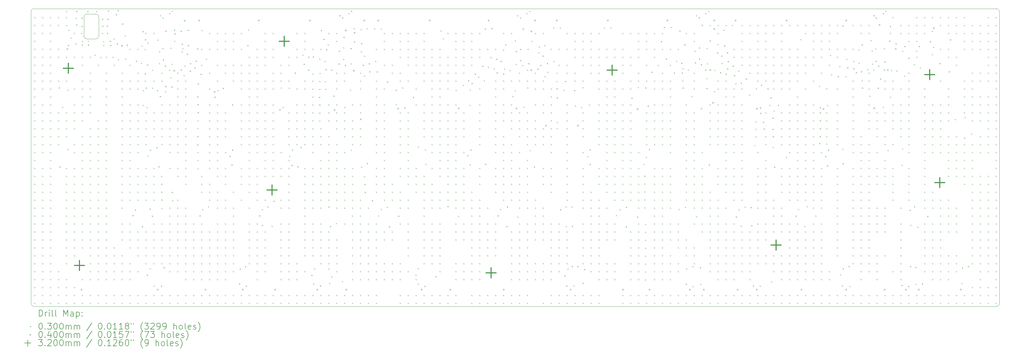
<source format=gbr>
%TF.GenerationSoftware,KiCad,Pcbnew,8.0.6*%
%TF.CreationDate,2024-12-02T22:01:45+01:00*%
%TF.ProjectId,layout_board,6c61796f-7574-45f6-926f-6172642e6b69,rev?*%
%TF.SameCoordinates,Original*%
%TF.FileFunction,Drillmap*%
%TF.FilePolarity,Positive*%
%FSLAX45Y45*%
G04 Gerber Fmt 4.5, Leading zero omitted, Abs format (unit mm)*
G04 Created by KiCad (PCBNEW 8.0.6) date 2024-12-02 22:01:45*
%MOMM*%
%LPD*%
G01*
G04 APERTURE LIST*
%ADD10C,0.050000*%
%ADD11C,0.200000*%
%ADD12C,0.100000*%
%ADD13C,0.320000*%
G04 APERTURE END LIST*
D10*
X33813750Y-2957500D02*
X33813750Y-12282500D01*
X4546695Y-3726765D02*
X4546695Y-3126765D01*
X2857500Y-2957500D02*
G75*
G02*
X2957500Y-2857500I100000J0D01*
G01*
X4646695Y-3026765D02*
X4922945Y-3026765D01*
X33713750Y-2857500D02*
G75*
G02*
X33813750Y-2957500I0J-100000D01*
G01*
X4922945Y-3826765D02*
X4646695Y-3826765D01*
X4922945Y-3026765D02*
G75*
G02*
X5022945Y-3126765I5J-99995D01*
G01*
X33813750Y-12282500D02*
G75*
G02*
X33713750Y-12382500I-100000J0D01*
G01*
X2857500Y-12282500D02*
X2857500Y-2957500D01*
X2957500Y-12382500D02*
G75*
G02*
X2857500Y-12282500I0J100000D01*
G01*
X4546695Y-3126765D02*
G75*
G02*
X4646695Y-3026765I99985J15D01*
G01*
X5022945Y-3726765D02*
G75*
G02*
X4922945Y-3826765I-100015J15D01*
G01*
X5022945Y-3126765D02*
X5022945Y-3726765D01*
X2957500Y-2857500D02*
X33713750Y-2857500D01*
X4646695Y-3826765D02*
G75*
G02*
X4546695Y-3726765I5J100005D01*
G01*
X33713750Y-12382500D02*
X2957500Y-12382500D01*
D11*
D12*
X2962051Y-3123286D02*
X2992051Y-3153286D01*
X2992051Y-3123286D02*
X2962051Y-3153286D01*
X2962051Y-3377286D02*
X2992051Y-3407286D01*
X2992051Y-3377286D02*
X2962051Y-3407286D01*
X2962051Y-3631286D02*
X2992051Y-3661286D01*
X2992051Y-3631286D02*
X2962051Y-3661286D01*
X2962051Y-3885286D02*
X2992051Y-3915286D01*
X2992051Y-3885286D02*
X2962051Y-3915286D01*
X2962051Y-4139286D02*
X2992051Y-4169286D01*
X2992051Y-4139286D02*
X2962051Y-4169286D01*
X2962051Y-4393286D02*
X2992051Y-4423286D01*
X2992051Y-4393286D02*
X2962051Y-4423286D01*
X2962051Y-4647286D02*
X2992051Y-4677286D01*
X2992051Y-4647286D02*
X2962051Y-4677286D01*
X2962051Y-4901286D02*
X2992051Y-4931286D01*
X2992051Y-4901286D02*
X2962051Y-4931286D01*
X2962051Y-5155286D02*
X2992051Y-5185286D01*
X2992051Y-5155286D02*
X2962051Y-5185286D01*
X2962051Y-5409286D02*
X2992051Y-5439286D01*
X2992051Y-5409286D02*
X2962051Y-5439286D01*
X2962051Y-5663286D02*
X2992051Y-5693286D01*
X2992051Y-5663286D02*
X2962051Y-5693286D01*
X2962051Y-5917286D02*
X2992051Y-5947286D01*
X2992051Y-5917286D02*
X2962051Y-5947286D01*
X2962051Y-6171286D02*
X2992051Y-6201286D01*
X2992051Y-6171286D02*
X2962051Y-6201286D01*
X2962051Y-6425286D02*
X2992051Y-6455286D01*
X2992051Y-6425286D02*
X2962051Y-6455286D01*
X2962051Y-6679286D02*
X2992051Y-6709286D01*
X2992051Y-6679286D02*
X2962051Y-6709286D01*
X2962051Y-6933286D02*
X2992051Y-6963286D01*
X2992051Y-6933286D02*
X2962051Y-6963286D01*
X2962051Y-7187286D02*
X2992051Y-7217286D01*
X2992051Y-7187286D02*
X2962051Y-7217286D01*
X2962051Y-7441286D02*
X2992051Y-7471286D01*
X2992051Y-7441286D02*
X2962051Y-7471286D01*
X2962051Y-7695286D02*
X2992051Y-7725286D01*
X2992051Y-7695286D02*
X2962051Y-7725286D01*
X2962051Y-7949286D02*
X2992051Y-7979286D01*
X2992051Y-7949286D02*
X2962051Y-7979286D01*
X2962051Y-8203286D02*
X2992051Y-8233286D01*
X2992051Y-8203286D02*
X2962051Y-8233286D01*
X2962051Y-8457286D02*
X2992051Y-8487286D01*
X2992051Y-8457286D02*
X2962051Y-8487286D01*
X2962051Y-8711286D02*
X2992051Y-8741286D01*
X2992051Y-8711286D02*
X2962051Y-8741286D01*
X2962051Y-8965286D02*
X2992051Y-8995286D01*
X2992051Y-8965286D02*
X2962051Y-8995286D01*
X2962051Y-9219286D02*
X2992051Y-9249286D01*
X2992051Y-9219286D02*
X2962051Y-9249286D01*
X2962051Y-9473286D02*
X2992051Y-9503286D01*
X2992051Y-9473286D02*
X2962051Y-9503286D01*
X2962051Y-9727286D02*
X2992051Y-9757286D01*
X2992051Y-9727286D02*
X2962051Y-9757286D01*
X2962051Y-9981286D02*
X2992051Y-10011286D01*
X2992051Y-9981286D02*
X2962051Y-10011286D01*
X2962051Y-10235286D02*
X2992051Y-10265286D01*
X2992051Y-10235286D02*
X2962051Y-10265286D01*
X2962051Y-10489286D02*
X2992051Y-10519286D01*
X2992051Y-10489286D02*
X2962051Y-10519286D01*
X2962051Y-10743286D02*
X2992051Y-10773286D01*
X2992051Y-10743286D02*
X2962051Y-10773286D01*
X2962051Y-10997286D02*
X2992051Y-11027286D01*
X2992051Y-10997286D02*
X2962051Y-11027286D01*
X2962051Y-11251286D02*
X2992051Y-11281286D01*
X2992051Y-11251286D02*
X2962051Y-11281286D01*
X2962051Y-11505286D02*
X2992051Y-11535286D01*
X2992051Y-11505286D02*
X2962051Y-11535286D01*
X2962051Y-11759286D02*
X2992051Y-11789286D01*
X2992051Y-11759286D02*
X2962051Y-11789286D01*
X2962051Y-12013286D02*
X2992051Y-12043286D01*
X2992051Y-12013286D02*
X2962051Y-12043286D01*
X2962051Y-12267286D02*
X2992051Y-12297286D01*
X2992051Y-12267286D02*
X2962051Y-12297286D01*
X3216051Y-3123286D02*
X3246051Y-3153286D01*
X3246051Y-3123286D02*
X3216051Y-3153286D01*
X3216051Y-3377286D02*
X3246051Y-3407286D01*
X3246051Y-3377286D02*
X3216051Y-3407286D01*
X3216051Y-3631286D02*
X3246051Y-3661286D01*
X3246051Y-3631286D02*
X3216051Y-3661286D01*
X3216051Y-4139286D02*
X3246051Y-4169286D01*
X3246051Y-4139286D02*
X3216051Y-4169286D01*
X3216051Y-4393286D02*
X3246051Y-4423286D01*
X3246051Y-4393286D02*
X3216051Y-4423286D01*
X3216051Y-4647286D02*
X3246051Y-4677286D01*
X3246051Y-4647286D02*
X3216051Y-4677286D01*
X3216051Y-4901286D02*
X3246051Y-4931286D01*
X3246051Y-4901286D02*
X3216051Y-4931286D01*
X3216051Y-5155286D02*
X3246051Y-5185286D01*
X3246051Y-5155286D02*
X3216051Y-5185286D01*
X3216051Y-5409286D02*
X3246051Y-5439286D01*
X3246051Y-5409286D02*
X3216051Y-5439286D01*
X3216051Y-5917286D02*
X3246051Y-5947286D01*
X3246051Y-5917286D02*
X3216051Y-5947286D01*
X3216051Y-6171286D02*
X3246051Y-6201286D01*
X3246051Y-6171286D02*
X3216051Y-6201286D01*
X3216051Y-6425286D02*
X3246051Y-6455286D01*
X3246051Y-6425286D02*
X3216051Y-6455286D01*
X3216051Y-6679286D02*
X3246051Y-6709286D01*
X3246051Y-6679286D02*
X3216051Y-6709286D01*
X3216051Y-6933286D02*
X3246051Y-6963286D01*
X3246051Y-6933286D02*
X3216051Y-6963286D01*
X3216051Y-7187286D02*
X3246051Y-7217286D01*
X3246051Y-7187286D02*
X3216051Y-7217286D01*
X3216051Y-7441286D02*
X3246051Y-7471286D01*
X3246051Y-7441286D02*
X3216051Y-7471286D01*
X3216051Y-7949286D02*
X3246051Y-7979286D01*
X3246051Y-7949286D02*
X3216051Y-7979286D01*
X3216051Y-8203286D02*
X3246051Y-8233286D01*
X3246051Y-8203286D02*
X3216051Y-8233286D01*
X3216051Y-8457286D02*
X3246051Y-8487286D01*
X3246051Y-8457286D02*
X3216051Y-8487286D01*
X3216051Y-8711286D02*
X3246051Y-8741286D01*
X3246051Y-8711286D02*
X3216051Y-8741286D01*
X3216051Y-8965286D02*
X3246051Y-8995286D01*
X3246051Y-8965286D02*
X3216051Y-8995286D01*
X3216051Y-9219286D02*
X3246051Y-9249286D01*
X3246051Y-9219286D02*
X3216051Y-9249286D01*
X3216051Y-9473286D02*
X3246051Y-9503286D01*
X3246051Y-9473286D02*
X3216051Y-9503286D01*
X3216051Y-9727286D02*
X3246051Y-9757286D01*
X3246051Y-9727286D02*
X3216051Y-9757286D01*
X3216051Y-9981286D02*
X3246051Y-10011286D01*
X3246051Y-9981286D02*
X3216051Y-10011286D01*
X3216051Y-10235286D02*
X3246051Y-10265286D01*
X3246051Y-10235286D02*
X3216051Y-10265286D01*
X3216051Y-10489286D02*
X3246051Y-10519286D01*
X3246051Y-10489286D02*
X3216051Y-10519286D01*
X3216051Y-10743286D02*
X3246051Y-10773286D01*
X3246051Y-10743286D02*
X3216051Y-10773286D01*
X3216051Y-10997286D02*
X3246051Y-11027286D01*
X3246051Y-10997286D02*
X3216051Y-11027286D01*
X3216051Y-11251286D02*
X3246051Y-11281286D01*
X3246051Y-11251286D02*
X3216051Y-11281286D01*
X3216051Y-11505286D02*
X3246051Y-11535286D01*
X3246051Y-11505286D02*
X3216051Y-11535286D01*
X3216051Y-11759286D02*
X3246051Y-11789286D01*
X3246051Y-11759286D02*
X3216051Y-11789286D01*
X3216051Y-12013286D02*
X3246051Y-12043286D01*
X3246051Y-12013286D02*
X3216051Y-12043286D01*
X3216051Y-12267286D02*
X3246051Y-12297286D01*
X3246051Y-12267286D02*
X3216051Y-12297286D01*
X3470051Y-3123286D02*
X3500051Y-3153286D01*
X3500051Y-3123286D02*
X3470051Y-3153286D01*
X3470051Y-3377286D02*
X3500051Y-3407286D01*
X3500051Y-3377286D02*
X3470051Y-3407286D01*
X3470051Y-3631286D02*
X3500051Y-3661286D01*
X3500051Y-3631286D02*
X3470051Y-3661286D01*
X3470051Y-3885286D02*
X3500051Y-3915286D01*
X3500051Y-3885286D02*
X3470051Y-3915286D01*
X3470051Y-4139286D02*
X3500051Y-4169286D01*
X3500051Y-4139286D02*
X3470051Y-4169286D01*
X3470051Y-4393286D02*
X3500051Y-4423286D01*
X3500051Y-4393286D02*
X3470051Y-4423286D01*
X3470051Y-4647286D02*
X3500051Y-4677286D01*
X3500051Y-4647286D02*
X3470051Y-4677286D01*
X3470051Y-4901286D02*
X3500051Y-4931286D01*
X3500051Y-4901286D02*
X3470051Y-4931286D01*
X3470051Y-5155286D02*
X3500051Y-5185286D01*
X3500051Y-5155286D02*
X3470051Y-5185286D01*
X3470051Y-5409286D02*
X3500051Y-5439286D01*
X3500051Y-5409286D02*
X3470051Y-5439286D01*
X3470051Y-5663286D02*
X3500051Y-5693286D01*
X3500051Y-5663286D02*
X3470051Y-5693286D01*
X3470051Y-5917286D02*
X3500051Y-5947286D01*
X3500051Y-5917286D02*
X3470051Y-5947286D01*
X3470051Y-6171286D02*
X3500051Y-6201286D01*
X3500051Y-6171286D02*
X3470051Y-6201286D01*
X3470051Y-6425286D02*
X3500051Y-6455286D01*
X3500051Y-6425286D02*
X3470051Y-6455286D01*
X3470051Y-6679286D02*
X3500051Y-6709286D01*
X3500051Y-6679286D02*
X3470051Y-6709286D01*
X3470051Y-6933286D02*
X3500051Y-6963286D01*
X3500051Y-6933286D02*
X3470051Y-6963286D01*
X3470051Y-7187286D02*
X3500051Y-7217286D01*
X3500051Y-7187286D02*
X3470051Y-7217286D01*
X3470051Y-7441286D02*
X3500051Y-7471286D01*
X3500051Y-7441286D02*
X3470051Y-7471286D01*
X3470051Y-7695286D02*
X3500051Y-7725286D01*
X3500051Y-7695286D02*
X3470051Y-7725286D01*
X3470051Y-7949286D02*
X3500051Y-7979286D01*
X3500051Y-7949286D02*
X3470051Y-7979286D01*
X3470051Y-8203286D02*
X3500051Y-8233286D01*
X3500051Y-8203286D02*
X3470051Y-8233286D01*
X3470051Y-8457286D02*
X3500051Y-8487286D01*
X3500051Y-8457286D02*
X3470051Y-8487286D01*
X3470051Y-8711286D02*
X3500051Y-8741286D01*
X3500051Y-8711286D02*
X3470051Y-8741286D01*
X3470051Y-8965286D02*
X3500051Y-8995286D01*
X3500051Y-8965286D02*
X3470051Y-8995286D01*
X3470051Y-9219286D02*
X3500051Y-9249286D01*
X3500051Y-9219286D02*
X3470051Y-9249286D01*
X3470051Y-9473286D02*
X3500051Y-9503286D01*
X3500051Y-9473286D02*
X3470051Y-9503286D01*
X3470051Y-9727286D02*
X3500051Y-9757286D01*
X3500051Y-9727286D02*
X3470051Y-9757286D01*
X3470051Y-9981286D02*
X3500051Y-10011286D01*
X3500051Y-9981286D02*
X3470051Y-10011286D01*
X3470051Y-10235286D02*
X3500051Y-10265286D01*
X3500051Y-10235286D02*
X3470051Y-10265286D01*
X3470051Y-10489286D02*
X3500051Y-10519286D01*
X3500051Y-10489286D02*
X3470051Y-10519286D01*
X3470051Y-10743286D02*
X3500051Y-10773286D01*
X3500051Y-10743286D02*
X3470051Y-10773286D01*
X3470051Y-10997286D02*
X3500051Y-11027286D01*
X3500051Y-10997286D02*
X3470051Y-11027286D01*
X3470051Y-11251286D02*
X3500051Y-11281286D01*
X3500051Y-11251286D02*
X3470051Y-11281286D01*
X3470051Y-11505286D02*
X3500051Y-11535286D01*
X3500051Y-11505286D02*
X3470051Y-11535286D01*
X3470051Y-11759286D02*
X3500051Y-11789286D01*
X3500051Y-11759286D02*
X3470051Y-11789286D01*
X3470051Y-12013286D02*
X3500051Y-12043286D01*
X3500051Y-12013286D02*
X3470051Y-12043286D01*
X3470051Y-12267286D02*
X3500051Y-12297286D01*
X3500051Y-12267286D02*
X3470051Y-12297286D01*
X3720583Y-3378278D02*
X3750583Y-3408278D01*
X3750583Y-3378278D02*
X3720583Y-3408278D01*
X3724051Y-3123286D02*
X3754051Y-3153286D01*
X3754051Y-3123286D02*
X3724051Y-3153286D01*
X3724051Y-4139286D02*
X3754051Y-4169286D01*
X3754051Y-4139286D02*
X3724051Y-4169286D01*
X3724051Y-4393286D02*
X3754051Y-4423286D01*
X3754051Y-4393286D02*
X3724051Y-4423286D01*
X3724051Y-5155286D02*
X3754051Y-5185286D01*
X3754051Y-5155286D02*
X3724051Y-5185286D01*
X3724051Y-6171286D02*
X3754051Y-6201286D01*
X3754051Y-6171286D02*
X3724051Y-6201286D01*
X3724051Y-6425286D02*
X3754051Y-6455286D01*
X3754051Y-6425286D02*
X3724051Y-6455286D01*
X3724051Y-6679286D02*
X3754051Y-6709286D01*
X3754051Y-6679286D02*
X3724051Y-6709286D01*
X3724051Y-6933286D02*
X3754051Y-6963286D01*
X3754051Y-6933286D02*
X3724051Y-6963286D01*
X3724051Y-7187286D02*
X3754051Y-7217286D01*
X3754051Y-7187286D02*
X3724051Y-7217286D01*
X3724051Y-11251286D02*
X3754051Y-11281286D01*
X3754051Y-11251286D02*
X3724051Y-11281286D01*
X3724051Y-11505286D02*
X3754051Y-11535286D01*
X3754051Y-11505286D02*
X3724051Y-11535286D01*
X3724051Y-11759286D02*
X3754051Y-11789286D01*
X3754051Y-11759286D02*
X3724051Y-11789286D01*
X3724051Y-12013286D02*
X3754051Y-12043286D01*
X3754051Y-12013286D02*
X3724051Y-12043286D01*
X3724051Y-12267286D02*
X3754051Y-12297286D01*
X3754051Y-12267286D02*
X3724051Y-12297286D01*
X3743149Y-5377781D02*
X3773149Y-5407781D01*
X3773149Y-5377781D02*
X3743149Y-5407781D01*
X3758032Y-7907857D02*
X3788032Y-7937857D01*
X3788032Y-7907857D02*
X3758032Y-7937857D01*
X3847329Y-5995417D02*
X3877329Y-6025417D01*
X3877329Y-5995417D02*
X3847329Y-6025417D01*
X3973590Y-2931794D02*
X4003590Y-2961794D01*
X4003590Y-2931794D02*
X3973590Y-2961794D01*
X3973590Y-3378278D02*
X4003590Y-3408278D01*
X4003590Y-3378278D02*
X3973590Y-3408278D01*
X3978051Y-3123286D02*
X4008051Y-3153286D01*
X4008051Y-3123286D02*
X3978051Y-3153286D01*
X3978051Y-4393286D02*
X4008051Y-4423286D01*
X4008051Y-4393286D02*
X3978051Y-4423286D01*
X3978051Y-5155286D02*
X4008051Y-5185286D01*
X4008051Y-5155286D02*
X3978051Y-5185286D01*
X3978051Y-6171286D02*
X4008051Y-6201286D01*
X4008051Y-6171286D02*
X3978051Y-6201286D01*
X3978051Y-6425286D02*
X4008051Y-6455286D01*
X4008051Y-6425286D02*
X3978051Y-6455286D01*
X3978051Y-6679286D02*
X4008051Y-6709286D01*
X4008051Y-6679286D02*
X3978051Y-6709286D01*
X3978051Y-6933286D02*
X4008051Y-6963286D01*
X4008051Y-6933286D02*
X3978051Y-6963286D01*
X3978051Y-7949286D02*
X4008051Y-7979286D01*
X4008051Y-7949286D02*
X3978051Y-7979286D01*
X3978051Y-8203286D02*
X4008051Y-8233286D01*
X4008051Y-8203286D02*
X3978051Y-8233286D01*
X3978051Y-8457286D02*
X4008051Y-8487286D01*
X4008051Y-8457286D02*
X3978051Y-8487286D01*
X3978051Y-8711286D02*
X4008051Y-8741286D01*
X4008051Y-8711286D02*
X3978051Y-8741286D01*
X3978051Y-8965286D02*
X4008051Y-8995286D01*
X4008051Y-8965286D02*
X3978051Y-8995286D01*
X3978051Y-9219286D02*
X4008051Y-9249286D01*
X4008051Y-9219286D02*
X3978051Y-9249286D01*
X3978051Y-9473286D02*
X4008051Y-9503286D01*
X4008051Y-9473286D02*
X3978051Y-9503286D01*
X3978051Y-9727286D02*
X4008051Y-9757286D01*
X4008051Y-9727286D02*
X3978051Y-9757286D01*
X3978051Y-9981286D02*
X4008051Y-10011286D01*
X4008051Y-9981286D02*
X3978051Y-10011286D01*
X3978051Y-10235286D02*
X4008051Y-10265286D01*
X4008051Y-10235286D02*
X3978051Y-10265286D01*
X3978051Y-10489286D02*
X4008051Y-10519286D01*
X4008051Y-10489286D02*
X3978051Y-10519286D01*
X3978051Y-10743286D02*
X4008051Y-10773286D01*
X4008051Y-10743286D02*
X3978051Y-10773286D01*
X3978051Y-10997286D02*
X4008051Y-11027286D01*
X4008051Y-10997286D02*
X3978051Y-11027286D01*
X3978051Y-11505286D02*
X4008051Y-11535286D01*
X4008051Y-11505286D02*
X3978051Y-11535286D01*
X3978051Y-11759286D02*
X4008051Y-11789286D01*
X4008051Y-11759286D02*
X3978051Y-11789286D01*
X3978051Y-12013286D02*
X4008051Y-12043286D01*
X4008051Y-12013286D02*
X3978051Y-12043286D01*
X3978051Y-12267286D02*
X4008051Y-12297286D01*
X4008051Y-12267286D02*
X3978051Y-12297286D01*
X4018481Y-7349752D02*
X4048481Y-7379752D01*
X4048481Y-7349752D02*
X4018481Y-7379752D01*
X4025923Y-5444754D02*
X4055923Y-5474754D01*
X4055923Y-5444754D02*
X4025923Y-5474754D01*
X4033122Y-4018239D02*
X4063122Y-4048239D01*
X4063122Y-4018239D02*
X4033122Y-4048239D01*
X4048004Y-3527106D02*
X4078004Y-3557106D01*
X4078004Y-3527106D02*
X4048004Y-3557106D01*
X4122418Y-3780114D02*
X4152418Y-3810114D01*
X4152418Y-3780114D02*
X4122418Y-3810114D01*
X4232051Y-3631286D02*
X4262051Y-3661286D01*
X4262051Y-3631286D02*
X4232051Y-3661286D01*
X4232051Y-4393286D02*
X4262051Y-4423286D01*
X4262051Y-4393286D02*
X4232051Y-4423286D01*
X4232051Y-5409286D02*
X4262051Y-5439286D01*
X4262051Y-5409286D02*
X4232051Y-5439286D01*
X4232051Y-5917286D02*
X4262051Y-5947286D01*
X4262051Y-5917286D02*
X4232051Y-5947286D01*
X4232051Y-6171286D02*
X4262051Y-6201286D01*
X4262051Y-6171286D02*
X4232051Y-6201286D01*
X4232051Y-6425286D02*
X4262051Y-6455286D01*
X4262051Y-6425286D02*
X4232051Y-6455286D01*
X4232051Y-6679286D02*
X4262051Y-6709286D01*
X4262051Y-6679286D02*
X4232051Y-6709286D01*
X4232051Y-7187286D02*
X4262051Y-7217286D01*
X4262051Y-7187286D02*
X4232051Y-7217286D01*
X4232051Y-7441286D02*
X4262051Y-7471286D01*
X4262051Y-7441286D02*
X4232051Y-7471286D01*
X4232051Y-7949286D02*
X4262051Y-7979286D01*
X4262051Y-7949286D02*
X4232051Y-7979286D01*
X4232051Y-8203286D02*
X4262051Y-8233286D01*
X4262051Y-8203286D02*
X4232051Y-8233286D01*
X4232051Y-8457286D02*
X4262051Y-8487286D01*
X4262051Y-8457286D02*
X4232051Y-8487286D01*
X4232051Y-8711286D02*
X4262051Y-8741286D01*
X4262051Y-8711286D02*
X4232051Y-8741286D01*
X4232051Y-8965286D02*
X4262051Y-8995286D01*
X4262051Y-8965286D02*
X4232051Y-8995286D01*
X4232051Y-9219286D02*
X4262051Y-9249286D01*
X4262051Y-9219286D02*
X4232051Y-9249286D01*
X4232051Y-9473286D02*
X4262051Y-9503286D01*
X4262051Y-9473286D02*
X4232051Y-9503286D01*
X4232051Y-9727286D02*
X4262051Y-9757286D01*
X4262051Y-9727286D02*
X4232051Y-9757286D01*
X4232051Y-9981286D02*
X4262051Y-10011286D01*
X4262051Y-9981286D02*
X4232051Y-10011286D01*
X4232051Y-10235286D02*
X4262051Y-10265286D01*
X4262051Y-10235286D02*
X4232051Y-10265286D01*
X4232051Y-10489286D02*
X4262051Y-10519286D01*
X4262051Y-10489286D02*
X4232051Y-10519286D01*
X4232051Y-10743286D02*
X4262051Y-10773286D01*
X4262051Y-10743286D02*
X4232051Y-10773286D01*
X4232051Y-11759286D02*
X4262051Y-11789286D01*
X4262051Y-11759286D02*
X4232051Y-11789286D01*
X4232051Y-12013286D02*
X4262051Y-12043286D01*
X4262051Y-12013286D02*
X4232051Y-12043286D01*
X4232051Y-12267286D02*
X4262051Y-12297286D01*
X4262051Y-12267286D02*
X4232051Y-12297286D01*
X4271246Y-3973590D02*
X4301246Y-4003590D01*
X4301246Y-3973590D02*
X4271246Y-4003590D01*
X4289850Y-3151316D02*
X4319850Y-3181316D01*
X4319850Y-3151316D02*
X4289850Y-3181316D01*
X4301012Y-2931794D02*
X4331012Y-2961794D01*
X4331012Y-2931794D02*
X4301012Y-2961794D01*
X4301012Y-3363396D02*
X4331012Y-3393396D01*
X4331012Y-3363396D02*
X4301012Y-3393396D01*
X4457281Y-3631286D02*
X4487281Y-3661286D01*
X4487281Y-3631286D02*
X4457281Y-3661286D01*
X4464723Y-3147595D02*
X4494723Y-3177595D01*
X4494723Y-3147595D02*
X4464723Y-3177595D01*
X4464723Y-3408044D02*
X4494723Y-3438044D01*
X4494723Y-3408044D02*
X4464723Y-3438044D01*
X4479606Y-4003356D02*
X4509606Y-4033356D01*
X4509606Y-4003356D02*
X4479606Y-4033356D01*
X4486051Y-3885286D02*
X4516051Y-3915286D01*
X4516051Y-3885286D02*
X4486051Y-3915286D01*
X4486051Y-4393286D02*
X4516051Y-4423286D01*
X4516051Y-4393286D02*
X4486051Y-4423286D01*
X4486051Y-4647286D02*
X4516051Y-4677286D01*
X4516051Y-4647286D02*
X4486051Y-4677286D01*
X4486051Y-5155286D02*
X4516051Y-5185286D01*
X4516051Y-5155286D02*
X4486051Y-5185286D01*
X4486051Y-5409286D02*
X4516051Y-5439286D01*
X4516051Y-5409286D02*
X4486051Y-5439286D01*
X4486051Y-5663286D02*
X4516051Y-5693286D01*
X4516051Y-5663286D02*
X4486051Y-5693286D01*
X4486051Y-5917286D02*
X4516051Y-5947286D01*
X4516051Y-5917286D02*
X4486051Y-5947286D01*
X4486051Y-6171286D02*
X4516051Y-6201286D01*
X4516051Y-6171286D02*
X4486051Y-6201286D01*
X4486051Y-6425286D02*
X4516051Y-6455286D01*
X4516051Y-6425286D02*
X4486051Y-6455286D01*
X4486051Y-6933286D02*
X4516051Y-6963286D01*
X4516051Y-6933286D02*
X4486051Y-6963286D01*
X4486051Y-7187286D02*
X4516051Y-7217286D01*
X4516051Y-7187286D02*
X4486051Y-7217286D01*
X4486051Y-7441286D02*
X4516051Y-7471286D01*
X4516051Y-7441286D02*
X4486051Y-7471286D01*
X4486051Y-7695286D02*
X4516051Y-7725286D01*
X4516051Y-7695286D02*
X4486051Y-7725286D01*
X4486051Y-7949286D02*
X4516051Y-7979286D01*
X4516051Y-7949286D02*
X4486051Y-7979286D01*
X4486051Y-8203286D02*
X4516051Y-8233286D01*
X4516051Y-8203286D02*
X4486051Y-8233286D01*
X4486051Y-8457286D02*
X4516051Y-8487286D01*
X4516051Y-8457286D02*
X4486051Y-8487286D01*
X4486051Y-8711286D02*
X4516051Y-8741286D01*
X4516051Y-8711286D02*
X4486051Y-8741286D01*
X4486051Y-8965286D02*
X4516051Y-8995286D01*
X4516051Y-8965286D02*
X4486051Y-8995286D01*
X4486051Y-9219286D02*
X4516051Y-9249286D01*
X4516051Y-9219286D02*
X4486051Y-9249286D01*
X4486051Y-9473286D02*
X4516051Y-9503286D01*
X4516051Y-9473286D02*
X4486051Y-9503286D01*
X4486051Y-9727286D02*
X4516051Y-9757286D01*
X4516051Y-9727286D02*
X4486051Y-9757286D01*
X4486051Y-9981286D02*
X4516051Y-10011286D01*
X4516051Y-9981286D02*
X4486051Y-10011286D01*
X4486051Y-10235286D02*
X4516051Y-10265286D01*
X4516051Y-10235286D02*
X4486051Y-10265286D01*
X4486051Y-10489286D02*
X4516051Y-10519286D01*
X4516051Y-10489286D02*
X4486051Y-10519286D01*
X4486051Y-11505286D02*
X4516051Y-11535286D01*
X4516051Y-11505286D02*
X4486051Y-11535286D01*
X4486051Y-12013286D02*
X4516051Y-12043286D01*
X4516051Y-12013286D02*
X4486051Y-12043286D01*
X4486051Y-12267286D02*
X4516051Y-12297286D01*
X4516051Y-12267286D02*
X4486051Y-12297286D01*
X4658199Y-2931794D02*
X4688199Y-2961794D01*
X4688199Y-2931794D02*
X4658199Y-2961794D01*
X4673082Y-3884294D02*
X4703082Y-3914294D01*
X4703082Y-3884294D02*
X4673082Y-3914294D01*
X4673082Y-4003356D02*
X4703082Y-4033356D01*
X4703082Y-4003356D02*
X4673082Y-4033356D01*
X4740051Y-4393286D02*
X4770051Y-4423286D01*
X4770051Y-4393286D02*
X4740051Y-4423286D01*
X4740051Y-4901286D02*
X4770051Y-4931286D01*
X4770051Y-4901286D02*
X4740051Y-4931286D01*
X4740051Y-5155286D02*
X4770051Y-5185286D01*
X4770051Y-5155286D02*
X4740051Y-5185286D01*
X4740051Y-5409286D02*
X4770051Y-5439286D01*
X4770051Y-5409286D02*
X4740051Y-5439286D01*
X4740051Y-5663286D02*
X4770051Y-5693286D01*
X4770051Y-5663286D02*
X4740051Y-5693286D01*
X4740051Y-5917286D02*
X4770051Y-5947286D01*
X4770051Y-5917286D02*
X4740051Y-5947286D01*
X4740051Y-6171286D02*
X4770051Y-6201286D01*
X4770051Y-6171286D02*
X4740051Y-6201286D01*
X4740051Y-6679286D02*
X4770051Y-6709286D01*
X4770051Y-6679286D02*
X4740051Y-6709286D01*
X4740051Y-6933286D02*
X4770051Y-6963286D01*
X4770051Y-6933286D02*
X4740051Y-6963286D01*
X4740051Y-7187286D02*
X4770051Y-7217286D01*
X4770051Y-7187286D02*
X4740051Y-7217286D01*
X4740051Y-7441286D02*
X4770051Y-7471286D01*
X4770051Y-7441286D02*
X4740051Y-7471286D01*
X4740051Y-7695286D02*
X4770051Y-7725286D01*
X4770051Y-7695286D02*
X4740051Y-7725286D01*
X4740051Y-7949286D02*
X4770051Y-7979286D01*
X4770051Y-7949286D02*
X4740051Y-7979286D01*
X4740051Y-8203286D02*
X4770051Y-8233286D01*
X4770051Y-8203286D02*
X4740051Y-8233286D01*
X4740051Y-8457286D02*
X4770051Y-8487286D01*
X4770051Y-8457286D02*
X4740051Y-8487286D01*
X4740051Y-8711286D02*
X4770051Y-8741286D01*
X4770051Y-8711286D02*
X4740051Y-8741286D01*
X4740051Y-8965286D02*
X4770051Y-8995286D01*
X4770051Y-8965286D02*
X4740051Y-8995286D01*
X4740051Y-9219286D02*
X4770051Y-9249286D01*
X4770051Y-9219286D02*
X4740051Y-9249286D01*
X4740051Y-9473286D02*
X4770051Y-9503286D01*
X4770051Y-9473286D02*
X4740051Y-9503286D01*
X4740051Y-9727286D02*
X4770051Y-9757286D01*
X4770051Y-9727286D02*
X4740051Y-9757286D01*
X4740051Y-9981286D02*
X4770051Y-10011286D01*
X4770051Y-9981286D02*
X4740051Y-10011286D01*
X4740051Y-10235286D02*
X4770051Y-10265286D01*
X4770051Y-10235286D02*
X4740051Y-10265286D01*
X4740051Y-10489286D02*
X4770051Y-10519286D01*
X4770051Y-10489286D02*
X4740051Y-10519286D01*
X4740051Y-10743286D02*
X4770051Y-10773286D01*
X4770051Y-10743286D02*
X4740051Y-10773286D01*
X4740051Y-10997286D02*
X4770051Y-11027286D01*
X4770051Y-10997286D02*
X4740051Y-11027286D01*
X4740051Y-11251286D02*
X4770051Y-11281286D01*
X4770051Y-11251286D02*
X4740051Y-11281286D01*
X4740051Y-11505286D02*
X4770051Y-11535286D01*
X4770051Y-11505286D02*
X4740051Y-11535286D01*
X4740051Y-12013286D02*
X4770051Y-12043286D01*
X4770051Y-12013286D02*
X4740051Y-12043286D01*
X4740051Y-12267286D02*
X4770051Y-12297286D01*
X4770051Y-12267286D02*
X4740051Y-12297286D01*
X4889125Y-4328544D02*
X4919125Y-4358544D01*
X4919125Y-4328544D02*
X4889125Y-4358544D01*
X4940972Y-2931794D02*
X4970972Y-2961794D01*
X4970972Y-2931794D02*
X4940972Y-2961794D01*
X4994051Y-4647286D02*
X5024051Y-4677286D01*
X5024051Y-4647286D02*
X4994051Y-4677286D01*
X4994051Y-6425286D02*
X5024051Y-6455286D01*
X5024051Y-6425286D02*
X4994051Y-6455286D01*
X4994051Y-6679286D02*
X5024051Y-6709286D01*
X5024051Y-6679286D02*
X4994051Y-6709286D01*
X4994051Y-6933286D02*
X5024051Y-6963286D01*
X5024051Y-6933286D02*
X4994051Y-6963286D01*
X4994051Y-7187286D02*
X5024051Y-7217286D01*
X5024051Y-7187286D02*
X4994051Y-7217286D01*
X4994051Y-7441286D02*
X5024051Y-7471286D01*
X5024051Y-7441286D02*
X4994051Y-7471286D01*
X4994051Y-7695286D02*
X5024051Y-7725286D01*
X5024051Y-7695286D02*
X4994051Y-7725286D01*
X4994051Y-7949286D02*
X5024051Y-7979286D01*
X5024051Y-7949286D02*
X4994051Y-7979286D01*
X4994051Y-8203286D02*
X5024051Y-8233286D01*
X5024051Y-8203286D02*
X4994051Y-8233286D01*
X4994051Y-8457286D02*
X5024051Y-8487286D01*
X5024051Y-8457286D02*
X4994051Y-8487286D01*
X4994051Y-8711286D02*
X5024051Y-8741286D01*
X5024051Y-8711286D02*
X4994051Y-8741286D01*
X4994051Y-8965286D02*
X5024051Y-8995286D01*
X5024051Y-8965286D02*
X4994051Y-8995286D01*
X4994051Y-9219286D02*
X5024051Y-9249286D01*
X5024051Y-9219286D02*
X4994051Y-9249286D01*
X4994051Y-9473286D02*
X5024051Y-9503286D01*
X5024051Y-9473286D02*
X4994051Y-9503286D01*
X4994051Y-9727286D02*
X5024051Y-9757286D01*
X5024051Y-9727286D02*
X4994051Y-9757286D01*
X4994051Y-9981286D02*
X5024051Y-10011286D01*
X5024051Y-9981286D02*
X4994051Y-10011286D01*
X4994051Y-10235286D02*
X5024051Y-10265286D01*
X5024051Y-10235286D02*
X4994051Y-10265286D01*
X4994051Y-10489286D02*
X5024051Y-10519286D01*
X5024051Y-10489286D02*
X4994051Y-10519286D01*
X4994051Y-10743286D02*
X5024051Y-10773286D01*
X5024051Y-10743286D02*
X4994051Y-10773286D01*
X4994051Y-10997286D02*
X5024051Y-11027286D01*
X5024051Y-10997286D02*
X4994051Y-11027286D01*
X4994051Y-11251286D02*
X5024051Y-11281286D01*
X5024051Y-11251286D02*
X4994051Y-11281286D01*
X4994051Y-11505286D02*
X5024051Y-11535286D01*
X5024051Y-11505286D02*
X4994051Y-11535286D01*
X4994051Y-12013286D02*
X5024051Y-12043286D01*
X5024051Y-12013286D02*
X4994051Y-12043286D01*
X4994051Y-12267286D02*
X5024051Y-12297286D01*
X5024051Y-12267286D02*
X4994051Y-12297286D01*
X5075160Y-4402958D02*
X5105160Y-4432958D01*
X5105160Y-4402958D02*
X5075160Y-4432958D01*
X5123287Y-3638727D02*
X5153287Y-3668727D01*
X5153287Y-3638727D02*
X5123287Y-3668727D01*
X5127007Y-3181081D02*
X5157007Y-3211081D01*
X5157007Y-3181081D02*
X5127007Y-3211081D01*
X5130728Y-3404323D02*
X5160728Y-3434323D01*
X5160728Y-3404323D02*
X5130728Y-3434323D01*
X5164214Y-3899176D02*
X5194214Y-3929176D01*
X5194214Y-3899176D02*
X5164214Y-3929176D01*
X5164214Y-4018239D02*
X5194214Y-4048239D01*
X5194214Y-4018239D02*
X5164214Y-4048239D01*
X5248051Y-4393286D02*
X5278051Y-4423286D01*
X5278051Y-4393286D02*
X5248051Y-4423286D01*
X5248051Y-4901286D02*
X5278051Y-4931286D01*
X5278051Y-4901286D02*
X5248051Y-4931286D01*
X5248051Y-5155286D02*
X5278051Y-5185286D01*
X5278051Y-5155286D02*
X5248051Y-5185286D01*
X5248051Y-5409286D02*
X5278051Y-5439286D01*
X5278051Y-5409286D02*
X5248051Y-5439286D01*
X5248051Y-5663286D02*
X5278051Y-5693286D01*
X5278051Y-5663286D02*
X5248051Y-5693286D01*
X5248051Y-5917286D02*
X5278051Y-5947286D01*
X5278051Y-5917286D02*
X5248051Y-5947286D01*
X5248051Y-6171286D02*
X5278051Y-6201286D01*
X5278051Y-6171286D02*
X5248051Y-6201286D01*
X5248051Y-6425286D02*
X5278051Y-6455286D01*
X5278051Y-6425286D02*
X5248051Y-6455286D01*
X5248051Y-6679286D02*
X5278051Y-6709286D01*
X5278051Y-6679286D02*
X5248051Y-6709286D01*
X5248051Y-6933286D02*
X5278051Y-6963286D01*
X5278051Y-6933286D02*
X5248051Y-6963286D01*
X5248051Y-7187286D02*
X5278051Y-7217286D01*
X5278051Y-7187286D02*
X5248051Y-7217286D01*
X5248051Y-7441286D02*
X5278051Y-7471286D01*
X5278051Y-7441286D02*
X5248051Y-7471286D01*
X5248051Y-7695286D02*
X5278051Y-7725286D01*
X5278051Y-7695286D02*
X5248051Y-7725286D01*
X5248051Y-7949286D02*
X5278051Y-7979286D01*
X5278051Y-7949286D02*
X5248051Y-7979286D01*
X5248051Y-8203286D02*
X5278051Y-8233286D01*
X5278051Y-8203286D02*
X5248051Y-8233286D01*
X5248051Y-8457286D02*
X5278051Y-8487286D01*
X5278051Y-8457286D02*
X5248051Y-8487286D01*
X5248051Y-8711286D02*
X5278051Y-8741286D01*
X5278051Y-8711286D02*
X5248051Y-8741286D01*
X5248051Y-8965286D02*
X5278051Y-8995286D01*
X5278051Y-8965286D02*
X5248051Y-8995286D01*
X5248051Y-9219286D02*
X5278051Y-9249286D01*
X5278051Y-9219286D02*
X5248051Y-9249286D01*
X5248051Y-9473286D02*
X5278051Y-9503286D01*
X5278051Y-9473286D02*
X5248051Y-9503286D01*
X5248051Y-9727286D02*
X5278051Y-9757286D01*
X5278051Y-9727286D02*
X5248051Y-9757286D01*
X5248051Y-9981286D02*
X5278051Y-10011286D01*
X5278051Y-9981286D02*
X5248051Y-10011286D01*
X5248051Y-10235286D02*
X5278051Y-10265286D01*
X5278051Y-10235286D02*
X5248051Y-10265286D01*
X5248051Y-10489286D02*
X5278051Y-10519286D01*
X5278051Y-10489286D02*
X5248051Y-10519286D01*
X5248051Y-10743286D02*
X5278051Y-10773286D01*
X5278051Y-10743286D02*
X5248051Y-10773286D01*
X5248051Y-10997286D02*
X5278051Y-11027286D01*
X5278051Y-10997286D02*
X5248051Y-11027286D01*
X5248051Y-11251286D02*
X5278051Y-11281286D01*
X5278051Y-11251286D02*
X5248051Y-11281286D01*
X5248051Y-11505286D02*
X5278051Y-11535286D01*
X5278051Y-11505286D02*
X5248051Y-11535286D01*
X5248051Y-12013286D02*
X5278051Y-12043286D01*
X5278051Y-12013286D02*
X5248051Y-12043286D01*
X5248051Y-12267286D02*
X5278051Y-12297286D01*
X5278051Y-12267286D02*
X5248051Y-12297286D01*
X5279556Y-3400603D02*
X5309556Y-3430603D01*
X5309556Y-3400603D02*
X5279556Y-3430603D01*
X5283277Y-3635007D02*
X5313277Y-3665007D01*
X5313277Y-3635007D02*
X5283277Y-3665007D01*
X5294439Y-3181081D02*
X5324439Y-3211081D01*
X5324439Y-3181081D02*
X5294439Y-3211081D01*
X5313042Y-2916912D02*
X5343042Y-2946912D01*
X5343042Y-2916912D02*
X5313042Y-2946912D01*
X5372574Y-3884294D02*
X5402574Y-3914294D01*
X5402574Y-3884294D02*
X5372574Y-3914294D01*
X5387456Y-4018239D02*
X5417456Y-4048239D01*
X5417456Y-4018239D02*
X5387456Y-4048239D01*
X5462113Y-4397750D02*
X5492113Y-4427750D01*
X5492113Y-4397750D02*
X5462113Y-4427750D01*
X5491636Y-3809880D02*
X5521636Y-3839880D01*
X5521636Y-3809880D02*
X5491636Y-3839880D01*
X5502051Y-4647286D02*
X5532051Y-4677286D01*
X5532051Y-4647286D02*
X5502051Y-4677286D01*
X5502051Y-10489286D02*
X5532051Y-10519286D01*
X5532051Y-10489286D02*
X5502051Y-10519286D01*
X5502051Y-10743286D02*
X5532051Y-10773286D01*
X5532051Y-10743286D02*
X5502051Y-10773286D01*
X5502051Y-10997286D02*
X5532051Y-11027286D01*
X5532051Y-10997286D02*
X5502051Y-11027286D01*
X5502051Y-11251286D02*
X5532051Y-11281286D01*
X5532051Y-11251286D02*
X5502051Y-11281286D01*
X5502051Y-11505286D02*
X5532051Y-11535286D01*
X5532051Y-11505286D02*
X5502051Y-11535286D01*
X5502051Y-12013286D02*
X5532051Y-12043286D01*
X5532051Y-12013286D02*
X5502051Y-12043286D01*
X5502051Y-12267286D02*
X5532051Y-12297286D01*
X5532051Y-12267286D02*
X5502051Y-12297286D01*
X5566050Y-3035974D02*
X5596050Y-3065974D01*
X5596050Y-3035974D02*
X5566050Y-3065974D01*
X5595816Y-3973590D02*
X5625816Y-4003590D01*
X5625816Y-3973590D02*
X5595816Y-4003590D01*
X5621860Y-2905749D02*
X5651860Y-2935749D01*
X5651860Y-2905749D02*
X5621860Y-2935749D01*
X5633265Y-4469931D02*
X5663265Y-4499931D01*
X5663265Y-4469931D02*
X5633265Y-4499931D01*
X5756051Y-4901286D02*
X5786051Y-4931286D01*
X5786051Y-4901286D02*
X5756051Y-4931286D01*
X5756051Y-5155286D02*
X5786051Y-5185286D01*
X5786051Y-5155286D02*
X5756051Y-5185286D01*
X5756051Y-5409286D02*
X5786051Y-5439286D01*
X5786051Y-5409286D02*
X5756051Y-5439286D01*
X5756051Y-5663286D02*
X5786051Y-5693286D01*
X5786051Y-5663286D02*
X5756051Y-5693286D01*
X5756051Y-5917286D02*
X5786051Y-5947286D01*
X5786051Y-5917286D02*
X5756051Y-5947286D01*
X5756051Y-6171286D02*
X5786051Y-6201286D01*
X5786051Y-6171286D02*
X5756051Y-6201286D01*
X5756051Y-6425286D02*
X5786051Y-6455286D01*
X5786051Y-6425286D02*
X5756051Y-6455286D01*
X5756051Y-6679286D02*
X5786051Y-6709286D01*
X5786051Y-6679286D02*
X5756051Y-6709286D01*
X5756051Y-6933286D02*
X5786051Y-6963286D01*
X5786051Y-6933286D02*
X5756051Y-6963286D01*
X5756051Y-7187286D02*
X5786051Y-7217286D01*
X5786051Y-7187286D02*
X5756051Y-7217286D01*
X5756051Y-7441286D02*
X5786051Y-7471286D01*
X5786051Y-7441286D02*
X5756051Y-7471286D01*
X5756051Y-7695286D02*
X5786051Y-7725286D01*
X5786051Y-7695286D02*
X5756051Y-7725286D01*
X5756051Y-7949286D02*
X5786051Y-7979286D01*
X5786051Y-7949286D02*
X5756051Y-7979286D01*
X5756051Y-8203286D02*
X5786051Y-8233286D01*
X5786051Y-8203286D02*
X5756051Y-8233286D01*
X5756051Y-8457286D02*
X5786051Y-8487286D01*
X5786051Y-8457286D02*
X5756051Y-8487286D01*
X5756051Y-8711286D02*
X5786051Y-8741286D01*
X5786051Y-8711286D02*
X5756051Y-8741286D01*
X5756051Y-8965286D02*
X5786051Y-8995286D01*
X5786051Y-8965286D02*
X5756051Y-8995286D01*
X5756051Y-9219286D02*
X5786051Y-9249286D01*
X5786051Y-9219286D02*
X5756051Y-9249286D01*
X5756051Y-9727286D02*
X5786051Y-9757286D01*
X5786051Y-9727286D02*
X5756051Y-9757286D01*
X5756051Y-9981286D02*
X5786051Y-10011286D01*
X5786051Y-9981286D02*
X5756051Y-10011286D01*
X5756051Y-10235286D02*
X5786051Y-10265286D01*
X5786051Y-10235286D02*
X5756051Y-10265286D01*
X5756051Y-10743286D02*
X5786051Y-10773286D01*
X5786051Y-10743286D02*
X5756051Y-10773286D01*
X5756051Y-10997286D02*
X5786051Y-11027286D01*
X5786051Y-10997286D02*
X5756051Y-11027286D01*
X5756051Y-11251286D02*
X5786051Y-11281286D01*
X5786051Y-11251286D02*
X5756051Y-11281286D01*
X5756051Y-11505286D02*
X5786051Y-11535286D01*
X5786051Y-11505286D02*
X5756051Y-11535286D01*
X5756051Y-12013286D02*
X5786051Y-12043286D01*
X5786051Y-12013286D02*
X5756051Y-12043286D01*
X5756051Y-12267286D02*
X5786051Y-12297286D01*
X5786051Y-12267286D02*
X5756051Y-12297286D01*
X5852544Y-3713141D02*
X5882544Y-3743141D01*
X5882544Y-3713141D02*
X5852544Y-3743141D01*
X5863948Y-4455048D02*
X5893948Y-4485048D01*
X5893948Y-4455048D02*
X5863948Y-4485048D01*
X5916038Y-4008564D02*
X5946038Y-4038564D01*
X5946038Y-4008564D02*
X5916038Y-4038564D01*
X6010051Y-4139286D02*
X6040051Y-4169286D01*
X6040051Y-4139286D02*
X6010051Y-4169286D01*
X6010051Y-4647286D02*
X6040051Y-4677286D01*
X6040051Y-4647286D02*
X6010051Y-4677286D01*
X6010051Y-5155286D02*
X6040051Y-5185286D01*
X6040051Y-5155286D02*
X6010051Y-5185286D01*
X6010051Y-5409286D02*
X6040051Y-5439286D01*
X6040051Y-5409286D02*
X6010051Y-5439286D01*
X6010051Y-5917286D02*
X6040051Y-5947286D01*
X6040051Y-5917286D02*
X6010051Y-5947286D01*
X6010051Y-6171286D02*
X6040051Y-6201286D01*
X6040051Y-6171286D02*
X6010051Y-6201286D01*
X6010051Y-6425286D02*
X6040051Y-6455286D01*
X6040051Y-6425286D02*
X6010051Y-6455286D01*
X6010051Y-6679286D02*
X6040051Y-6709286D01*
X6040051Y-6679286D02*
X6010051Y-6709286D01*
X6010051Y-6933286D02*
X6040051Y-6963286D01*
X6040051Y-6933286D02*
X6010051Y-6963286D01*
X6010051Y-7187286D02*
X6040051Y-7217286D01*
X6040051Y-7187286D02*
X6010051Y-7217286D01*
X6010051Y-7441286D02*
X6040051Y-7471286D01*
X6040051Y-7441286D02*
X6010051Y-7471286D01*
X6010051Y-7695286D02*
X6040051Y-7725286D01*
X6040051Y-7695286D02*
X6010051Y-7725286D01*
X6010051Y-7949286D02*
X6040051Y-7979286D01*
X6040051Y-7949286D02*
X6010051Y-7979286D01*
X6010051Y-8203286D02*
X6040051Y-8233286D01*
X6040051Y-8203286D02*
X6010051Y-8233286D01*
X6010051Y-8457286D02*
X6040051Y-8487286D01*
X6040051Y-8457286D02*
X6010051Y-8487286D01*
X6010051Y-8711286D02*
X6040051Y-8741286D01*
X6040051Y-8711286D02*
X6010051Y-8741286D01*
X6010051Y-8965286D02*
X6040051Y-8995286D01*
X6040051Y-8965286D02*
X6010051Y-8995286D01*
X6010051Y-9727286D02*
X6040051Y-9757286D01*
X6040051Y-9727286D02*
X6010051Y-9757286D01*
X6010051Y-9981286D02*
X6040051Y-10011286D01*
X6040051Y-9981286D02*
X6010051Y-10011286D01*
X6010051Y-10235286D02*
X6040051Y-10265286D01*
X6040051Y-10235286D02*
X6010051Y-10265286D01*
X6010051Y-10489286D02*
X6040051Y-10519286D01*
X6040051Y-10489286D02*
X6010051Y-10519286D01*
X6010051Y-10997286D02*
X6040051Y-11027286D01*
X6040051Y-10997286D02*
X6010051Y-11027286D01*
X6010051Y-11251286D02*
X6040051Y-11281286D01*
X6040051Y-11251286D02*
X6010051Y-11281286D01*
X6010051Y-11505286D02*
X6040051Y-11535286D01*
X6040051Y-11505286D02*
X6010051Y-11535286D01*
X6010051Y-12013286D02*
X6040051Y-12043286D01*
X6040051Y-12013286D02*
X6010051Y-12043286D01*
X6010051Y-12267286D02*
X6040051Y-12297286D01*
X6040051Y-12267286D02*
X6010051Y-12297286D01*
X6102073Y-9463110D02*
X6132073Y-9493110D01*
X6132073Y-9463110D02*
X6102073Y-9493110D01*
X6176487Y-9284516D02*
X6206487Y-9314516D01*
X6206487Y-9284516D02*
X6176487Y-9314516D01*
X6206253Y-4522020D02*
X6236253Y-4552020D01*
X6236253Y-4522020D02*
X6206253Y-4552020D01*
X6264051Y-4139286D02*
X6294051Y-4169286D01*
X6294051Y-4139286D02*
X6264051Y-4169286D01*
X6264051Y-4901286D02*
X6294051Y-4931286D01*
X6294051Y-4901286D02*
X6264051Y-4931286D01*
X6264051Y-5155286D02*
X6294051Y-5185286D01*
X6294051Y-5155286D02*
X6264051Y-5185286D01*
X6264051Y-5409286D02*
X6294051Y-5439286D01*
X6294051Y-5409286D02*
X6264051Y-5439286D01*
X6264051Y-5917286D02*
X6294051Y-5947286D01*
X6294051Y-5917286D02*
X6264051Y-5947286D01*
X6264051Y-6171286D02*
X6294051Y-6201286D01*
X6294051Y-6171286D02*
X6264051Y-6201286D01*
X6264051Y-6425286D02*
X6294051Y-6455286D01*
X6294051Y-6425286D02*
X6264051Y-6455286D01*
X6264051Y-6679286D02*
X6294051Y-6709286D01*
X6294051Y-6679286D02*
X6264051Y-6709286D01*
X6264051Y-6933286D02*
X6294051Y-6963286D01*
X6294051Y-6933286D02*
X6264051Y-6963286D01*
X6264051Y-7187286D02*
X6294051Y-7217286D01*
X6294051Y-7187286D02*
X6264051Y-7217286D01*
X6264051Y-7441286D02*
X6294051Y-7471286D01*
X6294051Y-7441286D02*
X6264051Y-7471286D01*
X6264051Y-7949286D02*
X6294051Y-7979286D01*
X6294051Y-7949286D02*
X6264051Y-7979286D01*
X6264051Y-8203286D02*
X6294051Y-8233286D01*
X6294051Y-8203286D02*
X6264051Y-8233286D01*
X6264051Y-8457286D02*
X6294051Y-8487286D01*
X6294051Y-8457286D02*
X6264051Y-8487286D01*
X6264051Y-8711286D02*
X6294051Y-8741286D01*
X6294051Y-8711286D02*
X6264051Y-8741286D01*
X6264051Y-8965286D02*
X6294051Y-8995286D01*
X6294051Y-8965286D02*
X6264051Y-8995286D01*
X6264051Y-9981286D02*
X6294051Y-10011286D01*
X6294051Y-9981286D02*
X6264051Y-10011286D01*
X6264051Y-10235286D02*
X6294051Y-10265286D01*
X6294051Y-10235286D02*
X6264051Y-10265286D01*
X6264051Y-10489286D02*
X6294051Y-10519286D01*
X6294051Y-10489286D02*
X6264051Y-10519286D01*
X6264051Y-10743286D02*
X6294051Y-10773286D01*
X6294051Y-10743286D02*
X6264051Y-10773286D01*
X6264051Y-11251286D02*
X6294051Y-11281286D01*
X6294051Y-11251286D02*
X6264051Y-11281286D01*
X6264051Y-12013286D02*
X6294051Y-12043286D01*
X6294051Y-12013286D02*
X6264051Y-12043286D01*
X6264051Y-12267286D02*
X6294051Y-12297286D01*
X6294051Y-12267286D02*
X6264051Y-12297286D01*
X6373442Y-4587506D02*
X6403442Y-4617506D01*
X6403442Y-4587506D02*
X6373442Y-4617506D01*
X6388325Y-4040563D02*
X6418325Y-4070563D01*
X6418325Y-4040563D02*
X6388325Y-4070563D01*
X6399729Y-9812856D02*
X6429729Y-9842856D01*
X6429729Y-9812856D02*
X6399729Y-9842856D01*
X6422053Y-3576962D02*
X6452053Y-3606962D01*
X6452053Y-3576962D02*
X6422053Y-3606962D01*
X6429495Y-5459637D02*
X6459495Y-5489637D01*
X6459495Y-5459637D02*
X6429495Y-5489637D01*
X6429495Y-5935886D02*
X6459495Y-5965886D01*
X6459495Y-5935886D02*
X6429495Y-5965886D01*
X6492504Y-4148463D02*
X6522504Y-4178463D01*
X6522504Y-4148463D02*
X6492504Y-4178463D01*
X6492504Y-5156773D02*
X6522504Y-5186773D01*
X6522504Y-5156773D02*
X6492504Y-5186773D01*
X6496225Y-4926090D02*
X6526225Y-4956090D01*
X6526225Y-4926090D02*
X6496225Y-4956090D01*
X6496467Y-3837411D02*
X6526467Y-3867411D01*
X6526467Y-3837411D02*
X6496467Y-3867411D01*
X6518051Y-3631286D02*
X6548051Y-3661286D01*
X6548051Y-3631286D02*
X6518051Y-3661286D01*
X6518051Y-6171286D02*
X6548051Y-6201286D01*
X6548051Y-6171286D02*
X6518051Y-6201286D01*
X6518051Y-6425286D02*
X6548051Y-6455286D01*
X6548051Y-6425286D02*
X6518051Y-6455286D01*
X6518051Y-6679286D02*
X6548051Y-6709286D01*
X6548051Y-6679286D02*
X6518051Y-6709286D01*
X6518051Y-6933286D02*
X6548051Y-6963286D01*
X6548051Y-6933286D02*
X6518051Y-6963286D01*
X6518051Y-7187286D02*
X6548051Y-7217286D01*
X6548051Y-7187286D02*
X6518051Y-7217286D01*
X6518051Y-7949286D02*
X6548051Y-7979286D01*
X6548051Y-7949286D02*
X6518051Y-7979286D01*
X6518051Y-8203286D02*
X6548051Y-8233286D01*
X6548051Y-8203286D02*
X6518051Y-8233286D01*
X6518051Y-8457286D02*
X6548051Y-8487286D01*
X6548051Y-8457286D02*
X6518051Y-8487286D01*
X6518051Y-8711286D02*
X6548051Y-8741286D01*
X6548051Y-8711286D02*
X6518051Y-8741286D01*
X6518051Y-8965286D02*
X6548051Y-8995286D01*
X6548051Y-8965286D02*
X6518051Y-8995286D01*
X6518051Y-9981286D02*
X6548051Y-10011286D01*
X6548051Y-9981286D02*
X6518051Y-10011286D01*
X6518051Y-10235286D02*
X6548051Y-10265286D01*
X6548051Y-10235286D02*
X6518051Y-10265286D01*
X6518051Y-10489286D02*
X6548051Y-10519286D01*
X6548051Y-10489286D02*
X6518051Y-10519286D01*
X6518051Y-10743286D02*
X6548051Y-10773286D01*
X6548051Y-10743286D02*
X6518051Y-10773286D01*
X6518051Y-10997286D02*
X6548051Y-11027286D01*
X6548051Y-10997286D02*
X6518051Y-11027286D01*
X6518051Y-12013286D02*
X6548051Y-12043286D01*
X6548051Y-12013286D02*
X6518051Y-12043286D01*
X6518051Y-12267286D02*
X6548051Y-12297286D01*
X6548051Y-12267286D02*
X6518051Y-12297286D01*
X6525991Y-5380015D02*
X6555991Y-5410015D01*
X6555991Y-5380015D02*
X6525991Y-5410015D01*
X6548557Y-6002859D02*
X6578557Y-6032859D01*
X6578557Y-6002859D02*
X6548557Y-6032859D01*
X6555999Y-11368108D02*
X6585999Y-11398108D01*
X6585999Y-11368108D02*
X6555999Y-11398108D01*
X6566918Y-4646328D02*
X6596918Y-4676328D01*
X6596918Y-4646328D02*
X6566918Y-4676328D01*
X6578323Y-7558111D02*
X6608323Y-7588111D01*
X6608323Y-7558111D02*
X6578323Y-7588111D01*
X6585522Y-3936383D02*
X6615522Y-3966383D01*
X6615522Y-3936383D02*
X6585522Y-3966383D01*
X6645295Y-9254751D02*
X6675295Y-9284751D01*
X6675295Y-9254751D02*
X6645295Y-9284751D01*
X6652737Y-11159749D02*
X6682737Y-11189749D01*
X6682737Y-11159749D02*
X6652737Y-11189749D01*
X6660178Y-7372076D02*
X6690178Y-7402076D01*
X6690178Y-7372076D02*
X6660178Y-7402076D01*
X6719709Y-9477993D02*
X6749709Y-9507993D01*
X6749709Y-9477993D02*
X6719709Y-9507993D01*
X6723188Y-4814469D02*
X6753188Y-4844469D01*
X6753188Y-4814469D02*
X6723188Y-4844469D01*
X6727151Y-5385223D02*
X6757151Y-5415223D01*
X6757151Y-5385223D02*
X6727151Y-5415223D01*
X6772051Y-3631286D02*
X6802051Y-3661286D01*
X6802051Y-3631286D02*
X6772051Y-3661286D01*
X6772051Y-5155286D02*
X6802051Y-5185286D01*
X6802051Y-5155286D02*
X6772051Y-5185286D01*
X6772051Y-6171286D02*
X6802051Y-6201286D01*
X6802051Y-6171286D02*
X6772051Y-6201286D01*
X6772051Y-6425286D02*
X6802051Y-6455286D01*
X6802051Y-6425286D02*
X6772051Y-6455286D01*
X6772051Y-6679286D02*
X6802051Y-6709286D01*
X6802051Y-6679286D02*
X6772051Y-6709286D01*
X6772051Y-6933286D02*
X6802051Y-6963286D01*
X6802051Y-6933286D02*
X6772051Y-6963286D01*
X6772051Y-7949286D02*
X6802051Y-7979286D01*
X6802051Y-7949286D02*
X6772051Y-7979286D01*
X6772051Y-8203286D02*
X6802051Y-8233286D01*
X6802051Y-8203286D02*
X6772051Y-8233286D01*
X6772051Y-8457286D02*
X6802051Y-8487286D01*
X6802051Y-8457286D02*
X6772051Y-8487286D01*
X6772051Y-8711286D02*
X6802051Y-8741286D01*
X6802051Y-8711286D02*
X6772051Y-8741286D01*
X6772051Y-8965286D02*
X6802051Y-8995286D01*
X6802051Y-8965286D02*
X6772051Y-8995286D01*
X6772051Y-9727286D02*
X6802051Y-9757286D01*
X6802051Y-9727286D02*
X6772051Y-9757286D01*
X6772051Y-9981286D02*
X6802051Y-10011286D01*
X6802051Y-9981286D02*
X6772051Y-10011286D01*
X6772051Y-10235286D02*
X6802051Y-10265286D01*
X6802051Y-10235286D02*
X6772051Y-10265286D01*
X6772051Y-10489286D02*
X6802051Y-10519286D01*
X6802051Y-10489286D02*
X6772051Y-10519286D01*
X6772051Y-10743286D02*
X6802051Y-10773286D01*
X6802051Y-10743286D02*
X6772051Y-10773286D01*
X6772051Y-10997286D02*
X6802051Y-11027286D01*
X6802051Y-10997286D02*
X6772051Y-11027286D01*
X6772051Y-12013286D02*
X6802051Y-12043286D01*
X6802051Y-12013286D02*
X6772051Y-12043286D01*
X6772051Y-12267286D02*
X6802051Y-12297286D01*
X6802051Y-12267286D02*
X6772051Y-12297286D01*
X6779241Y-11717854D02*
X6809241Y-11747854D01*
X6809241Y-11717854D02*
X6779241Y-11747854D01*
X6868537Y-7290221D02*
X6898537Y-7320221D01*
X6898537Y-7290221D02*
X6868537Y-7320221D01*
X6883420Y-5459637D02*
X6913420Y-5489637D01*
X6913420Y-5459637D02*
X6883420Y-5489637D01*
X6898303Y-3844853D02*
X6928303Y-3874853D01*
X6928303Y-3844853D02*
X6898303Y-3874853D01*
X6928069Y-7900416D02*
X6958069Y-7930416D01*
X6958069Y-7900416D02*
X6928069Y-7930416D01*
X6946430Y-4219157D02*
X6976430Y-4249157D01*
X6976430Y-4219157D02*
X6946430Y-4249157D01*
X6946430Y-4598668D02*
X6976430Y-4628668D01*
X6976430Y-4598668D02*
X6946430Y-4628668D01*
X6972717Y-5653113D02*
X7002717Y-5683113D01*
X7002717Y-5653113D02*
X6972717Y-5683113D01*
X6983637Y-3066433D02*
X7013637Y-3096433D01*
X7013637Y-3066433D02*
X6983637Y-3096433D01*
X7009924Y-11717854D02*
X7039924Y-11747854D01*
X7039924Y-11717854D02*
X7009924Y-11747854D01*
X7017123Y-8204026D02*
X7047123Y-8234026D01*
X7047123Y-8204026D02*
X7017123Y-8234026D01*
X7020844Y-8457034D02*
X7050844Y-8487034D01*
X7050844Y-8457034D02*
X7020844Y-8487034D01*
X7020844Y-8713762D02*
X7050844Y-8743762D01*
X7050844Y-8713762D02*
X7020844Y-8743762D01*
X7024564Y-8963049D02*
X7054564Y-8993049D01*
X7054564Y-8963049D02*
X7024564Y-8993049D01*
X7024564Y-9238381D02*
X7054564Y-9268381D01*
X7054564Y-9238381D02*
X7024564Y-9268381D01*
X7026051Y-4901286D02*
X7056051Y-4931286D01*
X7056051Y-4901286D02*
X7026051Y-4931286D01*
X7026051Y-5155286D02*
X7056051Y-5185286D01*
X7056051Y-5155286D02*
X7026051Y-5185286D01*
X7026051Y-5917286D02*
X7056051Y-5947286D01*
X7056051Y-5917286D02*
X7026051Y-5947286D01*
X7026051Y-6171286D02*
X7056051Y-6201286D01*
X7056051Y-6171286D02*
X7026051Y-6201286D01*
X7026051Y-6425286D02*
X7056051Y-6455286D01*
X7056051Y-6425286D02*
X7026051Y-6455286D01*
X7026051Y-6679286D02*
X7056051Y-6709286D01*
X7056051Y-6679286D02*
X7026051Y-6709286D01*
X7026051Y-6933286D02*
X7056051Y-6963286D01*
X7056051Y-6933286D02*
X7026051Y-6963286D01*
X7026051Y-7187286D02*
X7056051Y-7217286D01*
X7056051Y-7187286D02*
X7026051Y-7217286D01*
X7026051Y-9727286D02*
X7056051Y-9757286D01*
X7056051Y-9727286D02*
X7026051Y-9757286D01*
X7026051Y-9981286D02*
X7056051Y-10011286D01*
X7056051Y-9981286D02*
X7026051Y-10011286D01*
X7026051Y-10235286D02*
X7056051Y-10265286D01*
X7056051Y-10235286D02*
X7026051Y-10265286D01*
X7026051Y-10489286D02*
X7056051Y-10519286D01*
X7056051Y-10489286D02*
X7026051Y-10519286D01*
X7026051Y-10743286D02*
X7056051Y-10773286D01*
X7056051Y-10743286D02*
X7026051Y-10773286D01*
X7026051Y-10997286D02*
X7056051Y-11027286D01*
X7056051Y-10997286D02*
X7026051Y-11027286D01*
X7026051Y-12013286D02*
X7056051Y-12043286D01*
X7056051Y-12013286D02*
X7026051Y-12043286D01*
X7026051Y-12267286D02*
X7056051Y-12297286D01*
X7056051Y-12267286D02*
X7026051Y-12297286D01*
X7054330Y-4118698D02*
X7084330Y-4148698D01*
X7084330Y-4118698D02*
X7054330Y-4148698D01*
X7061771Y-3136433D02*
X7091771Y-3166433D01*
X7091771Y-3136433D02*
X7061771Y-3166433D01*
X7069213Y-4479606D02*
X7099213Y-4509606D01*
X7099213Y-4479606D02*
X7069213Y-4509606D01*
X7091779Y-11129984D02*
X7121779Y-11159984D01*
X7121779Y-11129984D02*
X7091779Y-11159984D01*
X7132465Y-4676803D02*
X7162465Y-4706803D01*
X7162465Y-4676803D02*
X7132465Y-4706803D01*
X7143627Y-5495357D02*
X7173627Y-5525357D01*
X7173627Y-5495357D02*
X7143627Y-5525357D01*
X7270131Y-4810748D02*
X7300131Y-4840748D01*
X7300131Y-4810748D02*
X7270131Y-4840748D01*
X7278851Y-2995740D02*
X7308851Y-3025740D01*
X7308851Y-2995740D02*
X7278851Y-3025740D01*
X7280051Y-5917286D02*
X7310051Y-5947286D01*
X7310051Y-5917286D02*
X7280051Y-5947286D01*
X7280051Y-6171286D02*
X7310051Y-6201286D01*
X7310051Y-6171286D02*
X7280051Y-6201286D01*
X7280051Y-6425286D02*
X7310051Y-6455286D01*
X7310051Y-6425286D02*
X7280051Y-6455286D01*
X7280051Y-6679286D02*
X7310051Y-6709286D01*
X7310051Y-6679286D02*
X7280051Y-6709286D01*
X7280051Y-6933286D02*
X7310051Y-6963286D01*
X7310051Y-6933286D02*
X7280051Y-6963286D01*
X7280051Y-7187286D02*
X7310051Y-7217286D01*
X7310051Y-7187286D02*
X7280051Y-7217286D01*
X7280051Y-7441286D02*
X7310051Y-7471286D01*
X7310051Y-7441286D02*
X7280051Y-7471286D01*
X7280051Y-7949286D02*
X7310051Y-7979286D01*
X7310051Y-7949286D02*
X7280051Y-7979286D01*
X7280051Y-9219286D02*
X7310051Y-9249286D01*
X7310051Y-9219286D02*
X7280051Y-9249286D01*
X7280051Y-9473286D02*
X7310051Y-9503286D01*
X7310051Y-9473286D02*
X7280051Y-9503286D01*
X7280051Y-9727286D02*
X7310051Y-9757286D01*
X7310051Y-9727286D02*
X7280051Y-9757286D01*
X7280051Y-9981286D02*
X7310051Y-10011286D01*
X7310051Y-9981286D02*
X7280051Y-10011286D01*
X7280051Y-10235286D02*
X7310051Y-10265286D01*
X7310051Y-10235286D02*
X7280051Y-10265286D01*
X7280051Y-10489286D02*
X7310051Y-10519286D01*
X7310051Y-10489286D02*
X7280051Y-10519286D01*
X7280051Y-10743286D02*
X7310051Y-10773286D01*
X7310051Y-10743286D02*
X7280051Y-10773286D01*
X7280051Y-10997286D02*
X7310051Y-11027286D01*
X7310051Y-10997286D02*
X7280051Y-11027286D01*
X7280051Y-11251286D02*
X7310051Y-11281286D01*
X7310051Y-11251286D02*
X7280051Y-11281286D01*
X7280051Y-12013286D02*
X7310051Y-12043286D01*
X7310051Y-12013286D02*
X7280051Y-12043286D01*
X7280051Y-12267286D02*
X7310051Y-12297286D01*
X7310051Y-12267286D02*
X7280051Y-12297286D01*
X7307580Y-5050360D02*
X7337580Y-5080360D01*
X7337580Y-5050360D02*
X7307580Y-5080360D01*
X7311058Y-4107536D02*
X7341058Y-4137536D01*
X7341058Y-4107536D02*
X7311058Y-4137536D01*
X7344545Y-5346529D02*
X7374545Y-5376529D01*
X7374545Y-5346529D02*
X7344545Y-5376529D01*
X7348265Y-2925740D02*
X7378265Y-2955740D01*
X7378265Y-2925740D02*
X7348265Y-2955740D01*
X7348265Y-4620992D02*
X7378265Y-4650992D01*
X7378265Y-4620992D02*
X7348265Y-4650992D01*
X7355707Y-8717483D02*
X7385707Y-8747483D01*
X7385707Y-8717483D02*
X7355707Y-8747483D01*
X7363148Y-8981653D02*
X7393148Y-9011653D01*
X7393148Y-8981653D02*
X7363148Y-9011653D01*
X7426642Y-3532314D02*
X7456642Y-3562314D01*
X7456642Y-3532314D02*
X7426642Y-3562314D01*
X7434084Y-3882060D02*
X7464084Y-3912060D01*
X7464084Y-3882060D02*
X7434084Y-3912060D01*
X7534051Y-4901286D02*
X7564051Y-4931286D01*
X7564051Y-4901286D02*
X7534051Y-4931286D01*
X7534051Y-5155286D02*
X7564051Y-5185286D01*
X7564051Y-5155286D02*
X7534051Y-5185286D01*
X7534051Y-5409286D02*
X7564051Y-5439286D01*
X7564051Y-5409286D02*
X7534051Y-5439286D01*
X7534051Y-5663286D02*
X7564051Y-5693286D01*
X7564051Y-5663286D02*
X7534051Y-5693286D01*
X7534051Y-5917286D02*
X7564051Y-5947286D01*
X7564051Y-5917286D02*
X7534051Y-5947286D01*
X7534051Y-6171286D02*
X7564051Y-6201286D01*
X7564051Y-6171286D02*
X7534051Y-6201286D01*
X7534051Y-6425286D02*
X7564051Y-6455286D01*
X7564051Y-6425286D02*
X7534051Y-6455286D01*
X7534051Y-6679286D02*
X7564051Y-6709286D01*
X7564051Y-6679286D02*
X7534051Y-6709286D01*
X7534051Y-6933286D02*
X7564051Y-6963286D01*
X7564051Y-6933286D02*
X7534051Y-6963286D01*
X7534051Y-7187286D02*
X7564051Y-7217286D01*
X7564051Y-7187286D02*
X7534051Y-7217286D01*
X7534051Y-7441286D02*
X7564051Y-7471286D01*
X7564051Y-7441286D02*
X7534051Y-7471286D01*
X7534051Y-7949286D02*
X7564051Y-7979286D01*
X7564051Y-7949286D02*
X7534051Y-7979286D01*
X7534051Y-8203286D02*
X7564051Y-8233286D01*
X7564051Y-8203286D02*
X7534051Y-8233286D01*
X7534051Y-8965286D02*
X7564051Y-8995286D01*
X7564051Y-8965286D02*
X7534051Y-8995286D01*
X7534051Y-9219286D02*
X7564051Y-9249286D01*
X7564051Y-9219286D02*
X7534051Y-9249286D01*
X7534051Y-9473286D02*
X7564051Y-9503286D01*
X7564051Y-9473286D02*
X7534051Y-9503286D01*
X7534051Y-9727286D02*
X7564051Y-9757286D01*
X7564051Y-9727286D02*
X7534051Y-9757286D01*
X7534051Y-9981286D02*
X7564051Y-10011286D01*
X7564051Y-9981286D02*
X7534051Y-10011286D01*
X7534051Y-10235286D02*
X7564051Y-10265286D01*
X7564051Y-10235286D02*
X7534051Y-10265286D01*
X7534051Y-10489286D02*
X7564051Y-10519286D01*
X7564051Y-10489286D02*
X7534051Y-10519286D01*
X7534051Y-10743286D02*
X7564051Y-10773286D01*
X7564051Y-10743286D02*
X7534051Y-10773286D01*
X7534051Y-10997286D02*
X7564051Y-11027286D01*
X7564051Y-10997286D02*
X7534051Y-11027286D01*
X7534051Y-11251286D02*
X7564051Y-11281286D01*
X7564051Y-11251286D02*
X7534051Y-11281286D01*
X7534051Y-12013286D02*
X7564051Y-12043286D01*
X7564051Y-12013286D02*
X7534051Y-12043286D01*
X7534051Y-12267286D02*
X7564051Y-12297286D01*
X7564051Y-12267286D02*
X7534051Y-12297286D01*
X7638480Y-3564313D02*
X7668480Y-3594313D01*
X7668480Y-3564313D02*
X7638480Y-3594313D01*
X7642201Y-4795865D02*
X7672201Y-4825865D01*
X7672201Y-4795865D02*
X7642201Y-4825865D01*
X7668245Y-4219157D02*
X7698245Y-4249157D01*
X7698245Y-4219157D02*
X7668245Y-4249157D01*
X7671966Y-3981032D02*
X7701966Y-4011032D01*
X7701966Y-3981032D02*
X7671966Y-4011032D01*
X7694290Y-4122418D02*
X7724290Y-4152418D01*
X7724290Y-4122418D02*
X7694290Y-4152418D01*
X7735218Y-4978179D02*
X7765218Y-5008179D01*
X7765218Y-4978179D02*
X7735218Y-5008179D01*
X7761263Y-4673082D02*
X7791263Y-4703082D01*
X7791263Y-4673082D02*
X7761263Y-4703082D01*
X7788051Y-5155286D02*
X7818051Y-5185286D01*
X7818051Y-5155286D02*
X7788051Y-5185286D01*
X7788051Y-5409286D02*
X7818051Y-5439286D01*
X7818051Y-5409286D02*
X7788051Y-5439286D01*
X7788051Y-5663286D02*
X7818051Y-5693286D01*
X7818051Y-5663286D02*
X7788051Y-5693286D01*
X7788051Y-5917286D02*
X7818051Y-5947286D01*
X7818051Y-5917286D02*
X7788051Y-5947286D01*
X7788051Y-6171286D02*
X7818051Y-6201286D01*
X7818051Y-6171286D02*
X7788051Y-6201286D01*
X7788051Y-6425286D02*
X7818051Y-6455286D01*
X7818051Y-6425286D02*
X7788051Y-6455286D01*
X7788051Y-6679286D02*
X7818051Y-6709286D01*
X7818051Y-6679286D02*
X7788051Y-6709286D01*
X7788051Y-6933286D02*
X7818051Y-6963286D01*
X7818051Y-6933286D02*
X7788051Y-6963286D01*
X7788051Y-7187286D02*
X7818051Y-7217286D01*
X7818051Y-7187286D02*
X7788051Y-7217286D01*
X7788051Y-7441286D02*
X7818051Y-7471286D01*
X7818051Y-7441286D02*
X7788051Y-7471286D01*
X7788051Y-7695286D02*
X7818051Y-7725286D01*
X7818051Y-7695286D02*
X7788051Y-7725286D01*
X7788051Y-7949286D02*
X7818051Y-7979286D01*
X7818051Y-7949286D02*
X7788051Y-7979286D01*
X7788051Y-8203286D02*
X7818051Y-8233286D01*
X7818051Y-8203286D02*
X7788051Y-8233286D01*
X7788051Y-8457286D02*
X7818051Y-8487286D01*
X7818051Y-8457286D02*
X7788051Y-8487286D01*
X7788051Y-9219286D02*
X7818051Y-9249286D01*
X7818051Y-9219286D02*
X7788051Y-9249286D01*
X7788051Y-9473286D02*
X7818051Y-9503286D01*
X7818051Y-9473286D02*
X7788051Y-9503286D01*
X7788051Y-9727286D02*
X7818051Y-9757286D01*
X7818051Y-9727286D02*
X7788051Y-9757286D01*
X7788051Y-9981286D02*
X7818051Y-10011286D01*
X7818051Y-9981286D02*
X7788051Y-10011286D01*
X7788051Y-10235286D02*
X7818051Y-10265286D01*
X7818051Y-10235286D02*
X7788051Y-10265286D01*
X7788051Y-10489286D02*
X7818051Y-10519286D01*
X7818051Y-10489286D02*
X7788051Y-10519286D01*
X7788051Y-10743286D02*
X7818051Y-10773286D01*
X7818051Y-10743286D02*
X7788051Y-10773286D01*
X7788051Y-10997286D02*
X7818051Y-11027286D01*
X7818051Y-10997286D02*
X7788051Y-11027286D01*
X7788051Y-11251286D02*
X7818051Y-11281286D01*
X7818051Y-11251286D02*
X7788051Y-11281286D01*
X7788051Y-11505286D02*
X7818051Y-11535286D01*
X7818051Y-11505286D02*
X7788051Y-11535286D01*
X7788051Y-12013286D02*
X7818051Y-12043286D01*
X7818051Y-12013286D02*
X7788051Y-12043286D01*
X7788051Y-12267286D02*
X7818051Y-12297286D01*
X7818051Y-12267286D02*
X7788051Y-12297286D01*
X7835919Y-4298778D02*
X7865919Y-4328778D01*
X7865919Y-4298778D02*
X7835919Y-4328778D01*
X7861722Y-3534548D02*
X7891722Y-3564548D01*
X7891722Y-3534548D02*
X7861722Y-3564548D01*
X7865685Y-4023446D02*
X7895685Y-4053446D01*
X7895685Y-4023446D02*
X7865685Y-4053446D01*
X7928694Y-4840514D02*
X7958694Y-4870514D01*
X7958694Y-4840514D02*
X7928694Y-4870514D01*
X7939857Y-4602389D02*
X7969857Y-4632389D01*
X7969857Y-4602389D02*
X7939857Y-4632389D01*
X8042051Y-9727286D02*
X8072051Y-9757286D01*
X8072051Y-9727286D02*
X8042051Y-9757286D01*
X8042051Y-9981286D02*
X8072051Y-10011286D01*
X8072051Y-9981286D02*
X8042051Y-10011286D01*
X8042051Y-10235286D02*
X8072051Y-10265286D01*
X8072051Y-10235286D02*
X8042051Y-10265286D01*
X8042051Y-10489286D02*
X8072051Y-10519286D01*
X8072051Y-10489286D02*
X8042051Y-10519286D01*
X8042051Y-10743286D02*
X8072051Y-10773286D01*
X8072051Y-10743286D02*
X8042051Y-10773286D01*
X8042051Y-10997286D02*
X8072051Y-11027286D01*
X8072051Y-10997286D02*
X8042051Y-11027286D01*
X8042051Y-11251286D02*
X8072051Y-11281286D01*
X8072051Y-11251286D02*
X8042051Y-11281286D01*
X8042051Y-11505286D02*
X8072051Y-11535286D01*
X8072051Y-11505286D02*
X8042051Y-11535286D01*
X8042051Y-12013286D02*
X8072051Y-12043286D01*
X8072051Y-12013286D02*
X8042051Y-12043286D01*
X8042051Y-12267286D02*
X8072051Y-12297286D01*
X8072051Y-12267286D02*
X8042051Y-12297286D01*
X8077522Y-4740055D02*
X8107522Y-4770055D01*
X8107522Y-4740055D02*
X8077522Y-4770055D01*
X8118693Y-4522020D02*
X8148693Y-4552020D01*
X8148693Y-4522020D02*
X8118693Y-4552020D01*
X8166819Y-4129860D02*
X8196819Y-4159860D01*
X8196819Y-4129860D02*
X8166819Y-4159860D01*
X8170540Y-5662788D02*
X8200540Y-5692788D01*
X8200540Y-5662788D02*
X8170540Y-5692788D01*
X8170540Y-6674819D02*
X8200540Y-6704819D01*
X8200540Y-6674819D02*
X8170540Y-6704819D01*
X8170540Y-6935268D02*
X8200540Y-6965268D01*
X8200540Y-6935268D02*
X8170540Y-6965268D01*
X8170540Y-7195717D02*
X8200540Y-7225717D01*
X8200540Y-7195717D02*
X8170540Y-7225717D01*
X8177981Y-5908354D02*
X8207981Y-5938354D01*
X8207981Y-5908354D02*
X8177981Y-5938354D01*
X8177981Y-6429252D02*
X8207981Y-6459252D01*
X8207981Y-6429252D02*
X8177981Y-6459252D01*
X8177981Y-7448724D02*
X8207981Y-7478724D01*
X8207981Y-7448724D02*
X8177981Y-7478724D01*
X8177981Y-7701732D02*
X8207981Y-7731732D01*
X8207981Y-7701732D02*
X8177981Y-7731732D01*
X8177981Y-7962181D02*
X8207981Y-7992181D01*
X8207981Y-7962181D02*
X8177981Y-7992181D01*
X8185423Y-5246070D02*
X8215423Y-5276070D01*
X8215423Y-5246070D02*
X8185423Y-5276070D01*
X8185423Y-6168803D02*
X8215423Y-6198803D01*
X8215423Y-6168803D02*
X8185423Y-6198803D01*
X8245196Y-9470551D02*
X8275196Y-9500551D01*
X8275196Y-9470551D02*
X8245196Y-9500551D01*
X8278440Y-4940972D02*
X8308440Y-4970972D01*
X8308440Y-4940972D02*
X8278440Y-4970972D01*
X8296051Y-4139286D02*
X8326051Y-4169286D01*
X8326051Y-4139286D02*
X8296051Y-4169286D01*
X8296051Y-4647286D02*
X8326051Y-4677286D01*
X8326051Y-4647286D02*
X8296051Y-4677286D01*
X8296051Y-8203286D02*
X8326051Y-8233286D01*
X8326051Y-8203286D02*
X8296051Y-8233286D01*
X8296051Y-8457286D02*
X8326051Y-8487286D01*
X8326051Y-8457286D02*
X8296051Y-8487286D01*
X8296051Y-8711286D02*
X8326051Y-8741286D01*
X8326051Y-8711286D02*
X8296051Y-8741286D01*
X8296051Y-9727286D02*
X8326051Y-9757286D01*
X8326051Y-9727286D02*
X8296051Y-9757286D01*
X8296051Y-9981286D02*
X8326051Y-10011286D01*
X8326051Y-9981286D02*
X8296051Y-10011286D01*
X8296051Y-10235286D02*
X8326051Y-10265286D01*
X8326051Y-10235286D02*
X8296051Y-10265286D01*
X8296051Y-10489286D02*
X8326051Y-10519286D01*
X8326051Y-10489286D02*
X8296051Y-10519286D01*
X8296051Y-10743286D02*
X8326051Y-10773286D01*
X8326051Y-10743286D02*
X8296051Y-10773286D01*
X8296051Y-10997286D02*
X8326051Y-11027286D01*
X8326051Y-10997286D02*
X8296051Y-11027286D01*
X8296051Y-11251286D02*
X8326051Y-11281286D01*
X8326051Y-11251286D02*
X8296051Y-11281286D01*
X8296051Y-11505286D02*
X8326051Y-11535286D01*
X8326051Y-11505286D02*
X8296051Y-11535286D01*
X8296051Y-12013286D02*
X8326051Y-12043286D01*
X8326051Y-12013286D02*
X8296051Y-12043286D01*
X8296051Y-12267286D02*
X8326051Y-12297286D01*
X8326051Y-12267286D02*
X8296051Y-12297286D01*
X8312169Y-3539755D02*
X8342169Y-3569755D01*
X8342169Y-3539755D02*
X8312169Y-3569755D01*
X8327052Y-9269634D02*
X8357052Y-9299634D01*
X8357052Y-9269634D02*
X8327052Y-9299634D01*
X8446114Y-4455048D02*
X8476114Y-4485048D01*
X8476114Y-4455048D02*
X8446114Y-4485048D01*
X8513087Y-9180337D02*
X8543087Y-9210337D01*
X8543087Y-9180337D02*
X8513087Y-9210337D01*
X8550051Y-3631286D02*
X8580051Y-3661286D01*
X8580051Y-3631286D02*
X8550051Y-3661286D01*
X8550051Y-4139286D02*
X8580051Y-4169286D01*
X8580051Y-4139286D02*
X8550051Y-4169286D01*
X8550051Y-4901286D02*
X8580051Y-4931286D01*
X8580051Y-4901286D02*
X8550051Y-4931286D01*
X8550051Y-5409286D02*
X8580051Y-5439286D01*
X8580051Y-5409286D02*
X8550051Y-5439286D01*
X8550051Y-5917286D02*
X8580051Y-5947286D01*
X8580051Y-5917286D02*
X8550051Y-5947286D01*
X8550051Y-6171286D02*
X8580051Y-6201286D01*
X8580051Y-6171286D02*
X8550051Y-6201286D01*
X8550051Y-6425286D02*
X8580051Y-6455286D01*
X8580051Y-6425286D02*
X8550051Y-6455286D01*
X8550051Y-6679286D02*
X8580051Y-6709286D01*
X8580051Y-6679286D02*
X8550051Y-6709286D01*
X8550051Y-6933286D02*
X8580051Y-6963286D01*
X8580051Y-6933286D02*
X8550051Y-6963286D01*
X8550051Y-7187286D02*
X8580051Y-7217286D01*
X8580051Y-7187286D02*
X8550051Y-7217286D01*
X8550051Y-7441286D02*
X8580051Y-7471286D01*
X8580051Y-7441286D02*
X8550051Y-7471286D01*
X8550051Y-7695286D02*
X8580051Y-7725286D01*
X8580051Y-7695286D02*
X8550051Y-7725286D01*
X8550051Y-7949286D02*
X8580051Y-7979286D01*
X8580051Y-7949286D02*
X8550051Y-7979286D01*
X8550051Y-8457286D02*
X8580051Y-8487286D01*
X8580051Y-8457286D02*
X8550051Y-8487286D01*
X8550051Y-8711286D02*
X8580051Y-8741286D01*
X8580051Y-8711286D02*
X8550051Y-8741286D01*
X8550051Y-8965286D02*
X8580051Y-8995286D01*
X8580051Y-8965286D02*
X8550051Y-8995286D01*
X8550051Y-9981286D02*
X8580051Y-10011286D01*
X8580051Y-9981286D02*
X8550051Y-10011286D01*
X8550051Y-10235286D02*
X8580051Y-10265286D01*
X8580051Y-10235286D02*
X8550051Y-10265286D01*
X8550051Y-10489286D02*
X8580051Y-10519286D01*
X8580051Y-10489286D02*
X8550051Y-10519286D01*
X8550051Y-10743286D02*
X8580051Y-10773286D01*
X8580051Y-10743286D02*
X8550051Y-10773286D01*
X8550051Y-10997286D02*
X8580051Y-11027286D01*
X8580051Y-10997286D02*
X8550051Y-11027286D01*
X8550051Y-11251286D02*
X8580051Y-11281286D01*
X8580051Y-11251286D02*
X8550051Y-11281286D01*
X8550051Y-11505286D02*
X8580051Y-11535286D01*
X8580051Y-11505286D02*
X8550051Y-11535286D01*
X8550051Y-12013286D02*
X8580051Y-12043286D01*
X8580051Y-12013286D02*
X8550051Y-12043286D01*
X8550051Y-12267286D02*
X8580051Y-12297286D01*
X8580051Y-12267286D02*
X8550051Y-12297286D01*
X8721446Y-5675437D02*
X8751446Y-5705437D01*
X8751446Y-5675437D02*
X8721446Y-5705437D01*
X8804051Y-3631286D02*
X8834051Y-3661286D01*
X8834051Y-3631286D02*
X8804051Y-3661286D01*
X8804051Y-3885286D02*
X8834051Y-3915286D01*
X8834051Y-3885286D02*
X8804051Y-3915286D01*
X8804051Y-4139286D02*
X8834051Y-4169286D01*
X8834051Y-4139286D02*
X8804051Y-4169286D01*
X8804051Y-4647286D02*
X8834051Y-4677286D01*
X8834051Y-4647286D02*
X8804051Y-4677286D01*
X8804051Y-5155286D02*
X8834051Y-5185286D01*
X8834051Y-5155286D02*
X8804051Y-5185286D01*
X8804051Y-5917286D02*
X8834051Y-5947286D01*
X8834051Y-5917286D02*
X8804051Y-5947286D01*
X8804051Y-6171286D02*
X8834051Y-6201286D01*
X8834051Y-6171286D02*
X8804051Y-6201286D01*
X8804051Y-6425286D02*
X8834051Y-6455286D01*
X8834051Y-6425286D02*
X8804051Y-6455286D01*
X8804051Y-6679286D02*
X8834051Y-6709286D01*
X8834051Y-6679286D02*
X8804051Y-6709286D01*
X8804051Y-6933286D02*
X8834051Y-6963286D01*
X8834051Y-6933286D02*
X8804051Y-6963286D01*
X8804051Y-7187286D02*
X8834051Y-7217286D01*
X8834051Y-7187286D02*
X8804051Y-7217286D01*
X8804051Y-7441286D02*
X8834051Y-7471286D01*
X8834051Y-7441286D02*
X8804051Y-7471286D01*
X8804051Y-7695286D02*
X8834051Y-7725286D01*
X8834051Y-7695286D02*
X8804051Y-7725286D01*
X8804051Y-7949286D02*
X8834051Y-7979286D01*
X8834051Y-7949286D02*
X8804051Y-7979286D01*
X8804051Y-8203286D02*
X8834051Y-8233286D01*
X8834051Y-8203286D02*
X8804051Y-8233286D01*
X8804051Y-8711286D02*
X8834051Y-8741286D01*
X8834051Y-8711286D02*
X8804051Y-8741286D01*
X8804051Y-8965286D02*
X8834051Y-8995286D01*
X8834051Y-8965286D02*
X8804051Y-8995286D01*
X8804051Y-9219286D02*
X8834051Y-9249286D01*
X8834051Y-9219286D02*
X8804051Y-9249286D01*
X8804051Y-9727286D02*
X8834051Y-9757286D01*
X8834051Y-9727286D02*
X8804051Y-9757286D01*
X8804051Y-9981286D02*
X8834051Y-10011286D01*
X8834051Y-9981286D02*
X8804051Y-10011286D01*
X8804051Y-10235286D02*
X8834051Y-10265286D01*
X8834051Y-10235286D02*
X8804051Y-10265286D01*
X8804051Y-10489286D02*
X8834051Y-10519286D01*
X8834051Y-10489286D02*
X8804051Y-10519286D01*
X8804051Y-10743286D02*
X8834051Y-10773286D01*
X8834051Y-10743286D02*
X8804051Y-10773286D01*
X8804051Y-10997286D02*
X8834051Y-11027286D01*
X8834051Y-10997286D02*
X8804051Y-11027286D01*
X8804051Y-11251286D02*
X8834051Y-11281286D01*
X8834051Y-11251286D02*
X8804051Y-11281286D01*
X8804051Y-11505286D02*
X8834051Y-11535286D01*
X8834051Y-11505286D02*
X8804051Y-11535286D01*
X8804051Y-12013286D02*
X8834051Y-12043286D01*
X8834051Y-12013286D02*
X8804051Y-12043286D01*
X8804051Y-12267286D02*
X8834051Y-12297286D01*
X8834051Y-12267286D02*
X8804051Y-12297286D01*
X8818184Y-5459637D02*
X8848184Y-5489637D01*
X8848184Y-5459637D02*
X8818184Y-5489637D01*
X8981895Y-5392664D02*
X9011895Y-5422664D01*
X9011895Y-5392664D02*
X8981895Y-5422664D01*
X9058051Y-3631286D02*
X9088051Y-3661286D01*
X9088051Y-3631286D02*
X9058051Y-3661286D01*
X9058051Y-3885286D02*
X9088051Y-3915286D01*
X9088051Y-3885286D02*
X9058051Y-3915286D01*
X9058051Y-4139286D02*
X9088051Y-4169286D01*
X9088051Y-4139286D02*
X9058051Y-4169286D01*
X9058051Y-4647286D02*
X9088051Y-4677286D01*
X9088051Y-4647286D02*
X9058051Y-4677286D01*
X9058051Y-4901286D02*
X9088051Y-4931286D01*
X9088051Y-4901286D02*
X9058051Y-4931286D01*
X9058051Y-6171286D02*
X9088051Y-6201286D01*
X9088051Y-6171286D02*
X9058051Y-6201286D01*
X9058051Y-6425286D02*
X9088051Y-6455286D01*
X9088051Y-6425286D02*
X9058051Y-6455286D01*
X9058051Y-6679286D02*
X9088051Y-6709286D01*
X9088051Y-6679286D02*
X9058051Y-6709286D01*
X9058051Y-6933286D02*
X9088051Y-6963286D01*
X9088051Y-6933286D02*
X9058051Y-6963286D01*
X9058051Y-7441286D02*
X9088051Y-7471286D01*
X9088051Y-7441286D02*
X9058051Y-7471286D01*
X9058051Y-7949286D02*
X9088051Y-7979286D01*
X9088051Y-7949286D02*
X9058051Y-7979286D01*
X9058051Y-8203286D02*
X9088051Y-8233286D01*
X9088051Y-8203286D02*
X9058051Y-8233286D01*
X9058051Y-8457286D02*
X9088051Y-8487286D01*
X9088051Y-8457286D02*
X9058051Y-8487286D01*
X9058051Y-8965286D02*
X9088051Y-8995286D01*
X9088051Y-8965286D02*
X9058051Y-8995286D01*
X9058051Y-9219286D02*
X9088051Y-9249286D01*
X9088051Y-9219286D02*
X9058051Y-9249286D01*
X9058051Y-9727286D02*
X9088051Y-9757286D01*
X9088051Y-9727286D02*
X9058051Y-9757286D01*
X9058051Y-9981286D02*
X9088051Y-10011286D01*
X9088051Y-9981286D02*
X9058051Y-10011286D01*
X9058051Y-10235286D02*
X9088051Y-10265286D01*
X9088051Y-10235286D02*
X9058051Y-10265286D01*
X9058051Y-10489286D02*
X9088051Y-10519286D01*
X9088051Y-10489286D02*
X9058051Y-10519286D01*
X9058051Y-10743286D02*
X9088051Y-10773286D01*
X9088051Y-10743286D02*
X9058051Y-10773286D01*
X9058051Y-10997286D02*
X9088051Y-11027286D01*
X9088051Y-10997286D02*
X9058051Y-11027286D01*
X9058051Y-11251286D02*
X9088051Y-11281286D01*
X9088051Y-11251286D02*
X9058051Y-11281286D01*
X9058051Y-11505286D02*
X9088051Y-11535286D01*
X9088051Y-11505286D02*
X9058051Y-11535286D01*
X9058051Y-12013286D02*
X9088051Y-12043286D01*
X9088051Y-12013286D02*
X9058051Y-12043286D01*
X9058051Y-12267286D02*
X9088051Y-12297286D01*
X9088051Y-12267286D02*
X9058051Y-12297286D01*
X9197696Y-7565553D02*
X9227696Y-7595553D01*
X9227696Y-7565553D02*
X9197696Y-7595553D01*
X9264668Y-7840885D02*
X9294668Y-7870885D01*
X9294668Y-7840885D02*
X9264668Y-7870885D01*
X9279551Y-5921003D02*
X9309551Y-5951003D01*
X9309551Y-5921003D02*
X9279551Y-5951003D01*
X9279551Y-7364635D02*
X9309551Y-7394635D01*
X9309551Y-7364635D02*
X9279551Y-7394635D01*
X9312051Y-3631286D02*
X9342051Y-3661286D01*
X9342051Y-3631286D02*
X9312051Y-3661286D01*
X9312051Y-3885286D02*
X9342051Y-3915286D01*
X9342051Y-3885286D02*
X9312051Y-3915286D01*
X9312051Y-4139286D02*
X9342051Y-4169286D01*
X9342051Y-4139286D02*
X9312051Y-4169286D01*
X9312051Y-4647286D02*
X9342051Y-4677286D01*
X9342051Y-4647286D02*
X9312051Y-4677286D01*
X9312051Y-4901286D02*
X9342051Y-4931286D01*
X9342051Y-4901286D02*
X9312051Y-4931286D01*
X9312051Y-5155286D02*
X9342051Y-5185286D01*
X9342051Y-5155286D02*
X9312051Y-5185286D01*
X9312051Y-8711286D02*
X9342051Y-8741286D01*
X9342051Y-8711286D02*
X9312051Y-8741286D01*
X9312051Y-9219286D02*
X9342051Y-9249286D01*
X9342051Y-9219286D02*
X9312051Y-9249286D01*
X9312051Y-9473286D02*
X9342051Y-9503286D01*
X9342051Y-9473286D02*
X9312051Y-9503286D01*
X9312051Y-9727286D02*
X9342051Y-9757286D01*
X9342051Y-9727286D02*
X9312051Y-9757286D01*
X9312051Y-9981286D02*
X9342051Y-10011286D01*
X9342051Y-9981286D02*
X9312051Y-10011286D01*
X9312051Y-10235286D02*
X9342051Y-10265286D01*
X9342051Y-10235286D02*
X9312051Y-10265286D01*
X9312051Y-10489286D02*
X9342051Y-10519286D01*
X9342051Y-10489286D02*
X9312051Y-10519286D01*
X9312051Y-10743286D02*
X9342051Y-10773286D01*
X9342051Y-10743286D02*
X9312051Y-10773286D01*
X9312051Y-10997286D02*
X9342051Y-11027286D01*
X9342051Y-10997286D02*
X9312051Y-11027286D01*
X9312051Y-11251286D02*
X9342051Y-11281286D01*
X9342051Y-11251286D02*
X9312051Y-11281286D01*
X9312051Y-12013286D02*
X9342051Y-12043286D01*
X9342051Y-12013286D02*
X9312051Y-12043286D01*
X9312051Y-12267286D02*
X9342051Y-12297286D01*
X9342051Y-12267286D02*
X9312051Y-12297286D01*
X9510235Y-11643440D02*
X9540235Y-11673440D01*
X9540235Y-11643440D02*
X9510235Y-11673440D01*
X9525117Y-11174632D02*
X9555117Y-11204632D01*
X9555117Y-11174632D02*
X9525117Y-11204632D01*
X9566051Y-3631286D02*
X9596051Y-3661286D01*
X9596051Y-3631286D02*
X9566051Y-3661286D01*
X9566051Y-4139286D02*
X9596051Y-4169286D01*
X9596051Y-4139286D02*
X9566051Y-4169286D01*
X9566051Y-4647286D02*
X9596051Y-4677286D01*
X9596051Y-4647286D02*
X9566051Y-4677286D01*
X9566051Y-4901286D02*
X9596051Y-4931286D01*
X9596051Y-4901286D02*
X9566051Y-4931286D01*
X9566051Y-5155286D02*
X9596051Y-5185286D01*
X9596051Y-5155286D02*
X9566051Y-5185286D01*
X9566051Y-5409286D02*
X9596051Y-5439286D01*
X9596051Y-5409286D02*
X9566051Y-5439286D01*
X9566051Y-5917286D02*
X9596051Y-5947286D01*
X9596051Y-5917286D02*
X9566051Y-5947286D01*
X9566051Y-6171286D02*
X9596051Y-6201286D01*
X9596051Y-6171286D02*
X9566051Y-6201286D01*
X9566051Y-6425286D02*
X9596051Y-6455286D01*
X9596051Y-6425286D02*
X9566051Y-6455286D01*
X9566051Y-6679286D02*
X9596051Y-6709286D01*
X9596051Y-6679286D02*
X9566051Y-6709286D01*
X9566051Y-6933286D02*
X9596051Y-6963286D01*
X9596051Y-6933286D02*
X9566051Y-6963286D01*
X9566051Y-7187286D02*
X9596051Y-7217286D01*
X9596051Y-7187286D02*
X9566051Y-7217286D01*
X9566051Y-7949286D02*
X9596051Y-7979286D01*
X9596051Y-7949286D02*
X9566051Y-7979286D01*
X9566051Y-8203286D02*
X9596051Y-8233286D01*
X9596051Y-8203286D02*
X9566051Y-8233286D01*
X9566051Y-8457286D02*
X9596051Y-8487286D01*
X9596051Y-8457286D02*
X9566051Y-8487286D01*
X9566051Y-8965286D02*
X9596051Y-8995286D01*
X9596051Y-8965286D02*
X9566051Y-8995286D01*
X9566051Y-12013286D02*
X9596051Y-12043286D01*
X9596051Y-12013286D02*
X9566051Y-12043286D01*
X9566051Y-12267286D02*
X9596051Y-12297286D01*
X9596051Y-12267286D02*
X9566051Y-12297286D01*
X9696270Y-11100218D02*
X9726270Y-11130218D01*
X9726270Y-11100218D02*
X9696270Y-11130218D01*
X9718594Y-11717854D02*
X9748594Y-11747854D01*
X9748594Y-11717854D02*
X9718594Y-11747854D01*
X9770684Y-4023446D02*
X9800684Y-4053446D01*
X9800684Y-4023446D02*
X9770684Y-4053446D01*
X9793008Y-3524873D02*
X9823008Y-3554873D01*
X9823008Y-3524873D02*
X9793008Y-3554873D01*
X9820051Y-4393286D02*
X9850051Y-4423286D01*
X9850051Y-4393286D02*
X9820051Y-4423286D01*
X9820051Y-4647286D02*
X9850051Y-4677286D01*
X9850051Y-4647286D02*
X9820051Y-4677286D01*
X9820051Y-4901286D02*
X9850051Y-4931286D01*
X9850051Y-4901286D02*
X9820051Y-4931286D01*
X9820051Y-5155286D02*
X9850051Y-5185286D01*
X9850051Y-5155286D02*
X9820051Y-5185286D01*
X9820051Y-5409286D02*
X9850051Y-5439286D01*
X9850051Y-5409286D02*
X9820051Y-5439286D01*
X9820051Y-5663286D02*
X9850051Y-5693286D01*
X9850051Y-5663286D02*
X9820051Y-5693286D01*
X9820051Y-5917286D02*
X9850051Y-5947286D01*
X9850051Y-5917286D02*
X9820051Y-5947286D01*
X9820051Y-6171286D02*
X9850051Y-6201286D01*
X9850051Y-6171286D02*
X9820051Y-6201286D01*
X9820051Y-6425286D02*
X9850051Y-6455286D01*
X9850051Y-6425286D02*
X9820051Y-6455286D01*
X9820051Y-6679286D02*
X9850051Y-6709286D01*
X9850051Y-6679286D02*
X9820051Y-6709286D01*
X9820051Y-6933286D02*
X9850051Y-6963286D01*
X9850051Y-6933286D02*
X9820051Y-6963286D01*
X9820051Y-7187286D02*
X9850051Y-7217286D01*
X9850051Y-7187286D02*
X9820051Y-7217286D01*
X9820051Y-7441286D02*
X9850051Y-7471286D01*
X9850051Y-7441286D02*
X9820051Y-7471286D01*
X9820051Y-7695286D02*
X9850051Y-7725286D01*
X9850051Y-7695286D02*
X9820051Y-7725286D01*
X9820051Y-7949286D02*
X9850051Y-7979286D01*
X9850051Y-7949286D02*
X9820051Y-7979286D01*
X9820051Y-8203286D02*
X9850051Y-8233286D01*
X9850051Y-8203286D02*
X9820051Y-8233286D01*
X9820051Y-8457286D02*
X9850051Y-8487286D01*
X9850051Y-8457286D02*
X9820051Y-8487286D01*
X9820051Y-8711286D02*
X9850051Y-8741286D01*
X9850051Y-8711286D02*
X9820051Y-8741286D01*
X9820051Y-9219286D02*
X9850051Y-9249286D01*
X9850051Y-9219286D02*
X9820051Y-9249286D01*
X9820051Y-9727286D02*
X9850051Y-9757286D01*
X9850051Y-9727286D02*
X9820051Y-9757286D01*
X9820051Y-9981286D02*
X9850051Y-10011286D01*
X9850051Y-9981286D02*
X9820051Y-10011286D01*
X9820051Y-10235286D02*
X9850051Y-10265286D01*
X9850051Y-10235286D02*
X9820051Y-10265286D01*
X9820051Y-10489286D02*
X9850051Y-10519286D01*
X9850051Y-10489286D02*
X9820051Y-10519286D01*
X9820051Y-10743286D02*
X9850051Y-10773286D01*
X9850051Y-10743286D02*
X9820051Y-10773286D01*
X9820051Y-10997286D02*
X9850051Y-11027286D01*
X9850051Y-10997286D02*
X9820051Y-11027286D01*
X9820051Y-12013286D02*
X9850051Y-12043286D01*
X9850051Y-12013286D02*
X9820051Y-12043286D01*
X9820051Y-12267286D02*
X9850051Y-12297286D01*
X9850051Y-12267286D02*
X9820051Y-12297286D01*
X10074051Y-4139286D02*
X10104051Y-4169286D01*
X10104051Y-4139286D02*
X10074051Y-4169286D01*
X10074051Y-4393286D02*
X10104051Y-4423286D01*
X10104051Y-4393286D02*
X10074051Y-4423286D01*
X10074051Y-4647286D02*
X10104051Y-4677286D01*
X10104051Y-4647286D02*
X10074051Y-4677286D01*
X10074051Y-4901286D02*
X10104051Y-4931286D01*
X10104051Y-4901286D02*
X10074051Y-4931286D01*
X10074051Y-5155286D02*
X10104051Y-5185286D01*
X10104051Y-5155286D02*
X10074051Y-5185286D01*
X10074051Y-5409286D02*
X10104051Y-5439286D01*
X10104051Y-5409286D02*
X10074051Y-5439286D01*
X10074051Y-5663286D02*
X10104051Y-5693286D01*
X10104051Y-5663286D02*
X10074051Y-5693286D01*
X10074051Y-5917286D02*
X10104051Y-5947286D01*
X10104051Y-5917286D02*
X10074051Y-5947286D01*
X10074051Y-6171286D02*
X10104051Y-6201286D01*
X10104051Y-6171286D02*
X10074051Y-6201286D01*
X10074051Y-6425286D02*
X10104051Y-6455286D01*
X10104051Y-6425286D02*
X10074051Y-6455286D01*
X10074051Y-6679286D02*
X10104051Y-6709286D01*
X10104051Y-6679286D02*
X10074051Y-6709286D01*
X10074051Y-6933286D02*
X10104051Y-6963286D01*
X10104051Y-6933286D02*
X10074051Y-6963286D01*
X10074051Y-7187286D02*
X10104051Y-7217286D01*
X10104051Y-7187286D02*
X10074051Y-7217286D01*
X10074051Y-7441286D02*
X10104051Y-7471286D01*
X10104051Y-7441286D02*
X10074051Y-7471286D01*
X10074051Y-7949286D02*
X10104051Y-7979286D01*
X10104051Y-7949286D02*
X10074051Y-7979286D01*
X10074051Y-8203286D02*
X10104051Y-8233286D01*
X10104051Y-8203286D02*
X10074051Y-8233286D01*
X10074051Y-8457286D02*
X10104051Y-8487286D01*
X10104051Y-8457286D02*
X10074051Y-8487286D01*
X10074051Y-8711286D02*
X10104051Y-8741286D01*
X10104051Y-8711286D02*
X10074051Y-8741286D01*
X10074051Y-8965286D02*
X10104051Y-8995286D01*
X10104051Y-8965286D02*
X10074051Y-8995286D01*
X10074051Y-9727286D02*
X10104051Y-9757286D01*
X10104051Y-9727286D02*
X10074051Y-9757286D01*
X10074051Y-9981286D02*
X10104051Y-10011286D01*
X10104051Y-9981286D02*
X10074051Y-10011286D01*
X10074051Y-10235286D02*
X10104051Y-10265286D01*
X10104051Y-10235286D02*
X10074051Y-10265286D01*
X10074051Y-10489286D02*
X10104051Y-10519286D01*
X10104051Y-10489286D02*
X10074051Y-10519286D01*
X10074051Y-10743286D02*
X10104051Y-10773286D01*
X10104051Y-10743286D02*
X10074051Y-10773286D01*
X10074051Y-10997286D02*
X10104051Y-11027286D01*
X10104051Y-10997286D02*
X10074051Y-11027286D01*
X10074051Y-11251286D02*
X10104051Y-11281286D01*
X10104051Y-11251286D02*
X10074051Y-11281286D01*
X10074051Y-11505286D02*
X10104051Y-11535286D01*
X10104051Y-11505286D02*
X10074051Y-11535286D01*
X10074051Y-12013286D02*
X10104051Y-12043286D01*
X10104051Y-12013286D02*
X10074051Y-12043286D01*
X10074051Y-12267286D02*
X10104051Y-12297286D01*
X10104051Y-12267286D02*
X10074051Y-12297286D01*
X10150195Y-9470551D02*
X10180195Y-9500551D01*
X10180195Y-9470551D02*
X10150195Y-9500551D01*
X10232050Y-9269634D02*
X10262050Y-9299634D01*
X10262050Y-9269634D02*
X10232050Y-9299634D01*
X10232050Y-9775649D02*
X10262050Y-9805649D01*
X10262050Y-9775649D02*
X10232050Y-9805649D01*
X10324825Y-8204026D02*
X10354825Y-8234026D01*
X10354825Y-8204026D02*
X10324825Y-8234026D01*
X10328051Y-3631286D02*
X10358051Y-3661286D01*
X10358051Y-3631286D02*
X10328051Y-3661286D01*
X10328051Y-3885286D02*
X10358051Y-3915286D01*
X10358051Y-3885286D02*
X10328051Y-3915286D01*
X10328051Y-4139286D02*
X10358051Y-4169286D01*
X10358051Y-4139286D02*
X10328051Y-4169286D01*
X10328051Y-4393286D02*
X10358051Y-4423286D01*
X10358051Y-4393286D02*
X10328051Y-4423286D01*
X10328051Y-4647286D02*
X10358051Y-4677286D01*
X10358051Y-4647286D02*
X10328051Y-4677286D01*
X10328051Y-5155286D02*
X10358051Y-5185286D01*
X10358051Y-5155286D02*
X10328051Y-5185286D01*
X10328051Y-5409286D02*
X10358051Y-5439286D01*
X10358051Y-5409286D02*
X10328051Y-5439286D01*
X10328051Y-5917286D02*
X10358051Y-5947286D01*
X10358051Y-5917286D02*
X10328051Y-5947286D01*
X10328051Y-6171286D02*
X10358051Y-6201286D01*
X10358051Y-6171286D02*
X10328051Y-6201286D01*
X10328051Y-6425286D02*
X10358051Y-6455286D01*
X10358051Y-6425286D02*
X10328051Y-6455286D01*
X10328051Y-6679286D02*
X10358051Y-6709286D01*
X10358051Y-6679286D02*
X10328051Y-6709286D01*
X10328051Y-6933286D02*
X10358051Y-6963286D01*
X10358051Y-6933286D02*
X10328051Y-6963286D01*
X10328051Y-7187286D02*
X10358051Y-7217286D01*
X10358051Y-7187286D02*
X10328051Y-7217286D01*
X10328051Y-7441286D02*
X10358051Y-7471286D01*
X10358051Y-7441286D02*
X10328051Y-7471286D01*
X10328051Y-7695286D02*
X10358051Y-7725286D01*
X10358051Y-7695286D02*
X10328051Y-7725286D01*
X10328051Y-7949286D02*
X10358051Y-7979286D01*
X10358051Y-7949286D02*
X10328051Y-7979286D01*
X10328051Y-8965286D02*
X10358051Y-8995286D01*
X10358051Y-8965286D02*
X10328051Y-8995286D01*
X10328051Y-9981286D02*
X10358051Y-10011286D01*
X10358051Y-9981286D02*
X10328051Y-10011286D01*
X10328051Y-10235286D02*
X10358051Y-10265286D01*
X10358051Y-10235286D02*
X10328051Y-10265286D01*
X10328051Y-10489286D02*
X10358051Y-10519286D01*
X10358051Y-10489286D02*
X10328051Y-10519286D01*
X10328051Y-10743286D02*
X10358051Y-10773286D01*
X10358051Y-10743286D02*
X10328051Y-10773286D01*
X10328051Y-10997286D02*
X10358051Y-11027286D01*
X10358051Y-10997286D02*
X10328051Y-11027286D01*
X10328051Y-11251286D02*
X10358051Y-11281286D01*
X10358051Y-11251286D02*
X10328051Y-11281286D01*
X10328051Y-12013286D02*
X10358051Y-12043286D01*
X10358051Y-12013286D02*
X10328051Y-12043286D01*
X10328051Y-12267286D02*
X10358051Y-12297286D01*
X10358051Y-12267286D02*
X10328051Y-12297286D01*
X10410644Y-9187778D02*
X10440644Y-9217778D01*
X10440644Y-9187778D02*
X10410644Y-9217778D01*
X10544589Y-9805414D02*
X10574589Y-9835414D01*
X10574589Y-9805414D02*
X10544589Y-9835414D01*
X10577833Y-8204026D02*
X10607833Y-8234026D01*
X10607833Y-8204026D02*
X10577833Y-8234026D01*
X10582051Y-3631286D02*
X10612051Y-3661286D01*
X10612051Y-3631286D02*
X10582051Y-3661286D01*
X10582051Y-4139286D02*
X10612051Y-4169286D01*
X10612051Y-4139286D02*
X10582051Y-4169286D01*
X10582051Y-4393286D02*
X10612051Y-4423286D01*
X10612051Y-4393286D02*
X10582051Y-4423286D01*
X10582051Y-4901286D02*
X10612051Y-4931286D01*
X10612051Y-4901286D02*
X10582051Y-4931286D01*
X10582051Y-5155286D02*
X10612051Y-5185286D01*
X10612051Y-5155286D02*
X10582051Y-5185286D01*
X10582051Y-5409286D02*
X10612051Y-5439286D01*
X10612051Y-5409286D02*
X10582051Y-5439286D01*
X10582051Y-5917286D02*
X10612051Y-5947286D01*
X10612051Y-5917286D02*
X10582051Y-5947286D01*
X10582051Y-6171286D02*
X10612051Y-6201286D01*
X10612051Y-6171286D02*
X10582051Y-6201286D01*
X10582051Y-6425286D02*
X10612051Y-6455286D01*
X10612051Y-6425286D02*
X10582051Y-6455286D01*
X10582051Y-6679286D02*
X10612051Y-6709286D01*
X10612051Y-6679286D02*
X10582051Y-6709286D01*
X10582051Y-6933286D02*
X10612051Y-6963286D01*
X10612051Y-6933286D02*
X10582051Y-6963286D01*
X10582051Y-7187286D02*
X10612051Y-7217286D01*
X10612051Y-7187286D02*
X10582051Y-7217286D01*
X10582051Y-7441286D02*
X10612051Y-7471286D01*
X10612051Y-7441286D02*
X10582051Y-7471286D01*
X10582051Y-7695286D02*
X10612051Y-7725286D01*
X10612051Y-7695286D02*
X10582051Y-7725286D01*
X10582051Y-7949286D02*
X10612051Y-7979286D01*
X10612051Y-7949286D02*
X10582051Y-7979286D01*
X10582051Y-12013286D02*
X10612051Y-12043286D01*
X10612051Y-12013286D02*
X10582051Y-12043286D01*
X10582051Y-12267286D02*
X10612051Y-12297286D01*
X10612051Y-12267286D02*
X10582051Y-12297286D01*
X10603878Y-9003977D02*
X10633878Y-9033977D01*
X10633878Y-9003977D02*
X10603878Y-9033977D01*
X10836051Y-4647286D02*
X10866051Y-4677286D01*
X10866051Y-4647286D02*
X10836051Y-4677286D01*
X10836051Y-4901286D02*
X10866051Y-4931286D01*
X10866051Y-4901286D02*
X10836051Y-4931286D01*
X10836051Y-5155286D02*
X10866051Y-5185286D01*
X10866051Y-5155286D02*
X10836051Y-5185286D01*
X10836051Y-7441286D02*
X10866051Y-7471286D01*
X10866051Y-7441286D02*
X10836051Y-7471286D01*
X10836051Y-7949286D02*
X10866051Y-7979286D01*
X10866051Y-7949286D02*
X10836051Y-7979286D01*
X10836051Y-8203286D02*
X10866051Y-8233286D01*
X10866051Y-8203286D02*
X10836051Y-8233286D01*
X10836051Y-8965286D02*
X10866051Y-8995286D01*
X10866051Y-8965286D02*
X10836051Y-8995286D01*
X10836051Y-9219286D02*
X10866051Y-9249286D01*
X10866051Y-9219286D02*
X10836051Y-9249286D01*
X10836051Y-9727286D02*
X10866051Y-9757286D01*
X10866051Y-9727286D02*
X10836051Y-9757286D01*
X10836051Y-9981286D02*
X10866051Y-10011286D01*
X10866051Y-9981286D02*
X10836051Y-10011286D01*
X10836051Y-10235286D02*
X10866051Y-10265286D01*
X10866051Y-10235286D02*
X10836051Y-10265286D01*
X10836051Y-10489286D02*
X10866051Y-10519286D01*
X10866051Y-10489286D02*
X10836051Y-10519286D01*
X10836051Y-10743286D02*
X10866051Y-10773286D01*
X10866051Y-10743286D02*
X10836051Y-10773286D01*
X10836051Y-10997286D02*
X10866051Y-11027286D01*
X10866051Y-10997286D02*
X10836051Y-11027286D01*
X10836051Y-11251286D02*
X10866051Y-11281286D01*
X10866051Y-11251286D02*
X10836051Y-11281286D01*
X10836051Y-11505286D02*
X10866051Y-11535286D01*
X10866051Y-11505286D02*
X10836051Y-11535286D01*
X10836051Y-12013286D02*
X10866051Y-12043286D01*
X10866051Y-12013286D02*
X10836051Y-12043286D01*
X10836051Y-12267286D02*
X10866051Y-12297286D01*
X10866051Y-12267286D02*
X10836051Y-12297286D01*
X10842245Y-5377781D02*
X10872245Y-5407781D01*
X10872245Y-5377781D02*
X10842245Y-5407781D01*
X10901776Y-6002859D02*
X10931776Y-6032859D01*
X10931776Y-6002859D02*
X10901776Y-6032859D01*
X11090051Y-4393286D02*
X11120051Y-4423286D01*
X11120051Y-4393286D02*
X11090051Y-4423286D01*
X11090051Y-4647286D02*
X11120051Y-4677286D01*
X11120051Y-4647286D02*
X11090051Y-4677286D01*
X11090051Y-5155286D02*
X11120051Y-5185286D01*
X11120051Y-5155286D02*
X11090051Y-5185286D01*
X11090051Y-6171286D02*
X11120051Y-6201286D01*
X11120051Y-6171286D02*
X11090051Y-6201286D01*
X11090051Y-6425286D02*
X11120051Y-6455286D01*
X11120051Y-6425286D02*
X11090051Y-6455286D01*
X11090051Y-6679286D02*
X11120051Y-6709286D01*
X11120051Y-6679286D02*
X11090051Y-6709286D01*
X11090051Y-6933286D02*
X11120051Y-6963286D01*
X11120051Y-6933286D02*
X11090051Y-6963286D01*
X11090051Y-7187286D02*
X11120051Y-7217286D01*
X11120051Y-7187286D02*
X11090051Y-7217286D01*
X11090051Y-7695286D02*
X11120051Y-7725286D01*
X11120051Y-7695286D02*
X11090051Y-7725286D01*
X11090051Y-7949286D02*
X11120051Y-7979286D01*
X11120051Y-7949286D02*
X11090051Y-7979286D01*
X11090051Y-8203286D02*
X11120051Y-8233286D01*
X11120051Y-8203286D02*
X11090051Y-8233286D01*
X11090051Y-8457286D02*
X11120051Y-8487286D01*
X11120051Y-8457286D02*
X11090051Y-8487286D01*
X11090051Y-8711286D02*
X11120051Y-8741286D01*
X11120051Y-8711286D02*
X11090051Y-8741286D01*
X11090051Y-8965286D02*
X11120051Y-8995286D01*
X11120051Y-8965286D02*
X11090051Y-8995286D01*
X11090051Y-9219286D02*
X11120051Y-9249286D01*
X11120051Y-9219286D02*
X11090051Y-9249286D01*
X11090051Y-9727286D02*
X11120051Y-9757286D01*
X11120051Y-9727286D02*
X11090051Y-9757286D01*
X11090051Y-9981286D02*
X11120051Y-10011286D01*
X11120051Y-9981286D02*
X11090051Y-10011286D01*
X11090051Y-10235286D02*
X11120051Y-10265286D01*
X11120051Y-10235286D02*
X11090051Y-10265286D01*
X11090051Y-10489286D02*
X11120051Y-10519286D01*
X11120051Y-10489286D02*
X11090051Y-10519286D01*
X11090051Y-10743286D02*
X11120051Y-10773286D01*
X11120051Y-10743286D02*
X11090051Y-10773286D01*
X11090051Y-10997286D02*
X11120051Y-11027286D01*
X11120051Y-10997286D02*
X11090051Y-11027286D01*
X11090051Y-11251286D02*
X11120051Y-11281286D01*
X11120051Y-11251286D02*
X11090051Y-11281286D01*
X11090051Y-11505286D02*
X11120051Y-11535286D01*
X11120051Y-11505286D02*
X11090051Y-11535286D01*
X11090051Y-12013286D02*
X11120051Y-12043286D01*
X11120051Y-12013286D02*
X11090051Y-12043286D01*
X11090051Y-12267286D02*
X11120051Y-12297286D01*
X11120051Y-12267286D02*
X11090051Y-12297286D01*
X11095253Y-5385223D02*
X11125253Y-5415223D01*
X11125253Y-5385223D02*
X11095253Y-5415223D01*
X11110136Y-7565553D02*
X11140136Y-7595553D01*
X11140136Y-7565553D02*
X11110136Y-7595553D01*
X11184550Y-7855767D02*
X11214549Y-7885767D01*
X11214549Y-7855767D02*
X11184550Y-7885767D01*
X11191991Y-7364635D02*
X11221991Y-7394635D01*
X11221991Y-7364635D02*
X11191991Y-7394635D01*
X11288487Y-4903765D02*
X11318487Y-4933765D01*
X11318487Y-4903765D02*
X11288487Y-4933765D01*
X11344051Y-3631286D02*
X11374051Y-3661286D01*
X11374051Y-3631286D02*
X11344051Y-3661286D01*
X11344051Y-4139286D02*
X11374051Y-4169286D01*
X11374051Y-4139286D02*
X11344051Y-4169286D01*
X11344051Y-4393286D02*
X11374051Y-4423286D01*
X11374051Y-4393286D02*
X11344051Y-4423286D01*
X11344051Y-5409286D02*
X11374051Y-5439286D01*
X11374051Y-5409286D02*
X11344051Y-5439286D01*
X11344051Y-5917286D02*
X11374051Y-5947286D01*
X11374051Y-5917286D02*
X11344051Y-5947286D01*
X11344051Y-6171286D02*
X11374051Y-6201286D01*
X11374051Y-6171286D02*
X11344051Y-6201286D01*
X11344051Y-6425286D02*
X11374051Y-6455286D01*
X11374051Y-6425286D02*
X11344051Y-6455286D01*
X11344051Y-6679286D02*
X11374051Y-6709286D01*
X11374051Y-6679286D02*
X11344051Y-6709286D01*
X11344051Y-6933286D02*
X11374051Y-6963286D01*
X11374051Y-6933286D02*
X11344051Y-6963286D01*
X11344051Y-7187286D02*
X11374051Y-7217286D01*
X11374051Y-7187286D02*
X11344051Y-7217286D01*
X11344051Y-10997286D02*
X11374051Y-11027286D01*
X11374051Y-10997286D02*
X11344051Y-11027286D01*
X11344051Y-11251286D02*
X11374051Y-11281286D01*
X11374051Y-11251286D02*
X11344051Y-11281286D01*
X11344051Y-11505286D02*
X11374051Y-11535286D01*
X11374051Y-11505286D02*
X11344051Y-11535286D01*
X11344051Y-12013286D02*
X11374051Y-12043286D01*
X11374051Y-12013286D02*
X11344051Y-12043286D01*
X11344051Y-12267286D02*
X11374051Y-12297286D01*
X11374051Y-12267286D02*
X11344051Y-12297286D01*
X11370584Y-7900416D02*
X11400584Y-7930416D01*
X11400584Y-7900416D02*
X11370584Y-7930416D01*
X11474764Y-7282780D02*
X11504764Y-7312780D01*
X11504764Y-7282780D02*
X11474764Y-7312780D01*
X11526854Y-4328544D02*
X11556854Y-4358544D01*
X11556854Y-4328544D02*
X11526854Y-4358544D01*
X11571260Y-4620992D02*
X11601260Y-4650992D01*
X11601260Y-4620992D02*
X11571260Y-4650992D01*
X11598051Y-3631286D02*
X11628051Y-3661286D01*
X11628051Y-3631286D02*
X11598051Y-3661286D01*
X11598051Y-3885286D02*
X11628051Y-3915286D01*
X11628051Y-3885286D02*
X11598051Y-3915286D01*
X11598051Y-4139286D02*
X11628051Y-4169286D01*
X11628051Y-4139286D02*
X11598051Y-4169286D01*
X11598051Y-5155286D02*
X11628051Y-5185286D01*
X11628051Y-5155286D02*
X11598051Y-5185286D01*
X11598051Y-5409286D02*
X11628051Y-5439286D01*
X11628051Y-5409286D02*
X11598051Y-5439286D01*
X11598051Y-5917286D02*
X11628051Y-5947286D01*
X11628051Y-5917286D02*
X11598051Y-5947286D01*
X11598051Y-6171286D02*
X11628051Y-6201286D01*
X11628051Y-6171286D02*
X11598051Y-6201286D01*
X11598051Y-6425286D02*
X11628051Y-6455286D01*
X11628051Y-6425286D02*
X11598051Y-6455286D01*
X11598051Y-6679286D02*
X11628051Y-6709286D01*
X11628051Y-6679286D02*
X11598051Y-6709286D01*
X11598051Y-6933286D02*
X11628051Y-6963286D01*
X11628051Y-6933286D02*
X11598051Y-6963286D01*
X11598051Y-7187286D02*
X11628051Y-7217286D01*
X11628051Y-7187286D02*
X11598051Y-7217286D01*
X11598051Y-7949286D02*
X11628051Y-7979286D01*
X11628051Y-7949286D02*
X11598051Y-7979286D01*
X11598051Y-8203286D02*
X11628051Y-8233286D01*
X11628051Y-8203286D02*
X11598051Y-8233286D01*
X11598051Y-8457286D02*
X11628051Y-8487286D01*
X11628051Y-8457286D02*
X11598051Y-8487286D01*
X11598051Y-8711286D02*
X11628051Y-8741286D01*
X11628051Y-8711286D02*
X11598051Y-8741286D01*
X11598051Y-8965286D02*
X11628051Y-8995286D01*
X11628051Y-8965286D02*
X11598051Y-8995286D01*
X11598051Y-9219286D02*
X11628051Y-9249286D01*
X11628051Y-9219286D02*
X11598051Y-9249286D01*
X11598051Y-9473286D02*
X11628051Y-9503286D01*
X11628051Y-9473286D02*
X11598051Y-9503286D01*
X11598051Y-9727286D02*
X11628051Y-9757286D01*
X11628051Y-9727286D02*
X11598051Y-9757286D01*
X11598051Y-9981286D02*
X11628051Y-10011286D01*
X11628051Y-9981286D02*
X11598051Y-10011286D01*
X11598051Y-10235286D02*
X11628051Y-10265286D01*
X11628051Y-10235286D02*
X11598051Y-10265286D01*
X11598051Y-10489286D02*
X11628051Y-10519286D01*
X11628051Y-10489286D02*
X11598051Y-10519286D01*
X11598051Y-10743286D02*
X11628051Y-10773286D01*
X11628051Y-10743286D02*
X11598051Y-10773286D01*
X11598051Y-11251286D02*
X11628051Y-11281286D01*
X11628051Y-11251286D02*
X11598051Y-11281286D01*
X11598051Y-12013286D02*
X11628051Y-12043286D01*
X11628051Y-12013286D02*
X11598051Y-12043286D01*
X11598051Y-12267286D02*
X11628051Y-12297286D01*
X11628051Y-12267286D02*
X11598051Y-12297286D01*
X11712646Y-4807027D02*
X11742646Y-4837027D01*
X11742646Y-4807027D02*
X11712646Y-4837027D01*
X11720330Y-4395517D02*
X11750330Y-4425517D01*
X11750330Y-4395517D02*
X11720330Y-4425517D01*
X11817068Y-11375550D02*
X11847068Y-11405550D01*
X11847068Y-11375550D02*
X11817068Y-11405550D01*
X11852051Y-4139286D02*
X11882051Y-4169286D01*
X11882051Y-4139286D02*
X11852051Y-4169286D01*
X11852051Y-5155286D02*
X11882051Y-5185286D01*
X11882051Y-5155286D02*
X11852051Y-5185286D01*
X11852051Y-5409286D02*
X11882051Y-5439286D01*
X11882051Y-5409286D02*
X11852051Y-5439286D01*
X11852051Y-5663286D02*
X11882051Y-5693286D01*
X11882051Y-5663286D02*
X11852051Y-5693286D01*
X11852051Y-5917286D02*
X11882051Y-5947286D01*
X11882051Y-5917286D02*
X11852051Y-5947286D01*
X11852051Y-6171286D02*
X11882051Y-6201286D01*
X11882051Y-6171286D02*
X11852051Y-6201286D01*
X11852051Y-6425286D02*
X11882051Y-6455286D01*
X11882051Y-6425286D02*
X11852051Y-6455286D01*
X11852051Y-6679286D02*
X11882051Y-6709286D01*
X11882051Y-6679286D02*
X11852051Y-6709286D01*
X11852051Y-6933286D02*
X11882051Y-6963286D01*
X11882051Y-6933286D02*
X11852051Y-6963286D01*
X11852051Y-7187286D02*
X11882051Y-7217286D01*
X11882051Y-7187286D02*
X11852051Y-7217286D01*
X11852051Y-7441286D02*
X11882051Y-7471286D01*
X11882051Y-7441286D02*
X11852051Y-7471286D01*
X11852051Y-7949286D02*
X11882051Y-7979286D01*
X11882051Y-7949286D02*
X11852051Y-7979286D01*
X11852051Y-8203286D02*
X11882051Y-8233286D01*
X11882051Y-8203286D02*
X11852051Y-8233286D01*
X11852051Y-8457286D02*
X11882051Y-8487286D01*
X11882051Y-8457286D02*
X11852051Y-8487286D01*
X11852051Y-8711286D02*
X11882051Y-8741286D01*
X11882051Y-8711286D02*
X11852051Y-8741286D01*
X11852051Y-8965286D02*
X11882051Y-8995286D01*
X11882051Y-8965286D02*
X11852051Y-8995286D01*
X11852051Y-9219286D02*
X11882051Y-9249286D01*
X11882051Y-9219286D02*
X11852051Y-9249286D01*
X11852051Y-9727286D02*
X11882051Y-9757286D01*
X11882051Y-9727286D02*
X11852051Y-9757286D01*
X11852051Y-9981286D02*
X11882051Y-10011286D01*
X11882051Y-9981286D02*
X11852051Y-10011286D01*
X11852051Y-10235286D02*
X11882051Y-10265286D01*
X11882051Y-10235286D02*
X11852051Y-10265286D01*
X11852051Y-10489286D02*
X11882051Y-10519286D01*
X11882051Y-10489286D02*
X11852051Y-10519286D01*
X11852051Y-10743286D02*
X11882051Y-10773286D01*
X11882051Y-10743286D02*
X11852051Y-10773286D01*
X11852051Y-12013286D02*
X11882051Y-12043286D01*
X11882051Y-12013286D02*
X11852051Y-12043286D01*
X11852051Y-12267286D02*
X11882051Y-12297286D01*
X11882051Y-12267286D02*
X11852051Y-12297286D01*
X11854033Y-4933531D02*
X11884033Y-4963531D01*
X11884033Y-4933531D02*
X11854033Y-4963531D01*
X11861717Y-4388075D02*
X11891717Y-4418075D01*
X11891717Y-4388075D02*
X11861717Y-4418075D01*
X11876600Y-11650881D02*
X11906600Y-11680881D01*
X11906600Y-11650881D02*
X11876600Y-11680881D01*
X11898924Y-11167191D02*
X11928924Y-11197190D01*
X11928924Y-11167191D02*
X11898924Y-11197190D01*
X12062392Y-5677671D02*
X12092392Y-5707671D01*
X12092392Y-5677671D02*
X12062392Y-5707671D01*
X12069834Y-5164214D02*
X12099834Y-5194214D01*
X12099834Y-5164214D02*
X12069834Y-5194214D01*
X12069834Y-5424663D02*
X12099834Y-5454663D01*
X12099834Y-5424663D02*
X12069834Y-5454663D01*
X12069834Y-5923237D02*
X12099834Y-5953237D01*
X12099834Y-5923237D02*
X12069834Y-5953237D01*
X12069834Y-6183686D02*
X12099834Y-6213686D01*
X12099834Y-6183686D02*
X12069834Y-6213686D01*
X12069834Y-6436694D02*
X12099834Y-6466694D01*
X12099834Y-6436694D02*
X12069834Y-6466694D01*
X12070076Y-4455048D02*
X12100076Y-4485048D01*
X12100076Y-4455048D02*
X12070076Y-4485048D01*
X12077275Y-4911207D02*
X12107275Y-4941207D01*
X12107275Y-4911207D02*
X12077275Y-4941207D01*
X12092400Y-11710413D02*
X12122400Y-11740413D01*
X12122400Y-11710413D02*
X12092400Y-11740413D01*
X12106051Y-4139286D02*
X12136051Y-4169286D01*
X12136051Y-4139286D02*
X12106051Y-4169286D01*
X12106051Y-6679286D02*
X12136051Y-6709286D01*
X12136051Y-6679286D02*
X12106051Y-6709286D01*
X12106051Y-6933286D02*
X12136051Y-6963286D01*
X12136051Y-6933286D02*
X12106051Y-6963286D01*
X12106051Y-7187286D02*
X12136051Y-7217286D01*
X12136051Y-7187286D02*
X12106051Y-7217286D01*
X12106051Y-7695286D02*
X12136051Y-7725286D01*
X12136051Y-7695286D02*
X12106051Y-7725286D01*
X12106051Y-7949286D02*
X12136051Y-7979286D01*
X12136051Y-7949286D02*
X12106051Y-7979286D01*
X12106051Y-8203286D02*
X12136051Y-8233286D01*
X12136051Y-8203286D02*
X12106051Y-8233286D01*
X12106051Y-8457286D02*
X12136051Y-8487286D01*
X12136051Y-8457286D02*
X12106051Y-8487286D01*
X12106051Y-8711286D02*
X12136051Y-8741286D01*
X12136051Y-8711286D02*
X12106051Y-8741286D01*
X12106051Y-8965286D02*
X12136051Y-8995286D01*
X12136051Y-8965286D02*
X12106051Y-8995286D01*
X12106051Y-9219286D02*
X12136051Y-9249286D01*
X12136051Y-9219286D02*
X12106051Y-9249286D01*
X12106051Y-9727286D02*
X12136051Y-9757286D01*
X12136051Y-9727286D02*
X12106051Y-9757286D01*
X12106051Y-9981286D02*
X12136051Y-10011286D01*
X12136051Y-9981286D02*
X12106051Y-10011286D01*
X12106051Y-10235286D02*
X12136051Y-10265286D01*
X12136051Y-10235286D02*
X12106051Y-10265286D01*
X12106051Y-10489286D02*
X12136051Y-10519286D01*
X12136051Y-10489286D02*
X12106051Y-10519286D01*
X12106051Y-10743286D02*
X12136051Y-10773286D01*
X12136051Y-10743286D02*
X12106051Y-10773286D01*
X12106051Y-10997286D02*
X12136051Y-11027286D01*
X12136051Y-10997286D02*
X12106051Y-11027286D01*
X12106051Y-12013286D02*
X12136051Y-12043286D01*
X12136051Y-12013286D02*
X12106051Y-12043286D01*
X12106051Y-12267286D02*
X12136051Y-12297286D01*
X12136051Y-12267286D02*
X12106051Y-12297286D01*
X12114724Y-3539755D02*
X12144724Y-3569755D01*
X12144724Y-3539755D02*
X12114724Y-3569755D01*
X12204021Y-3822529D02*
X12234021Y-3852529D01*
X12234021Y-3822529D02*
X12204021Y-3852529D01*
X12233544Y-4524254D02*
X12263544Y-4554254D01*
X12263544Y-4524254D02*
X12233544Y-4554254D01*
X12248427Y-5171656D02*
X12278427Y-5201656D01*
X12278427Y-5171656D02*
X12248427Y-5201656D01*
X12263310Y-5420943D02*
X12293310Y-5450943D01*
X12293310Y-5420943D02*
X12263310Y-5450943D01*
X12267031Y-4792144D02*
X12297031Y-4822144D01*
X12297031Y-4792144D02*
X12267031Y-4822144D01*
X12285877Y-4157392D02*
X12315877Y-4187392D01*
X12315877Y-4157392D02*
X12285877Y-4187392D01*
X12341445Y-3995915D02*
X12371445Y-4025915D01*
X12371445Y-3995915D02*
X12341445Y-4025915D01*
X12360051Y-3631286D02*
X12390051Y-3661286D01*
X12390051Y-3631286D02*
X12360051Y-3661286D01*
X12360051Y-5917286D02*
X12390051Y-5947286D01*
X12390051Y-5917286D02*
X12360051Y-5947286D01*
X12360051Y-6171286D02*
X12390051Y-6201286D01*
X12390051Y-6171286D02*
X12360051Y-6201286D01*
X12360051Y-6425286D02*
X12390051Y-6455286D01*
X12390051Y-6425286D02*
X12360051Y-6455286D01*
X12360051Y-6933286D02*
X12390051Y-6963286D01*
X12390051Y-6933286D02*
X12360051Y-6963286D01*
X12360051Y-7187286D02*
X12390051Y-7217286D01*
X12390051Y-7187286D02*
X12360051Y-7217286D01*
X12360051Y-7441286D02*
X12390051Y-7471286D01*
X12390051Y-7441286D02*
X12360051Y-7471286D01*
X12360051Y-7695286D02*
X12390051Y-7725286D01*
X12390051Y-7695286D02*
X12360051Y-7725286D01*
X12360051Y-7949286D02*
X12390051Y-7979286D01*
X12390051Y-7949286D02*
X12360051Y-7979286D01*
X12360051Y-8203286D02*
X12390051Y-8233286D01*
X12390051Y-8203286D02*
X12360051Y-8233286D01*
X12360051Y-8457286D02*
X12390051Y-8487286D01*
X12390051Y-8457286D02*
X12360051Y-8487286D01*
X12360051Y-8711286D02*
X12390051Y-8741286D01*
X12390051Y-8711286D02*
X12360051Y-8741286D01*
X12360051Y-8965286D02*
X12390051Y-8995286D01*
X12390051Y-8965286D02*
X12360051Y-8995286D01*
X12360051Y-9981286D02*
X12390051Y-10011286D01*
X12390051Y-9981286D02*
X12360051Y-10011286D01*
X12360051Y-10235286D02*
X12390051Y-10265286D01*
X12390051Y-10235286D02*
X12360051Y-10265286D01*
X12360051Y-10489286D02*
X12390051Y-10519286D01*
X12390051Y-10489286D02*
X12360051Y-10519286D01*
X12360051Y-10743286D02*
X12390051Y-10773286D01*
X12390051Y-10743286D02*
X12360051Y-10773286D01*
X12360051Y-10997286D02*
X12390051Y-11027286D01*
X12390051Y-10997286D02*
X12360051Y-11027286D01*
X12360051Y-12013286D02*
X12390051Y-12043286D01*
X12390051Y-12013286D02*
X12360051Y-12043286D01*
X12360051Y-12267286D02*
X12390051Y-12297286D01*
X12390051Y-12267286D02*
X12360051Y-12297286D01*
X12360291Y-9187778D02*
X12390291Y-9217778D01*
X12390291Y-9187778D02*
X12360291Y-9217778D01*
X12367732Y-11167191D02*
X12397732Y-11197190D01*
X12397732Y-11167191D02*
X12367732Y-11197190D01*
X12382615Y-11635999D02*
X12412615Y-11665999D01*
X12412615Y-11635999D02*
X12382615Y-11665999D01*
X12412380Y-9812856D02*
X12442380Y-9842856D01*
X12442380Y-9812856D02*
X12412380Y-9842856D01*
X12449345Y-4807027D02*
X12479345Y-4837027D01*
X12479345Y-4807027D02*
X12449345Y-4837027D01*
X12449587Y-11420198D02*
X12479587Y-11450198D01*
X12479587Y-11420198D02*
X12449587Y-11450198D01*
X12524001Y-5638230D02*
X12554001Y-5668230D01*
X12554001Y-5638230D02*
X12524001Y-5668230D01*
X12598415Y-9716118D02*
X12628415Y-9746118D01*
X12628415Y-9716118D02*
X12598415Y-9746118D01*
X12614051Y-3631286D02*
X12644051Y-3661286D01*
X12644051Y-3631286D02*
X12614051Y-3661286D01*
X12614051Y-3885286D02*
X12644051Y-3915286D01*
X12644051Y-3885286D02*
X12614051Y-3915286D01*
X12614051Y-4901286D02*
X12644051Y-4931286D01*
X12644051Y-4901286D02*
X12614051Y-4931286D01*
X12614051Y-5155286D02*
X12644051Y-5185286D01*
X12644051Y-5155286D02*
X12614051Y-5185286D01*
X12614051Y-5409286D02*
X12644051Y-5439286D01*
X12644051Y-5409286D02*
X12614051Y-5439286D01*
X12614051Y-5917286D02*
X12644051Y-5947286D01*
X12644051Y-5917286D02*
X12614051Y-5947286D01*
X12614051Y-6171286D02*
X12644051Y-6201286D01*
X12644051Y-6171286D02*
X12614051Y-6201286D01*
X12614051Y-6425286D02*
X12644051Y-6455286D01*
X12644051Y-6425286D02*
X12614051Y-6455286D01*
X12614051Y-6679286D02*
X12644051Y-6709286D01*
X12644051Y-6679286D02*
X12614051Y-6709286D01*
X12614051Y-7187286D02*
X12644051Y-7217286D01*
X12644051Y-7187286D02*
X12614051Y-7217286D01*
X12614051Y-7441286D02*
X12644051Y-7471286D01*
X12644051Y-7441286D02*
X12614051Y-7471286D01*
X12614051Y-7695286D02*
X12644051Y-7725286D01*
X12644051Y-7695286D02*
X12614051Y-7725286D01*
X12614051Y-7949286D02*
X12644051Y-7979286D01*
X12644051Y-7949286D02*
X12614051Y-7979286D01*
X12614051Y-8203286D02*
X12644051Y-8233286D01*
X12644051Y-8203286D02*
X12614051Y-8233286D01*
X12614051Y-8457286D02*
X12644051Y-8487286D01*
X12644051Y-8457286D02*
X12614051Y-8487286D01*
X12614051Y-8711286D02*
X12644051Y-8741286D01*
X12644051Y-8711286D02*
X12614051Y-8741286D01*
X12614051Y-8965286D02*
X12644051Y-8995286D01*
X12644051Y-8965286D02*
X12614051Y-8995286D01*
X12614051Y-9219286D02*
X12644051Y-9249286D01*
X12644051Y-9219286D02*
X12614051Y-9249286D01*
X12614051Y-10235286D02*
X12644051Y-10265286D01*
X12644051Y-10235286D02*
X12614051Y-10265286D01*
X12614051Y-10489286D02*
X12644051Y-10519286D01*
X12644051Y-10489286D02*
X12614051Y-10519286D01*
X12614051Y-10743286D02*
X12644051Y-10773286D01*
X12644051Y-10743286D02*
X12614051Y-10773286D01*
X12614051Y-10997286D02*
X12644051Y-11027286D01*
X12644051Y-10997286D02*
X12614051Y-11027286D01*
X12614051Y-11251286D02*
X12644051Y-11281286D01*
X12644051Y-11251286D02*
X12614051Y-11281286D01*
X12614051Y-12013286D02*
X12644051Y-12043286D01*
X12644051Y-12013286D02*
X12614051Y-12043286D01*
X12614051Y-12267286D02*
X12644051Y-12297286D01*
X12644051Y-12267286D02*
X12614051Y-12297286D01*
X12687470Y-4609830D02*
X12717470Y-4639830D01*
X12717470Y-4609830D02*
X12687470Y-4639830D01*
X12694911Y-4204274D02*
X12724911Y-4234274D01*
X12724911Y-4204274D02*
X12694911Y-4234274D01*
X12717235Y-3065740D02*
X12747235Y-3095740D01*
X12747235Y-3065740D02*
X12717235Y-3095740D01*
X12791892Y-11569026D02*
X12821892Y-11599026D01*
X12821892Y-11569026D02*
X12791892Y-11599026D01*
X12799677Y-3137842D02*
X12829677Y-3167842D01*
X12829677Y-3137842D02*
X12799677Y-3167842D01*
X12832577Y-4461002D02*
X12862577Y-4491002D01*
X12862577Y-4461002D02*
X12832577Y-4491002D01*
X12836298Y-4092653D02*
X12866298Y-4122653D01*
X12866298Y-4092653D02*
X12836298Y-4122653D01*
X12843677Y-3757790D02*
X12873677Y-3787790D01*
X12873677Y-3757790D02*
X12843677Y-3787790D01*
X12868051Y-4901286D02*
X12898051Y-4931286D01*
X12898051Y-4901286D02*
X12868051Y-4931286D01*
X12868051Y-5155286D02*
X12898051Y-5185286D01*
X12898051Y-5155286D02*
X12868051Y-5185286D01*
X12868051Y-6171286D02*
X12898051Y-6201286D01*
X12898051Y-6171286D02*
X12868051Y-6201286D01*
X12868051Y-6425286D02*
X12898051Y-6455286D01*
X12898051Y-6425286D02*
X12868051Y-6455286D01*
X12868051Y-6679286D02*
X12898051Y-6709286D01*
X12898051Y-6679286D02*
X12868051Y-6709286D01*
X12868051Y-6933286D02*
X12898051Y-6963286D01*
X12898051Y-6933286D02*
X12868051Y-6963286D01*
X12868051Y-7441286D02*
X12898051Y-7471286D01*
X12898051Y-7441286D02*
X12868051Y-7471286D01*
X12868051Y-7949286D02*
X12898051Y-7979286D01*
X12898051Y-7949286D02*
X12868051Y-7979286D01*
X12868051Y-8203286D02*
X12898051Y-8233286D01*
X12898051Y-8203286D02*
X12868051Y-8233286D01*
X12868051Y-8457286D02*
X12898051Y-8487286D01*
X12898051Y-8457286D02*
X12868051Y-8487286D01*
X12868051Y-8711286D02*
X12898051Y-8741286D01*
X12898051Y-8711286D02*
X12868051Y-8741286D01*
X12868051Y-8965286D02*
X12898051Y-8995286D01*
X12898051Y-8965286D02*
X12868051Y-8995286D01*
X12868051Y-9219286D02*
X12898051Y-9249286D01*
X12898051Y-9219286D02*
X12868051Y-9249286D01*
X12868051Y-9727286D02*
X12898051Y-9757286D01*
X12898051Y-9727286D02*
X12868051Y-9757286D01*
X12868051Y-12013286D02*
X12898051Y-12043286D01*
X12898051Y-12013286D02*
X12868051Y-12043286D01*
X12868051Y-12267286D02*
X12898051Y-12297286D01*
X12898051Y-12267286D02*
X12868051Y-12297286D01*
X12873747Y-6002859D02*
X12903747Y-6032859D01*
X12903747Y-6002859D02*
X12873747Y-6032859D01*
X12888388Y-4658199D02*
X12918388Y-4688199D01*
X12918388Y-4658199D02*
X12888388Y-4688199D01*
X13011171Y-2997842D02*
X13041171Y-3027842D01*
X13041171Y-2997842D02*
X13011171Y-3027842D01*
X13052341Y-5444754D02*
X13082341Y-5474754D01*
X13082341Y-5444754D02*
X13052341Y-5474754D01*
X13066981Y-4118698D02*
X13096981Y-4148698D01*
X13096981Y-4118698D02*
X13066981Y-4148698D01*
X13075469Y-4608598D02*
X13105469Y-4638598D01*
X13105469Y-4608598D02*
X13075469Y-4638598D01*
X13082106Y-7372076D02*
X13112106Y-7402076D01*
X13112106Y-7372076D02*
X13082106Y-7402076D01*
X13085585Y-2927842D02*
X13115585Y-2957842D01*
X13115585Y-2927842D02*
X13085585Y-2957842D01*
X13122051Y-5917286D02*
X13152051Y-5947286D01*
X13152051Y-5917286D02*
X13122051Y-5947286D01*
X13122051Y-6425286D02*
X13152051Y-6455286D01*
X13152051Y-6425286D02*
X13122051Y-6455286D01*
X13122051Y-6679286D02*
X13152051Y-6709286D01*
X13152051Y-6679286D02*
X13122051Y-6709286D01*
X13122051Y-6933286D02*
X13152051Y-6963286D01*
X13152051Y-6933286D02*
X13122051Y-6963286D01*
X13122051Y-7187286D02*
X13152051Y-7217286D01*
X13152051Y-7187286D02*
X13122051Y-7217286D01*
X13122051Y-7949286D02*
X13152051Y-7979286D01*
X13152051Y-7949286D02*
X13122051Y-7979286D01*
X13122051Y-8203286D02*
X13152051Y-8233286D01*
X13152051Y-8203286D02*
X13122051Y-8233286D01*
X13122051Y-8457286D02*
X13152051Y-8487286D01*
X13152051Y-8457286D02*
X13122051Y-8487286D01*
X13122051Y-8711286D02*
X13152051Y-8741286D01*
X13152051Y-8711286D02*
X13122051Y-8741286D01*
X13122051Y-8965286D02*
X13152051Y-8995286D01*
X13152051Y-8965286D02*
X13122051Y-8995286D01*
X13122051Y-9219286D02*
X13152051Y-9249286D01*
X13152051Y-9219286D02*
X13122051Y-9249286D01*
X13122051Y-9473286D02*
X13152051Y-9503286D01*
X13152051Y-9473286D02*
X13122051Y-9503286D01*
X13122051Y-9727286D02*
X13152051Y-9757286D01*
X13152051Y-9727286D02*
X13122051Y-9757286D01*
X13122051Y-9981286D02*
X13152051Y-10011286D01*
X13152051Y-9981286D02*
X13122051Y-10011286D01*
X13122051Y-10235286D02*
X13152051Y-10265286D01*
X13152051Y-10235286D02*
X13122051Y-10265286D01*
X13122051Y-10489286D02*
X13152051Y-10519286D01*
X13152051Y-10489286D02*
X13122051Y-10519286D01*
X13122051Y-10743286D02*
X13152051Y-10773286D01*
X13152051Y-10743286D02*
X13122051Y-10773286D01*
X13122051Y-10997286D02*
X13152051Y-11027286D01*
X13152051Y-10997286D02*
X13122051Y-11027286D01*
X13122051Y-11251286D02*
X13152051Y-11281286D01*
X13152051Y-11251286D02*
X13122051Y-11281286D01*
X13122051Y-11505286D02*
X13152051Y-11535286D01*
X13152051Y-11505286D02*
X13122051Y-11535286D01*
X13122051Y-12013286D02*
X13152051Y-12043286D01*
X13152051Y-12013286D02*
X13122051Y-12043286D01*
X13122051Y-12267286D02*
X13152051Y-12297286D01*
X13152051Y-12267286D02*
X13122051Y-12297286D01*
X13171161Y-3482458D02*
X13201161Y-3512458D01*
X13201161Y-3482458D02*
X13171161Y-3512458D01*
X13178602Y-3906618D02*
X13208602Y-3936618D01*
X13208602Y-3906618D02*
X13178602Y-3936618D01*
X13376051Y-4901286D02*
X13406051Y-4931286D01*
X13406051Y-4901286D02*
X13376051Y-4931286D01*
X13376051Y-5155286D02*
X13406051Y-5185286D01*
X13406051Y-5155286D02*
X13376051Y-5185286D01*
X13376051Y-5409286D02*
X13406051Y-5439286D01*
X13406051Y-5409286D02*
X13376051Y-5439286D01*
X13376051Y-5917286D02*
X13406051Y-5947286D01*
X13406051Y-5917286D02*
X13376051Y-5947286D01*
X13376051Y-6171286D02*
X13406051Y-6201286D01*
X13406051Y-6171286D02*
X13376051Y-6201286D01*
X13376051Y-6679286D02*
X13406051Y-6709286D01*
X13406051Y-6679286D02*
X13376051Y-6709286D01*
X13376051Y-6933286D02*
X13406051Y-6963286D01*
X13406051Y-6933286D02*
X13376051Y-6963286D01*
X13376051Y-7187286D02*
X13406051Y-7217286D01*
X13406051Y-7187286D02*
X13376051Y-7217286D01*
X13376051Y-8965286D02*
X13406051Y-8995286D01*
X13406051Y-8965286D02*
X13376051Y-8995286D01*
X13376051Y-9219286D02*
X13406051Y-9249286D01*
X13406051Y-9219286D02*
X13376051Y-9249286D01*
X13376051Y-9473286D02*
X13406051Y-9503286D01*
X13406051Y-9473286D02*
X13376051Y-9503286D01*
X13376051Y-9727286D02*
X13406051Y-9757286D01*
X13406051Y-9727286D02*
X13376051Y-9757286D01*
X13376051Y-9981286D02*
X13406051Y-10011286D01*
X13406051Y-9981286D02*
X13376051Y-10011286D01*
X13376051Y-10235286D02*
X13406051Y-10265286D01*
X13406051Y-10235286D02*
X13376051Y-10265286D01*
X13376051Y-10489286D02*
X13406051Y-10519286D01*
X13406051Y-10489286D02*
X13376051Y-10519286D01*
X13376051Y-10743286D02*
X13406051Y-10773286D01*
X13406051Y-10743286D02*
X13376051Y-10773286D01*
X13376051Y-10997286D02*
X13406051Y-11027286D01*
X13406051Y-10997286D02*
X13376051Y-11027286D01*
X13376051Y-11251286D02*
X13406051Y-11281286D01*
X13406051Y-11251286D02*
X13376051Y-11281286D01*
X13376051Y-11505286D02*
X13406051Y-11535286D01*
X13406051Y-11505286D02*
X13376051Y-11535286D01*
X13376051Y-12013286D02*
X13406051Y-12043286D01*
X13406051Y-12013286D02*
X13376051Y-12043286D01*
X13376051Y-12267286D02*
X13406051Y-12297286D01*
X13406051Y-12267286D02*
X13376051Y-12297286D01*
X13390682Y-3504782D02*
X13420682Y-3534782D01*
X13420682Y-3504782D02*
X13390682Y-3534782D01*
X13398123Y-4215436D02*
X13428123Y-4245436D01*
X13428123Y-4215436D02*
X13398123Y-4245436D01*
X13405565Y-3958708D02*
X13435565Y-3988708D01*
X13435565Y-3958708D02*
X13405565Y-3988708D01*
X13409528Y-7907857D02*
X13439528Y-7937857D01*
X13439528Y-7907857D02*
X13409528Y-7937857D01*
X13456569Y-4651843D02*
X13486569Y-4681843D01*
X13486569Y-4651843D02*
X13456569Y-4681843D01*
X13498582Y-4360543D02*
X13528582Y-4390543D01*
X13528582Y-4360543D02*
X13498582Y-4390543D01*
X13498582Y-8215188D02*
X13528582Y-8245188D01*
X13528582Y-8215188D02*
X13498582Y-8245188D01*
X13502303Y-4996783D02*
X13532303Y-5026783D01*
X13532303Y-4996783D02*
X13502303Y-5026783D01*
X13513465Y-8468196D02*
X13543465Y-8498196D01*
X13543465Y-8468196D02*
X13513465Y-8498196D01*
X13520907Y-8721204D02*
X13550907Y-8751204D01*
X13550907Y-8721204D02*
X13520907Y-8751204D01*
X13588122Y-7796236D02*
X13618122Y-7826236D01*
X13618122Y-7796236D02*
X13588122Y-7826236D01*
X13591600Y-3486179D02*
X13621600Y-3516179D01*
X13621600Y-3486179D02*
X13591600Y-3516179D01*
X13630051Y-9219286D02*
X13660051Y-9249286D01*
X13660051Y-9219286D02*
X13630051Y-9249286D01*
X13630051Y-9727286D02*
X13660051Y-9757286D01*
X13660051Y-9727286D02*
X13630051Y-9757286D01*
X13630051Y-9981286D02*
X13660051Y-10011286D01*
X13660051Y-9981286D02*
X13630051Y-10011286D01*
X13630051Y-10235286D02*
X13660051Y-10265286D01*
X13660051Y-10235286D02*
X13630051Y-10265286D01*
X13630051Y-10489286D02*
X13660051Y-10519286D01*
X13660051Y-10489286D02*
X13630051Y-10519286D01*
X13630051Y-10743286D02*
X13660051Y-10773286D01*
X13660051Y-10743286D02*
X13630051Y-10773286D01*
X13630051Y-10997286D02*
X13660051Y-11027286D01*
X13660051Y-10997286D02*
X13630051Y-11027286D01*
X13630051Y-11251286D02*
X13660051Y-11281286D01*
X13660051Y-11251286D02*
X13630051Y-11281286D01*
X13630051Y-11505286D02*
X13660051Y-11535286D01*
X13660051Y-11505286D02*
X13630051Y-11535286D01*
X13630051Y-12013286D02*
X13660051Y-12043286D01*
X13660051Y-12013286D02*
X13630051Y-12043286D01*
X13630051Y-12267286D02*
X13660051Y-12297286D01*
X13660051Y-12267286D02*
X13630051Y-12297286D01*
X13647410Y-4606109D02*
X13677410Y-4636109D01*
X13677410Y-4606109D02*
X13647410Y-4636109D01*
X13666789Y-4862063D02*
X13696789Y-4892063D01*
X13696789Y-4862063D02*
X13666789Y-4892063D01*
X13751590Y-8981653D02*
X13781590Y-9011653D01*
X13781590Y-8981653D02*
X13751590Y-9011653D01*
X13822283Y-3482458D02*
X13852283Y-3512458D01*
X13852283Y-3482458D02*
X13822283Y-3512458D01*
X13855770Y-4531695D02*
X13885770Y-4561695D01*
X13885770Y-4531695D02*
X13855770Y-4561695D01*
X13884051Y-4139286D02*
X13914051Y-4169286D01*
X13914051Y-4139286D02*
X13884051Y-4169286D01*
X13884051Y-5155286D02*
X13914051Y-5185286D01*
X13914051Y-5155286D02*
X13884051Y-5185286D01*
X13884051Y-5409286D02*
X13914051Y-5439286D01*
X13914051Y-5409286D02*
X13884051Y-5439286D01*
X13884051Y-5663286D02*
X13914051Y-5693286D01*
X13914051Y-5663286D02*
X13884051Y-5693286D01*
X13884051Y-5917286D02*
X13914051Y-5947286D01*
X13914051Y-5917286D02*
X13884051Y-5947286D01*
X13884051Y-6171286D02*
X13914051Y-6201286D01*
X13914051Y-6171286D02*
X13884051Y-6201286D01*
X13884051Y-6425286D02*
X13914051Y-6455286D01*
X13914051Y-6425286D02*
X13884051Y-6455286D01*
X13884051Y-6679286D02*
X13914051Y-6709286D01*
X13914051Y-6679286D02*
X13884051Y-6709286D01*
X13884051Y-6933286D02*
X13914051Y-6963286D01*
X13914051Y-6933286D02*
X13884051Y-6963286D01*
X13884051Y-7187286D02*
X13914051Y-7217286D01*
X13914051Y-7187286D02*
X13884051Y-7217286D01*
X13884051Y-7441286D02*
X13914051Y-7471286D01*
X13914051Y-7441286D02*
X13884051Y-7471286D01*
X13884051Y-7949286D02*
X13914051Y-7979286D01*
X13914051Y-7949286D02*
X13884051Y-7979286D01*
X13884051Y-8203286D02*
X13914051Y-8233286D01*
X13914051Y-8203286D02*
X13884051Y-8233286D01*
X13884051Y-8457286D02*
X13914051Y-8487286D01*
X13914051Y-8457286D02*
X13884051Y-8487286D01*
X13884051Y-8711286D02*
X13914051Y-8741286D01*
X13914051Y-8711286D02*
X13884051Y-8741286D01*
X13884051Y-9727286D02*
X13914051Y-9757286D01*
X13914051Y-9727286D02*
X13884051Y-9757286D01*
X13884051Y-9981286D02*
X13914051Y-10011286D01*
X13914051Y-9981286D02*
X13884051Y-10011286D01*
X13884051Y-10235286D02*
X13914051Y-10265286D01*
X13914051Y-10235286D02*
X13884051Y-10265286D01*
X13884051Y-10489286D02*
X13914051Y-10519286D01*
X13914051Y-10489286D02*
X13884051Y-10519286D01*
X13884051Y-10743286D02*
X13914051Y-10773286D01*
X13914051Y-10743286D02*
X13884051Y-10773286D01*
X13884051Y-10997286D02*
X13914051Y-11027286D01*
X13914051Y-10997286D02*
X13884051Y-11027286D01*
X13884051Y-11251286D02*
X13914051Y-11281286D01*
X13914051Y-11251286D02*
X13884051Y-11281286D01*
X13884051Y-11505286D02*
X13914051Y-11535286D01*
X13914051Y-11505286D02*
X13884051Y-11535286D01*
X13884051Y-12013286D02*
X13914051Y-12043286D01*
X13914051Y-12013286D02*
X13884051Y-12043286D01*
X13884051Y-12267286D02*
X13914051Y-12297286D01*
X13914051Y-12267286D02*
X13884051Y-12297286D01*
X13907859Y-4866558D02*
X13937859Y-4896558D01*
X13937859Y-4866558D02*
X13907859Y-4896558D01*
X13945309Y-9470551D02*
X13975309Y-9500551D01*
X13975309Y-9470551D02*
X13945309Y-9500551D01*
X14034606Y-9262192D02*
X14064606Y-9292192D01*
X14064606Y-9262192D02*
X14034606Y-9292192D01*
X14038084Y-3493620D02*
X14068084Y-3523620D01*
X14068084Y-3493620D02*
X14038084Y-3523620D01*
X14138051Y-3631286D02*
X14168051Y-3661286D01*
X14168051Y-3631286D02*
X14138051Y-3661286D01*
X14138051Y-3885286D02*
X14168051Y-3915286D01*
X14168051Y-3885286D02*
X14138051Y-3915286D01*
X14138051Y-4139286D02*
X14168051Y-4169286D01*
X14168051Y-4139286D02*
X14138051Y-4169286D01*
X14138051Y-4647286D02*
X14168051Y-4677286D01*
X14168051Y-4647286D02*
X14138051Y-4677286D01*
X14138051Y-5409286D02*
X14168051Y-5439286D01*
X14168051Y-5409286D02*
X14138051Y-5439286D01*
X14138051Y-5917286D02*
X14168051Y-5947286D01*
X14168051Y-5917286D02*
X14138051Y-5947286D01*
X14138051Y-6171286D02*
X14168051Y-6201286D01*
X14168051Y-6171286D02*
X14138051Y-6201286D01*
X14138051Y-6425286D02*
X14168051Y-6455286D01*
X14168051Y-6425286D02*
X14138051Y-6455286D01*
X14138051Y-6679286D02*
X14168051Y-6709286D01*
X14168051Y-6679286D02*
X14138051Y-6709286D01*
X14138051Y-6933286D02*
X14168051Y-6963286D01*
X14168051Y-6933286D02*
X14138051Y-6963286D01*
X14138051Y-7187286D02*
X14168051Y-7217286D01*
X14168051Y-7187286D02*
X14138051Y-7217286D01*
X14138051Y-7441286D02*
X14168051Y-7471286D01*
X14168051Y-7441286D02*
X14138051Y-7471286D01*
X14138051Y-7695286D02*
X14168051Y-7725286D01*
X14168051Y-7695286D02*
X14138051Y-7725286D01*
X14138051Y-7949286D02*
X14168051Y-7979286D01*
X14168051Y-7949286D02*
X14138051Y-7979286D01*
X14138051Y-8203286D02*
X14168051Y-8233286D01*
X14168051Y-8203286D02*
X14138051Y-8233286D01*
X14138051Y-8457286D02*
X14168051Y-8487286D01*
X14168051Y-8457286D02*
X14138051Y-8487286D01*
X14138051Y-8711286D02*
X14168051Y-8741286D01*
X14168051Y-8711286D02*
X14138051Y-8741286D01*
X14138051Y-8965286D02*
X14168051Y-8995286D01*
X14168051Y-8965286D02*
X14138051Y-8995286D01*
X14138051Y-9981286D02*
X14168051Y-10011286D01*
X14168051Y-9981286D02*
X14138051Y-10011286D01*
X14138051Y-10235286D02*
X14168051Y-10265286D01*
X14168051Y-10235286D02*
X14138051Y-10265286D01*
X14138051Y-10997286D02*
X14168051Y-11027286D01*
X14168051Y-10997286D02*
X14138051Y-11027286D01*
X14138051Y-11251286D02*
X14168051Y-11281286D01*
X14168051Y-11251286D02*
X14138051Y-11281286D01*
X14138051Y-11505286D02*
X14168051Y-11535286D01*
X14168051Y-11505286D02*
X14138051Y-11535286D01*
X14228082Y-9195220D02*
X14258082Y-9225220D01*
X14258082Y-9195220D02*
X14228082Y-9225220D01*
X14235281Y-5186539D02*
X14265281Y-5216539D01*
X14265281Y-5186539D02*
X14235281Y-5216539D01*
X14302496Y-9820297D02*
X14332496Y-9850297D01*
X14332496Y-9820297D02*
X14302496Y-9850297D01*
X14392051Y-3631286D02*
X14422051Y-3661286D01*
X14422051Y-3631286D02*
X14392051Y-3661286D01*
X14392051Y-4139286D02*
X14422051Y-4169286D01*
X14422051Y-4139286D02*
X14392051Y-4169286D01*
X14392051Y-4647286D02*
X14422051Y-4677286D01*
X14422051Y-4647286D02*
X14392051Y-4677286D01*
X14392051Y-4901286D02*
X14422051Y-4931286D01*
X14422051Y-4901286D02*
X14392051Y-4931286D01*
X14392051Y-8457286D02*
X14422051Y-8487286D01*
X14422051Y-8457286D02*
X14392051Y-8487286D01*
X14392051Y-8711286D02*
X14422051Y-8741286D01*
X14422051Y-8711286D02*
X14392051Y-8741286D01*
X14392051Y-8965286D02*
X14422051Y-8995286D01*
X14422051Y-8965286D02*
X14392051Y-8995286D01*
X14392051Y-9981286D02*
X14422051Y-10011286D01*
X14422051Y-9981286D02*
X14392051Y-10011286D01*
X14392051Y-10235286D02*
X14422051Y-10265286D01*
X14422051Y-10235286D02*
X14392051Y-10265286D01*
X14392051Y-10997286D02*
X14422051Y-11027286D01*
X14422051Y-10997286D02*
X14392051Y-11027286D01*
X14392051Y-11251286D02*
X14422051Y-11281286D01*
X14422051Y-11251286D02*
X14392051Y-11281286D01*
X14392051Y-11505286D02*
X14422051Y-11535286D01*
X14422051Y-11505286D02*
X14392051Y-11535286D01*
X14510855Y-5452195D02*
X14540855Y-5482195D01*
X14540855Y-5452195D02*
X14510855Y-5482195D01*
X14510855Y-5913562D02*
X14540855Y-5943562D01*
X14540855Y-5913562D02*
X14510855Y-5943562D01*
X14592711Y-9477993D02*
X14622711Y-9507993D01*
X14622711Y-9477993D02*
X14592711Y-9507993D01*
X14646051Y-3631286D02*
X14676051Y-3661286D01*
X14676051Y-3631286D02*
X14646051Y-3661286D01*
X14646051Y-3885286D02*
X14676051Y-3915286D01*
X14676051Y-3885286D02*
X14646051Y-3915286D01*
X14646051Y-4139286D02*
X14676051Y-4169286D01*
X14676051Y-4139286D02*
X14646051Y-4169286D01*
X14646051Y-4393286D02*
X14676051Y-4423286D01*
X14676051Y-4393286D02*
X14646051Y-4423286D01*
X14646051Y-4901286D02*
X14676051Y-4931286D01*
X14676051Y-4901286D02*
X14646051Y-4931286D01*
X14646051Y-5155286D02*
X14676051Y-5185286D01*
X14676051Y-5155286D02*
X14646051Y-5185286D01*
X14646051Y-6171286D02*
X14676051Y-6201286D01*
X14676051Y-6171286D02*
X14646051Y-6201286D01*
X14646051Y-6425286D02*
X14676051Y-6455286D01*
X14676051Y-6425286D02*
X14646051Y-6455286D01*
X14646051Y-6679286D02*
X14676051Y-6709286D01*
X14676051Y-6679286D02*
X14646051Y-6709286D01*
X14646051Y-6933286D02*
X14676051Y-6963286D01*
X14676051Y-6933286D02*
X14646051Y-6963286D01*
X14646051Y-7187286D02*
X14676051Y-7217286D01*
X14676051Y-7187286D02*
X14646051Y-7217286D01*
X14646051Y-7441286D02*
X14676051Y-7471286D01*
X14676051Y-7441286D02*
X14646051Y-7471286D01*
X14646051Y-7949286D02*
X14676051Y-7979286D01*
X14676051Y-7949286D02*
X14646051Y-7979286D01*
X14646051Y-8203286D02*
X14676051Y-8233286D01*
X14676051Y-8203286D02*
X14646051Y-8233286D01*
X14646051Y-8711286D02*
X14676051Y-8741286D01*
X14676051Y-8711286D02*
X14646051Y-8741286D01*
X14646051Y-8965286D02*
X14676051Y-8995286D01*
X14676051Y-8965286D02*
X14646051Y-8995286D01*
X14646051Y-9219286D02*
X14676051Y-9249286D01*
X14676051Y-9219286D02*
X14646051Y-9249286D01*
X14646051Y-9727286D02*
X14676051Y-9757286D01*
X14676051Y-9727286D02*
X14646051Y-9757286D01*
X14646051Y-10997286D02*
X14676051Y-11027286D01*
X14676051Y-10997286D02*
X14646051Y-11027286D01*
X14646051Y-11251286D02*
X14676051Y-11281286D01*
X14676051Y-11251286D02*
X14646051Y-11281286D01*
X14646051Y-11505286D02*
X14676051Y-11535286D01*
X14676051Y-11505286D02*
X14646051Y-11535286D01*
X14646051Y-12013286D02*
X14676051Y-12043286D01*
X14676051Y-12013286D02*
X14646051Y-12043286D01*
X14646051Y-12267286D02*
X14676051Y-12297286D01*
X14676051Y-12267286D02*
X14646051Y-12297286D01*
X14719214Y-5377781D02*
X14749214Y-5407781D01*
X14749214Y-5377781D02*
X14719214Y-5407781D01*
X14786187Y-6017742D02*
X14816187Y-6047742D01*
X14816187Y-6017742D02*
X14786187Y-6047742D01*
X14900051Y-3631286D02*
X14930051Y-3661286D01*
X14930051Y-3631286D02*
X14900051Y-3661286D01*
X14900051Y-3885286D02*
X14930051Y-3915286D01*
X14930051Y-3885286D02*
X14900051Y-3915286D01*
X14900051Y-4139286D02*
X14930051Y-4169286D01*
X14930051Y-4139286D02*
X14900051Y-4169286D01*
X14900051Y-4393286D02*
X14930051Y-4423286D01*
X14930051Y-4393286D02*
X14900051Y-4423286D01*
X14900051Y-4647286D02*
X14930051Y-4677286D01*
X14930051Y-4647286D02*
X14900051Y-4677286D01*
X14900051Y-5155286D02*
X14930051Y-5185286D01*
X14930051Y-5155286D02*
X14900051Y-5185286D01*
X14900051Y-6171286D02*
X14930051Y-6201286D01*
X14930051Y-6171286D02*
X14900051Y-6201286D01*
X14900051Y-6425286D02*
X14930051Y-6455286D01*
X14930051Y-6425286D02*
X14900051Y-6455286D01*
X14900051Y-6679286D02*
X14930051Y-6709286D01*
X14930051Y-6679286D02*
X14900051Y-6709286D01*
X14900051Y-6933286D02*
X14930051Y-6963286D01*
X14930051Y-6933286D02*
X14900051Y-6963286D01*
X14900051Y-7187286D02*
X14930051Y-7217286D01*
X14930051Y-7187286D02*
X14900051Y-7217286D01*
X14900051Y-7441286D02*
X14930051Y-7471286D01*
X14930051Y-7441286D02*
X14900051Y-7471286D01*
X14900051Y-7695286D02*
X14930051Y-7725286D01*
X14930051Y-7695286D02*
X14900051Y-7725286D01*
X14900051Y-7949286D02*
X14930051Y-7979286D01*
X14930051Y-7949286D02*
X14900051Y-7979286D01*
X14900051Y-8203286D02*
X14930051Y-8233286D01*
X14930051Y-8203286D02*
X14900051Y-8233286D01*
X14900051Y-8457286D02*
X14930051Y-8487286D01*
X14930051Y-8457286D02*
X14900051Y-8487286D01*
X14900051Y-8965286D02*
X14930051Y-8995286D01*
X14930051Y-8965286D02*
X14900051Y-8995286D01*
X14900051Y-9219286D02*
X14930051Y-9249286D01*
X14930051Y-9219286D02*
X14900051Y-9249286D01*
X14900051Y-9727286D02*
X14930051Y-9757286D01*
X14930051Y-9727286D02*
X14900051Y-9757286D01*
X14900051Y-9981286D02*
X14930051Y-10011286D01*
X14930051Y-9981286D02*
X14900051Y-10011286D01*
X14900051Y-10235286D02*
X14930051Y-10265286D01*
X14930051Y-10235286D02*
X14900051Y-10265286D01*
X14900051Y-10489286D02*
X14930051Y-10519286D01*
X14930051Y-10489286D02*
X14900051Y-10519286D01*
X14900051Y-10743286D02*
X14930051Y-10773286D01*
X14930051Y-10743286D02*
X14900051Y-10773286D01*
X14900051Y-11251286D02*
X14930051Y-11281286D01*
X14930051Y-11251286D02*
X14900051Y-11281286D01*
X14900051Y-12013286D02*
X14930051Y-12043286D01*
X14930051Y-12013286D02*
X14900051Y-12043286D01*
X14900051Y-12267286D02*
X14930051Y-12297286D01*
X14930051Y-12267286D02*
X14900051Y-12297286D01*
X15061519Y-5682879D02*
X15091519Y-5712879D01*
X15091519Y-5682879D02*
X15061519Y-5712879D01*
X15143374Y-11360667D02*
X15173374Y-11390667D01*
X15173374Y-11360667D02*
X15143374Y-11390667D01*
X15154051Y-3631286D02*
X15184051Y-3661286D01*
X15184051Y-3631286D02*
X15154051Y-3661286D01*
X15154051Y-4139286D02*
X15184051Y-4169286D01*
X15184051Y-4139286D02*
X15154051Y-4169286D01*
X15154051Y-4393286D02*
X15184051Y-4423286D01*
X15184051Y-4393286D02*
X15154051Y-4423286D01*
X15154051Y-4647286D02*
X15184051Y-4677286D01*
X15184051Y-4647286D02*
X15154051Y-4677286D01*
X15154051Y-4901286D02*
X15184051Y-4931286D01*
X15184051Y-4901286D02*
X15154051Y-4931286D01*
X15154051Y-5409286D02*
X15184051Y-5439286D01*
X15184051Y-5409286D02*
X15154051Y-5439286D01*
X15154051Y-5917286D02*
X15184051Y-5947286D01*
X15184051Y-5917286D02*
X15154051Y-5947286D01*
X15154051Y-7949286D02*
X15184051Y-7979286D01*
X15184051Y-7949286D02*
X15154051Y-7979286D01*
X15154051Y-8203286D02*
X15184051Y-8233286D01*
X15184051Y-8203286D02*
X15154051Y-8233286D01*
X15154051Y-8457286D02*
X15184051Y-8487286D01*
X15184051Y-8457286D02*
X15154051Y-8487286D01*
X15154051Y-8711286D02*
X15184051Y-8741286D01*
X15184051Y-8711286D02*
X15154051Y-8741286D01*
X15154051Y-11505286D02*
X15184051Y-11535286D01*
X15184051Y-11505286D02*
X15154051Y-11535286D01*
X15154051Y-12013286D02*
X15184051Y-12043286D01*
X15184051Y-12013286D02*
X15154051Y-12043286D01*
X15154051Y-12267286D02*
X15184051Y-12297286D01*
X15184051Y-12267286D02*
X15154051Y-12297286D01*
X15217788Y-11159749D02*
X15247788Y-11189749D01*
X15247788Y-11159749D02*
X15217788Y-11189749D01*
X15217788Y-11650881D02*
X15247788Y-11680881D01*
X15247788Y-11650881D02*
X15217788Y-11680881D01*
X15225230Y-7267897D02*
X15255230Y-7297897D01*
X15255230Y-7267897D02*
X15225230Y-7297897D01*
X15408051Y-3631286D02*
X15438051Y-3661286D01*
X15438051Y-3631286D02*
X15408051Y-3661286D01*
X15408051Y-3885286D02*
X15438051Y-3915286D01*
X15438051Y-3885286D02*
X15408051Y-3915286D01*
X15408051Y-4139286D02*
X15438051Y-4169286D01*
X15438051Y-4139286D02*
X15408051Y-4169286D01*
X15408051Y-4393286D02*
X15438051Y-4423286D01*
X15438051Y-4393286D02*
X15408051Y-4423286D01*
X15408051Y-4647286D02*
X15438051Y-4677286D01*
X15438051Y-4647286D02*
X15408051Y-4677286D01*
X15408051Y-4901286D02*
X15438051Y-4931286D01*
X15438051Y-4901286D02*
X15408051Y-4931286D01*
X15408051Y-5155286D02*
X15438051Y-5185286D01*
X15438051Y-5155286D02*
X15408051Y-5185286D01*
X15408051Y-5917286D02*
X15438051Y-5947286D01*
X15438051Y-5917286D02*
X15408051Y-5947286D01*
X15408051Y-6171286D02*
X15438051Y-6201286D01*
X15438051Y-6171286D02*
X15408051Y-6201286D01*
X15408051Y-6425286D02*
X15438051Y-6455286D01*
X15438051Y-6425286D02*
X15408051Y-6455286D01*
X15408051Y-6679286D02*
X15438051Y-6709286D01*
X15438051Y-6679286D02*
X15408051Y-6709286D01*
X15408051Y-6933286D02*
X15438051Y-6963286D01*
X15438051Y-6933286D02*
X15408051Y-6963286D01*
X15408051Y-8203286D02*
X15438051Y-8233286D01*
X15438051Y-8203286D02*
X15408051Y-8233286D01*
X15408051Y-8457286D02*
X15438051Y-8487286D01*
X15438051Y-8457286D02*
X15408051Y-8487286D01*
X15408051Y-8711286D02*
X15438051Y-8741286D01*
X15438051Y-8711286D02*
X15408051Y-8741286D01*
X15408051Y-8965286D02*
X15438051Y-8995286D01*
X15438051Y-8965286D02*
X15408051Y-8995286D01*
X15408051Y-9219286D02*
X15438051Y-9249286D01*
X15438051Y-9219286D02*
X15408051Y-9249286D01*
X15408051Y-9473286D02*
X15438051Y-9503286D01*
X15438051Y-9473286D02*
X15408051Y-9503286D01*
X15408051Y-9727286D02*
X15438051Y-9757286D01*
X15438051Y-9727286D02*
X15408051Y-9757286D01*
X15408051Y-9981286D02*
X15438051Y-10011286D01*
X15438051Y-9981286D02*
X15408051Y-10011286D01*
X15408051Y-10235286D02*
X15438051Y-10265286D01*
X15438051Y-10235286D02*
X15408051Y-10265286D01*
X15408051Y-10489286D02*
X15438051Y-10519286D01*
X15438051Y-10489286D02*
X15408051Y-10519286D01*
X15408051Y-10743286D02*
X15438051Y-10773286D01*
X15438051Y-10743286D02*
X15408051Y-10773286D01*
X15408051Y-10997286D02*
X15438051Y-11027286D01*
X15438051Y-10997286D02*
X15408051Y-11027286D01*
X15408051Y-12013286D02*
X15438051Y-12043286D01*
X15438051Y-12013286D02*
X15408051Y-12043286D01*
X15408051Y-12267286D02*
X15438051Y-12297286D01*
X15438051Y-12267286D02*
X15408051Y-12297286D01*
X15433589Y-11725295D02*
X15463589Y-11755295D01*
X15463589Y-11725295D02*
X15433589Y-11755295D01*
X15448472Y-7357194D02*
X15478472Y-7387194D01*
X15478472Y-7357194D02*
X15448472Y-7387194D01*
X15463354Y-7826002D02*
X15493354Y-7856002D01*
X15493354Y-7826002D02*
X15463354Y-7856002D01*
X15662051Y-4139286D02*
X15692051Y-4169286D01*
X15692051Y-4139286D02*
X15662051Y-4169286D01*
X15662051Y-4393286D02*
X15692051Y-4423286D01*
X15692051Y-4393286D02*
X15662051Y-4423286D01*
X15662051Y-4647286D02*
X15692051Y-4677286D01*
X15692051Y-4647286D02*
X15662051Y-4677286D01*
X15662051Y-4901286D02*
X15692051Y-4931286D01*
X15692051Y-4901286D02*
X15662051Y-4931286D01*
X15662051Y-5155286D02*
X15692051Y-5185286D01*
X15692051Y-5155286D02*
X15662051Y-5185286D01*
X15662051Y-5409286D02*
X15692051Y-5439286D01*
X15692051Y-5409286D02*
X15662051Y-5439286D01*
X15662051Y-5663286D02*
X15692051Y-5693286D01*
X15692051Y-5663286D02*
X15662051Y-5693286D01*
X15662051Y-5917286D02*
X15692051Y-5947286D01*
X15692051Y-5917286D02*
X15662051Y-5947286D01*
X15662051Y-6171286D02*
X15692051Y-6201286D01*
X15692051Y-6171286D02*
X15662051Y-6201286D01*
X15662051Y-6425286D02*
X15692051Y-6455286D01*
X15692051Y-6425286D02*
X15662051Y-6455286D01*
X15662051Y-6679286D02*
X15692051Y-6709286D01*
X15692051Y-6679286D02*
X15662051Y-6709286D01*
X15662051Y-6933286D02*
X15692051Y-6963286D01*
X15692051Y-6933286D02*
X15662051Y-6963286D01*
X15662051Y-7187286D02*
X15692051Y-7217286D01*
X15692051Y-7187286D02*
X15662051Y-7217286D01*
X15662051Y-7441286D02*
X15692051Y-7471286D01*
X15692051Y-7441286D02*
X15662051Y-7471286D01*
X15662051Y-7949286D02*
X15692051Y-7979286D01*
X15692051Y-7949286D02*
X15662051Y-7979286D01*
X15662051Y-8457286D02*
X15692051Y-8487286D01*
X15692051Y-8457286D02*
X15662051Y-8487286D01*
X15662051Y-8711286D02*
X15692051Y-8741286D01*
X15692051Y-8711286D02*
X15662051Y-8741286D01*
X15662051Y-8965286D02*
X15692051Y-8995286D01*
X15692051Y-8965286D02*
X15662051Y-8995286D01*
X15662051Y-9219286D02*
X15692051Y-9249286D01*
X15692051Y-9219286D02*
X15662051Y-9249286D01*
X15662051Y-9727286D02*
X15692051Y-9757286D01*
X15692051Y-9727286D02*
X15662051Y-9757286D01*
X15662051Y-9981286D02*
X15692051Y-10011286D01*
X15692051Y-9981286D02*
X15662051Y-10011286D01*
X15662051Y-10235286D02*
X15692051Y-10265286D01*
X15692051Y-10235286D02*
X15662051Y-10265286D01*
X15662051Y-10489286D02*
X15692051Y-10519286D01*
X15692051Y-10489286D02*
X15662051Y-10519286D01*
X15662051Y-10743286D02*
X15692051Y-10773286D01*
X15692051Y-10743286D02*
X15662051Y-10773286D01*
X15662051Y-10997286D02*
X15692051Y-11027286D01*
X15692051Y-10997286D02*
X15662051Y-11027286D01*
X15662051Y-12013286D02*
X15692051Y-12043286D01*
X15692051Y-12013286D02*
X15662051Y-12043286D01*
X15662051Y-12267286D02*
X15692051Y-12297286D01*
X15692051Y-12267286D02*
X15662051Y-12297286D01*
X15783335Y-11412757D02*
X15813335Y-11442757D01*
X15813335Y-11412757D02*
X15783335Y-11442757D01*
X15916051Y-4139286D02*
X15946051Y-4169286D01*
X15946051Y-4139286D02*
X15916051Y-4169286D01*
X15916051Y-4393286D02*
X15946051Y-4423286D01*
X15946051Y-4393286D02*
X15916051Y-4423286D01*
X15916051Y-4647286D02*
X15946051Y-4677286D01*
X15946051Y-4647286D02*
X15916051Y-4677286D01*
X15916051Y-4901286D02*
X15946051Y-4931286D01*
X15946051Y-4901286D02*
X15916051Y-4931286D01*
X15916051Y-5155286D02*
X15946051Y-5185286D01*
X15946051Y-5155286D02*
X15916051Y-5185286D01*
X15916051Y-5409286D02*
X15946051Y-5439286D01*
X15946051Y-5409286D02*
X15916051Y-5439286D01*
X15916051Y-5663286D02*
X15946051Y-5693286D01*
X15946051Y-5663286D02*
X15916051Y-5693286D01*
X15916051Y-5917286D02*
X15946051Y-5947286D01*
X15946051Y-5917286D02*
X15916051Y-5947286D01*
X15916051Y-6171286D02*
X15946051Y-6201286D01*
X15946051Y-6171286D02*
X15916051Y-6201286D01*
X15916051Y-6425286D02*
X15946051Y-6455286D01*
X15946051Y-6425286D02*
X15916051Y-6455286D01*
X15916051Y-6679286D02*
X15946051Y-6709286D01*
X15946051Y-6679286D02*
X15916051Y-6709286D01*
X15916051Y-6933286D02*
X15946051Y-6963286D01*
X15946051Y-6933286D02*
X15916051Y-6963286D01*
X15916051Y-7187286D02*
X15946051Y-7217286D01*
X15946051Y-7187286D02*
X15916051Y-7217286D01*
X15916051Y-7441286D02*
X15946051Y-7471286D01*
X15946051Y-7441286D02*
X15916051Y-7471286D01*
X15916051Y-7695286D02*
X15946051Y-7725286D01*
X15946051Y-7695286D02*
X15916051Y-7725286D01*
X15916051Y-7949286D02*
X15946051Y-7979286D01*
X15946051Y-7949286D02*
X15916051Y-7979286D01*
X15916051Y-8203286D02*
X15946051Y-8233286D01*
X15946051Y-8203286D02*
X15916051Y-8233286D01*
X15916051Y-8711286D02*
X15946051Y-8741286D01*
X15946051Y-8711286D02*
X15916051Y-8741286D01*
X15916051Y-8965286D02*
X15946051Y-8995286D01*
X15946051Y-8965286D02*
X15916051Y-8995286D01*
X15916051Y-9219286D02*
X15946051Y-9249286D01*
X15946051Y-9219286D02*
X15916051Y-9249286D01*
X15916051Y-9727286D02*
X15946051Y-9757286D01*
X15946051Y-9727286D02*
X15916051Y-9757286D01*
X15916051Y-9981286D02*
X15946051Y-10011286D01*
X15946051Y-9981286D02*
X15916051Y-10011286D01*
X15916051Y-10235286D02*
X15946051Y-10265286D01*
X15946051Y-10235286D02*
X15916051Y-10265286D01*
X15916051Y-10489286D02*
X15946051Y-10519286D01*
X15946051Y-10489286D02*
X15916051Y-10519286D01*
X15916051Y-10743286D02*
X15946051Y-10773286D01*
X15946051Y-10743286D02*
X15916051Y-10773286D01*
X15916051Y-10997286D02*
X15946051Y-11027286D01*
X15946051Y-10997286D02*
X15916051Y-11027286D01*
X15916051Y-11251286D02*
X15946051Y-11281286D01*
X15946051Y-11251286D02*
X15916051Y-11281286D01*
X15916051Y-12013286D02*
X15946051Y-12043286D01*
X15946051Y-12013286D02*
X15916051Y-12043286D01*
X15916051Y-12267286D02*
X15946051Y-12297286D01*
X15946051Y-12267286D02*
X15916051Y-12297286D01*
X15947045Y-3554638D02*
X15977045Y-3584638D01*
X15977045Y-3554638D02*
X15947045Y-3584638D01*
X16021459Y-3807646D02*
X16051459Y-3837646D01*
X16051459Y-3807646D02*
X16021459Y-3837646D01*
X16170051Y-3631286D02*
X16200051Y-3661286D01*
X16200051Y-3631286D02*
X16170051Y-3661286D01*
X16170051Y-4393286D02*
X16200051Y-4423286D01*
X16200051Y-4393286D02*
X16170051Y-4423286D01*
X16170051Y-4647286D02*
X16200051Y-4677286D01*
X16200051Y-4647286D02*
X16170051Y-4677286D01*
X16170051Y-4901286D02*
X16200051Y-4931286D01*
X16200051Y-4901286D02*
X16170051Y-4931286D01*
X16170051Y-5155286D02*
X16200051Y-5185286D01*
X16200051Y-5155286D02*
X16170051Y-5185286D01*
X16170051Y-5409286D02*
X16200051Y-5439286D01*
X16200051Y-5409286D02*
X16170051Y-5439286D01*
X16170051Y-5917286D02*
X16200051Y-5947286D01*
X16200051Y-5917286D02*
X16170051Y-5947286D01*
X16170051Y-6171286D02*
X16200051Y-6201286D01*
X16200051Y-6171286D02*
X16170051Y-6201286D01*
X16170051Y-6425286D02*
X16200051Y-6455286D01*
X16200051Y-6425286D02*
X16170051Y-6455286D01*
X16170051Y-6679286D02*
X16200051Y-6709286D01*
X16200051Y-6679286D02*
X16170051Y-6709286D01*
X16170051Y-6933286D02*
X16200051Y-6963286D01*
X16200051Y-6933286D02*
X16170051Y-6963286D01*
X16170051Y-7187286D02*
X16200051Y-7217286D01*
X16200051Y-7187286D02*
X16170051Y-7217286D01*
X16170051Y-7441286D02*
X16200051Y-7471286D01*
X16200051Y-7441286D02*
X16170051Y-7471286D01*
X16170051Y-7695286D02*
X16200051Y-7725286D01*
X16200051Y-7695286D02*
X16170051Y-7725286D01*
X16170051Y-7949286D02*
X16200051Y-7979286D01*
X16200051Y-7949286D02*
X16170051Y-7979286D01*
X16170051Y-8203286D02*
X16200051Y-8233286D01*
X16200051Y-8203286D02*
X16170051Y-8233286D01*
X16170051Y-8457286D02*
X16200051Y-8487286D01*
X16200051Y-8457286D02*
X16170051Y-8487286D01*
X16170051Y-8711286D02*
X16200051Y-8741286D01*
X16200051Y-8711286D02*
X16170051Y-8741286D01*
X16170051Y-8965286D02*
X16200051Y-8995286D01*
X16200051Y-8965286D02*
X16170051Y-8995286D01*
X16170051Y-9172895D02*
X16200051Y-9202895D01*
X16200051Y-9172895D02*
X16170051Y-9202895D01*
X16170051Y-12013286D02*
X16200051Y-12043286D01*
X16200051Y-12013286D02*
X16170051Y-12043286D01*
X16170051Y-12267286D02*
X16200051Y-12297286D01*
X16200051Y-12267286D02*
X16170051Y-12297286D01*
X16424051Y-3631286D02*
X16454051Y-3661286D01*
X16454051Y-3631286D02*
X16424051Y-3661286D01*
X16424051Y-3885286D02*
X16454051Y-3915286D01*
X16454051Y-3885286D02*
X16424051Y-3915286D01*
X16424051Y-4139286D02*
X16454051Y-4169286D01*
X16454051Y-4139286D02*
X16424051Y-4169286D01*
X16424051Y-4393286D02*
X16454051Y-4423286D01*
X16454051Y-4393286D02*
X16424051Y-4423286D01*
X16424051Y-4647286D02*
X16454051Y-4677286D01*
X16454051Y-4647286D02*
X16424051Y-4677286D01*
X16424051Y-4901286D02*
X16454051Y-4931286D01*
X16454051Y-4901286D02*
X16424051Y-4931286D01*
X16424051Y-5155286D02*
X16454051Y-5185286D01*
X16454051Y-5155286D02*
X16424051Y-5185286D01*
X16424051Y-5917286D02*
X16454051Y-5947286D01*
X16454051Y-5917286D02*
X16424051Y-5947286D01*
X16424051Y-6171286D02*
X16454051Y-6201286D01*
X16454051Y-6171286D02*
X16424051Y-6201286D01*
X16424051Y-6425286D02*
X16454051Y-6455286D01*
X16454051Y-6425286D02*
X16424051Y-6455286D01*
X16424051Y-6679286D02*
X16454051Y-6709286D01*
X16454051Y-6679286D02*
X16424051Y-6709286D01*
X16424051Y-6933286D02*
X16454051Y-6963286D01*
X16454051Y-6933286D02*
X16424051Y-6963286D01*
X16424051Y-7187286D02*
X16454051Y-7217286D01*
X16454051Y-7187286D02*
X16424051Y-7217286D01*
X16424051Y-7441286D02*
X16454051Y-7471286D01*
X16454051Y-7441286D02*
X16424051Y-7471286D01*
X16424051Y-7695286D02*
X16454051Y-7725286D01*
X16454051Y-7695286D02*
X16424051Y-7725286D01*
X16424051Y-7949286D02*
X16454051Y-7979286D01*
X16454051Y-7949286D02*
X16424051Y-7979286D01*
X16424051Y-8203286D02*
X16454051Y-8233286D01*
X16454051Y-8203286D02*
X16424051Y-8233286D01*
X16424051Y-8457286D02*
X16454051Y-8487286D01*
X16454051Y-8457286D02*
X16424051Y-8487286D01*
X16424051Y-8711286D02*
X16454051Y-8741286D01*
X16454051Y-8711286D02*
X16424051Y-8741286D01*
X16424051Y-8965286D02*
X16454051Y-8995286D01*
X16454051Y-8965286D02*
X16424051Y-8995286D01*
X16424051Y-9219286D02*
X16454051Y-9249286D01*
X16454051Y-9219286D02*
X16424051Y-9249286D01*
X16424051Y-9727286D02*
X16454051Y-9757286D01*
X16454051Y-9727286D02*
X16424051Y-9757286D01*
X16424051Y-9981286D02*
X16454051Y-10011286D01*
X16454051Y-9981286D02*
X16424051Y-10011286D01*
X16424051Y-10235286D02*
X16454051Y-10265286D01*
X16454051Y-10235286D02*
X16424051Y-10265286D01*
X16424051Y-10997286D02*
X16454051Y-11027286D01*
X16454051Y-10997286D02*
X16424051Y-11027286D01*
X16424051Y-11251286D02*
X16454051Y-11281286D01*
X16454051Y-11251286D02*
X16424051Y-11281286D01*
X16424051Y-11505286D02*
X16454051Y-11535286D01*
X16454051Y-11505286D02*
X16424051Y-11535286D01*
X16424051Y-12013286D02*
X16454051Y-12043286D01*
X16454051Y-12013286D02*
X16424051Y-12043286D01*
X16424051Y-12267286D02*
X16454051Y-12297286D01*
X16454051Y-12267286D02*
X16424051Y-12297286D01*
X16430736Y-5452195D02*
X16460736Y-5482195D01*
X16460736Y-5452195D02*
X16430736Y-5482195D01*
X16505150Y-9485434D02*
X16535150Y-9515434D01*
X16535150Y-9485434D02*
X16505150Y-9515434D01*
X16653736Y-5298160D02*
X16683736Y-5328160D01*
X16683736Y-5298160D02*
X16653736Y-5328160D01*
X16678051Y-3631286D02*
X16708051Y-3661286D01*
X16708051Y-3631286D02*
X16678051Y-3661286D01*
X16678051Y-3885286D02*
X16708051Y-3915286D01*
X16708051Y-3885286D02*
X16678051Y-3915286D01*
X16678051Y-4139286D02*
X16708051Y-4169286D01*
X16708051Y-4139286D02*
X16678051Y-4169286D01*
X16678051Y-4393286D02*
X16708051Y-4423286D01*
X16708051Y-4393286D02*
X16678051Y-4423286D01*
X16678051Y-4647286D02*
X16708051Y-4677286D01*
X16708051Y-4647286D02*
X16678051Y-4677286D01*
X16678051Y-4901286D02*
X16708051Y-4931286D01*
X16708051Y-4901286D02*
X16678051Y-4931286D01*
X16678051Y-6171286D02*
X16708051Y-6201286D01*
X16708051Y-6171286D02*
X16678051Y-6201286D01*
X16678051Y-6425286D02*
X16708051Y-6455286D01*
X16708051Y-6425286D02*
X16678051Y-6455286D01*
X16678051Y-6679286D02*
X16708051Y-6709286D01*
X16708051Y-6679286D02*
X16678051Y-6709286D01*
X16678051Y-6933286D02*
X16708051Y-6963286D01*
X16708051Y-6933286D02*
X16678051Y-6963286D01*
X16678051Y-7441286D02*
X16708051Y-7471286D01*
X16708051Y-7441286D02*
X16678051Y-7471286D01*
X16678051Y-7949286D02*
X16708051Y-7979286D01*
X16708051Y-7949286D02*
X16678051Y-7979286D01*
X16678051Y-8203286D02*
X16708051Y-8233286D01*
X16708051Y-8203286D02*
X16678051Y-8233286D01*
X16678051Y-8457286D02*
X16708051Y-8487286D01*
X16708051Y-8457286D02*
X16678051Y-8487286D01*
X16678051Y-8711286D02*
X16708051Y-8741286D01*
X16708051Y-8711286D02*
X16678051Y-8741286D01*
X16678051Y-8965286D02*
X16708051Y-8995286D01*
X16708051Y-8965286D02*
X16678051Y-8995286D01*
X16678051Y-9219286D02*
X16708051Y-9249286D01*
X16708051Y-9219286D02*
X16678051Y-9249286D01*
X16678051Y-9727286D02*
X16708051Y-9757286D01*
X16708051Y-9727286D02*
X16678051Y-9757286D01*
X16678051Y-9981286D02*
X16708051Y-10011286D01*
X16708051Y-9981286D02*
X16678051Y-10011286D01*
X16678051Y-10235286D02*
X16708051Y-10265286D01*
X16708051Y-10235286D02*
X16678051Y-10265286D01*
X16678051Y-10997286D02*
X16708051Y-11027286D01*
X16708051Y-10997286D02*
X16678051Y-11027286D01*
X16678051Y-11251286D02*
X16708051Y-11281286D01*
X16708051Y-11251286D02*
X16678051Y-11281286D01*
X16678051Y-11505286D02*
X16708051Y-11535286D01*
X16708051Y-11505286D02*
X16678051Y-11535286D01*
X16802807Y-7543229D02*
X16832807Y-7573229D01*
X16832807Y-7543229D02*
X16802807Y-7573229D01*
X16825131Y-5147098D02*
X16855131Y-5177098D01*
X16855131Y-5147098D02*
X16825131Y-5177098D01*
X16869779Y-5935886D02*
X16899779Y-5965886D01*
X16899779Y-5935886D02*
X16869779Y-5965886D01*
X16877221Y-5444754D02*
X16907221Y-5474754D01*
X16907221Y-5444754D02*
X16877221Y-5474754D01*
X16877221Y-7840885D02*
X16907221Y-7870885D01*
X16907221Y-7840885D02*
X16877221Y-7870885D01*
X16899545Y-7357194D02*
X16929545Y-7387194D01*
X16929545Y-7357194D02*
X16899545Y-7387194D01*
X16932051Y-3631286D02*
X16962051Y-3661286D01*
X16962051Y-3631286D02*
X16932051Y-3661286D01*
X16932051Y-3885286D02*
X16962051Y-3915286D01*
X16962051Y-3885286D02*
X16932051Y-3915286D01*
X16932051Y-4139286D02*
X16962051Y-4169286D01*
X16962051Y-4139286D02*
X16932051Y-4169286D01*
X16932051Y-4393286D02*
X16962051Y-4423286D01*
X16962051Y-4393286D02*
X16932051Y-4423286D01*
X16932051Y-4647286D02*
X16962051Y-4677286D01*
X16962051Y-4647286D02*
X16932051Y-4677286D01*
X16932051Y-8711286D02*
X16962051Y-8741286D01*
X16962051Y-8711286D02*
X16932051Y-8741286D01*
X16932051Y-8965286D02*
X16962051Y-8995286D01*
X16962051Y-8965286D02*
X16932051Y-8995286D01*
X16932051Y-9219286D02*
X16962051Y-9249286D01*
X16962051Y-9219286D02*
X16932051Y-9249286D01*
X16932051Y-9473286D02*
X16962051Y-9503286D01*
X16962051Y-9473286D02*
X16932051Y-9503286D01*
X16932051Y-9727286D02*
X16962051Y-9757286D01*
X16962051Y-9727286D02*
X16932051Y-9757286D01*
X16932051Y-9981286D02*
X16962051Y-10011286D01*
X16962051Y-9981286D02*
X16932051Y-10011286D01*
X16932051Y-10235286D02*
X16962051Y-10265286D01*
X16962051Y-10235286D02*
X16932051Y-10265286D01*
X16932051Y-10489286D02*
X16962051Y-10519286D01*
X16962051Y-10489286D02*
X16932051Y-10519286D01*
X16932051Y-10743286D02*
X16962051Y-10773286D01*
X16962051Y-10743286D02*
X16932051Y-10773286D01*
X16932051Y-10997286D02*
X16962051Y-11027286D01*
X16962051Y-10997286D02*
X16932051Y-11027286D01*
X16932051Y-11251286D02*
X16962051Y-11281286D01*
X16962051Y-11251286D02*
X16932051Y-11281286D01*
X16932051Y-11505286D02*
X16962051Y-11535286D01*
X16962051Y-11505286D02*
X16932051Y-11535286D01*
X16932051Y-12013286D02*
X16962051Y-12043286D01*
X16962051Y-12013286D02*
X16932051Y-12043286D01*
X16932051Y-12267286D02*
X16962051Y-12297286D01*
X16962051Y-12267286D02*
X16932051Y-12297286D01*
X16940230Y-5238628D02*
X16970230Y-5268628D01*
X16970230Y-5238628D02*
X16940230Y-5268628D01*
X17040931Y-4931297D02*
X17070931Y-4961297D01*
X17070931Y-4931297D02*
X17040931Y-4961297D01*
X17148589Y-5030269D02*
X17178589Y-5060269D01*
X17178589Y-5030269D02*
X17148589Y-5060269D01*
X17186051Y-3631286D02*
X17216051Y-3661286D01*
X17216051Y-3631286D02*
X17186051Y-3661286D01*
X17186051Y-4139286D02*
X17216051Y-4169286D01*
X17216051Y-4139286D02*
X17186051Y-4169286D01*
X17186051Y-4393286D02*
X17216051Y-4423286D01*
X17216051Y-4393286D02*
X17186051Y-4423286D01*
X17186051Y-5409286D02*
X17216051Y-5439286D01*
X17216051Y-5409286D02*
X17186051Y-5439286D01*
X17186051Y-5917286D02*
X17216051Y-5947286D01*
X17216051Y-5917286D02*
X17186051Y-5947286D01*
X17186051Y-6171286D02*
X17216051Y-6201286D01*
X17216051Y-6171286D02*
X17186051Y-6201286D01*
X17186051Y-6425286D02*
X17216051Y-6455286D01*
X17216051Y-6425286D02*
X17186051Y-6455286D01*
X17186051Y-6679286D02*
X17216051Y-6709286D01*
X17216051Y-6679286D02*
X17186051Y-6709286D01*
X17186051Y-6933286D02*
X17216051Y-6963286D01*
X17216051Y-6933286D02*
X17186051Y-6963286D01*
X17186051Y-7187286D02*
X17216051Y-7217286D01*
X17216051Y-7187286D02*
X17186051Y-7217286D01*
X17186051Y-7949286D02*
X17216051Y-7979286D01*
X17216051Y-7949286D02*
X17186051Y-7979286D01*
X17186051Y-8203286D02*
X17216051Y-8233286D01*
X17216051Y-8203286D02*
X17186051Y-8233286D01*
X17186051Y-8457286D02*
X17216051Y-8487286D01*
X17216051Y-8457286D02*
X17186051Y-8487286D01*
X17186051Y-8965286D02*
X17216051Y-8995286D01*
X17216051Y-8965286D02*
X17186051Y-8995286D01*
X17186051Y-9219286D02*
X17216051Y-9249286D01*
X17216051Y-9219286D02*
X17186051Y-9249286D01*
X17186051Y-9473286D02*
X17216051Y-9503286D01*
X17216051Y-9473286D02*
X17186051Y-9503286D01*
X17186051Y-9727286D02*
X17216051Y-9757286D01*
X17216051Y-9727286D02*
X17186051Y-9757286D01*
X17186051Y-9981286D02*
X17216051Y-10011286D01*
X17216051Y-9981286D02*
X17186051Y-10011286D01*
X17186051Y-10235286D02*
X17216051Y-10265286D01*
X17216051Y-10235286D02*
X17186051Y-10265286D01*
X17186051Y-10489286D02*
X17216051Y-10519286D01*
X17216051Y-10489286D02*
X17186051Y-10519286D01*
X17186051Y-10743286D02*
X17216051Y-10773286D01*
X17216051Y-10743286D02*
X17186051Y-10773286D01*
X17186051Y-10997286D02*
X17216051Y-11027286D01*
X17216051Y-10997286D02*
X17186051Y-11027286D01*
X17186051Y-11251286D02*
X17216051Y-11281286D01*
X17216051Y-11251286D02*
X17186051Y-11281286D01*
X17186051Y-11505286D02*
X17216051Y-11535286D01*
X17216051Y-11505286D02*
X17186051Y-11535286D01*
X17186051Y-12013286D02*
X17216051Y-12043286D01*
X17216051Y-12013286D02*
X17186051Y-12043286D01*
X17186051Y-12267286D02*
X17216051Y-12297286D01*
X17216051Y-12267286D02*
X17186051Y-12297286D01*
X17279056Y-4685731D02*
X17309056Y-4715731D01*
X17309056Y-4685731D02*
X17279056Y-4715731D01*
X17331146Y-5154539D02*
X17361146Y-5184539D01*
X17361146Y-5154539D02*
X17331146Y-5184539D01*
X17360912Y-3495107D02*
X17390912Y-3525107D01*
X17390912Y-3495107D02*
X17360912Y-3525107D01*
X17368353Y-7818560D02*
X17398353Y-7848560D01*
X17398353Y-7818560D02*
X17368353Y-7848560D01*
X17440051Y-4139286D02*
X17470051Y-4169286D01*
X17470051Y-4139286D02*
X17440051Y-4169286D01*
X17440051Y-9219286D02*
X17470051Y-9249286D01*
X17470051Y-9219286D02*
X17440051Y-9249286D01*
X17440051Y-9727286D02*
X17470051Y-9757286D01*
X17470051Y-9727286D02*
X17440051Y-9757286D01*
X17440051Y-9981286D02*
X17470051Y-10011286D01*
X17470051Y-9981286D02*
X17440051Y-10011286D01*
X17440051Y-10235286D02*
X17470051Y-10265286D01*
X17470051Y-10235286D02*
X17440051Y-10265286D01*
X17440051Y-10489286D02*
X17470051Y-10519286D01*
X17470051Y-10489286D02*
X17440051Y-10519286D01*
X17440051Y-10743286D02*
X17470051Y-10773286D01*
X17470051Y-10743286D02*
X17440051Y-10773286D01*
X17440051Y-12013286D02*
X17470051Y-12043286D01*
X17470051Y-12013286D02*
X17440051Y-12043286D01*
X17440051Y-12267286D02*
X17470051Y-12297286D01*
X17470051Y-12267286D02*
X17440051Y-12297286D01*
X17461128Y-4717730D02*
X17491128Y-4747730D01*
X17491128Y-4717730D02*
X17461128Y-4747730D01*
X17546704Y-4405192D02*
X17576704Y-4435192D01*
X17576704Y-4405192D02*
X17546704Y-4435192D01*
X17569271Y-3480224D02*
X17599271Y-3510224D01*
X17599271Y-3480224D02*
X17569271Y-3510224D01*
X17643442Y-4762379D02*
X17673442Y-4792379D01*
X17673442Y-4762379D02*
X17643442Y-4792379D01*
X17694051Y-4139286D02*
X17724051Y-4169286D01*
X17724051Y-4139286D02*
X17694051Y-4169286D01*
X17694051Y-5155286D02*
X17724051Y-5185286D01*
X17724051Y-5155286D02*
X17694051Y-5185286D01*
X17694051Y-5409286D02*
X17724051Y-5439286D01*
X17724051Y-5409286D02*
X17694051Y-5439286D01*
X17694051Y-5663286D02*
X17724051Y-5693286D01*
X17724051Y-5663286D02*
X17694051Y-5693286D01*
X17694051Y-5917286D02*
X17724051Y-5947286D01*
X17724051Y-5917286D02*
X17694051Y-5947286D01*
X17694051Y-6171286D02*
X17724051Y-6201286D01*
X17724051Y-6171286D02*
X17694051Y-6201286D01*
X17694051Y-6425286D02*
X17724051Y-6455286D01*
X17724051Y-6425286D02*
X17694051Y-6455286D01*
X17694051Y-6679286D02*
X17724051Y-6709286D01*
X17724051Y-6679286D02*
X17694051Y-6709286D01*
X17694051Y-6933286D02*
X17724051Y-6963286D01*
X17724051Y-6933286D02*
X17694051Y-6963286D01*
X17694051Y-7187286D02*
X17724051Y-7217286D01*
X17724051Y-7187286D02*
X17694051Y-7217286D01*
X17694051Y-7441286D02*
X17724051Y-7471286D01*
X17724051Y-7441286D02*
X17694051Y-7471286D01*
X17694051Y-7949286D02*
X17724051Y-7979286D01*
X17724051Y-7949286D02*
X17694051Y-7979286D01*
X17694051Y-8203286D02*
X17724051Y-8233286D01*
X17724051Y-8203286D02*
X17694051Y-8233286D01*
X17694051Y-8457286D02*
X17724051Y-8487286D01*
X17724051Y-8457286D02*
X17694051Y-8487286D01*
X17694051Y-8711286D02*
X17724051Y-8741286D01*
X17724051Y-8711286D02*
X17694051Y-8741286D01*
X17694051Y-9727286D02*
X17724051Y-9757286D01*
X17724051Y-9727286D02*
X17694051Y-9757286D01*
X17694051Y-9981286D02*
X17724051Y-10011286D01*
X17724051Y-9981286D02*
X17694051Y-10011286D01*
X17694051Y-10235286D02*
X17724051Y-10265286D01*
X17724051Y-10235286D02*
X17694051Y-10265286D01*
X17694051Y-10489286D02*
X17724051Y-10519286D01*
X17724051Y-10489286D02*
X17694051Y-10519286D01*
X17694051Y-10743286D02*
X17724051Y-10773286D01*
X17724051Y-10743286D02*
X17694051Y-10773286D01*
X17694051Y-12013286D02*
X17724051Y-12043286D01*
X17724051Y-12013286D02*
X17694051Y-12043286D01*
X17694051Y-12267286D02*
X17724051Y-12297286D01*
X17724051Y-12267286D02*
X17694051Y-12297286D01*
X17724523Y-4460228D02*
X17754523Y-4490228D01*
X17754523Y-4460228D02*
X17724523Y-4490228D01*
X17736460Y-4896324D02*
X17766460Y-4926324D01*
X17766460Y-4896324D02*
X17736460Y-4926324D01*
X17770189Y-9470551D02*
X17800189Y-9500551D01*
X17800189Y-9470551D02*
X17770189Y-9500551D01*
X17852044Y-9262192D02*
X17882044Y-9292192D01*
X17882044Y-9262192D02*
X17852044Y-9292192D01*
X17866684Y-4531695D02*
X17896684Y-4561695D01*
X17896684Y-4531695D02*
X17866684Y-4561695D01*
X17944819Y-4167067D02*
X17974819Y-4197067D01*
X17974819Y-4167067D02*
X17944819Y-4197067D01*
X17944819Y-4933531D02*
X17974819Y-4963531D01*
X17974819Y-4933531D02*
X17944819Y-4963531D01*
X17948051Y-3631286D02*
X17978051Y-3661286D01*
X17978051Y-3631286D02*
X17948051Y-3661286D01*
X17948051Y-5155286D02*
X17978051Y-5185286D01*
X17978051Y-5155286D02*
X17948051Y-5185286D01*
X17948051Y-5409286D02*
X17978051Y-5439286D01*
X17978051Y-5409286D02*
X17948051Y-5439286D01*
X17948051Y-5917286D02*
X17978051Y-5947286D01*
X17978051Y-5917286D02*
X17948051Y-5947286D01*
X17948051Y-6171286D02*
X17978051Y-6201286D01*
X17978051Y-6171286D02*
X17948051Y-6201286D01*
X17948051Y-6425286D02*
X17978051Y-6455286D01*
X17978051Y-6425286D02*
X17948051Y-6455286D01*
X17948051Y-6933286D02*
X17978051Y-6963286D01*
X17978051Y-6933286D02*
X17948051Y-6963286D01*
X17948051Y-7187286D02*
X17978051Y-7217286D01*
X17978051Y-7187286D02*
X17948051Y-7217286D01*
X17948051Y-7441286D02*
X17978051Y-7471286D01*
X17978051Y-7441286D02*
X17948051Y-7471286D01*
X17948051Y-7695286D02*
X17978051Y-7725286D01*
X17978051Y-7695286D02*
X17948051Y-7725286D01*
X17948051Y-7949286D02*
X17978051Y-7979286D01*
X17978051Y-7949286D02*
X17948051Y-7979286D01*
X17948051Y-8203286D02*
X17978051Y-8233286D01*
X17978051Y-8203286D02*
X17948051Y-8233286D01*
X17948051Y-8457286D02*
X17978051Y-8487286D01*
X17978051Y-8457286D02*
X17948051Y-8487286D01*
X17948051Y-8711286D02*
X17978051Y-8741286D01*
X17978051Y-8711286D02*
X17948051Y-8741286D01*
X17948051Y-8965286D02*
X17978051Y-8995286D01*
X17978051Y-8965286D02*
X17948051Y-8995286D01*
X17948051Y-12013286D02*
X17978051Y-12043286D01*
X17978051Y-12013286D02*
X17948051Y-12043286D01*
X17948051Y-12267286D02*
X17978051Y-12297286D01*
X17978051Y-12267286D02*
X17948051Y-12297286D01*
X17974585Y-4773541D02*
X18004585Y-4803541D01*
X18004585Y-4773541D02*
X17974585Y-4803541D01*
X18015512Y-3995915D02*
X18045512Y-4025915D01*
X18045512Y-3995915D02*
X18015512Y-4025915D01*
X18052962Y-9812856D02*
X18082962Y-9842856D01*
X18082962Y-9812856D02*
X18052962Y-9842856D01*
X18067845Y-9187778D02*
X18097845Y-9217778D01*
X18097845Y-9187778D02*
X18067845Y-9217778D01*
X18149457Y-4818189D02*
X18179457Y-4848189D01*
X18179457Y-4818189D02*
X18149457Y-4848189D01*
X18202051Y-3631286D02*
X18232051Y-3661286D01*
X18232051Y-3631286D02*
X18202051Y-3661286D01*
X18202051Y-5155286D02*
X18232051Y-5185286D01*
X18232051Y-5155286D02*
X18202051Y-5185286D01*
X18202051Y-5917286D02*
X18232051Y-5947286D01*
X18232051Y-5917286D02*
X18202051Y-5947286D01*
X18202051Y-6171286D02*
X18232051Y-6201286D01*
X18232051Y-6171286D02*
X18202051Y-6201286D01*
X18202051Y-6425286D02*
X18232051Y-6455286D01*
X18232051Y-6425286D02*
X18202051Y-6455286D01*
X18202051Y-6679286D02*
X18232051Y-6709286D01*
X18232051Y-6679286D02*
X18202051Y-6709286D01*
X18202051Y-7187286D02*
X18232051Y-7217286D01*
X18232051Y-7187286D02*
X18202051Y-7217286D01*
X18202051Y-7441286D02*
X18232051Y-7471286D01*
X18232051Y-7441286D02*
X18202051Y-7471286D01*
X18202051Y-7695286D02*
X18232051Y-7725286D01*
X18232051Y-7695286D02*
X18202051Y-7725286D01*
X18202051Y-7949286D02*
X18232051Y-7979286D01*
X18232051Y-7949286D02*
X18202051Y-7979286D01*
X18202051Y-8203286D02*
X18232051Y-8233286D01*
X18232051Y-8203286D02*
X18202051Y-8233286D01*
X18202051Y-8457286D02*
X18232051Y-8487286D01*
X18232051Y-8457286D02*
X18202051Y-8487286D01*
X18202051Y-8711286D02*
X18232051Y-8741286D01*
X18232051Y-8711286D02*
X18202051Y-8741286D01*
X18202051Y-8965286D02*
X18232051Y-8995286D01*
X18232051Y-8965286D02*
X18202051Y-8995286D01*
X18202051Y-9981286D02*
X18232051Y-10011286D01*
X18232051Y-9981286D02*
X18202051Y-10011286D01*
X18202051Y-10235286D02*
X18232051Y-10265286D01*
X18232051Y-10235286D02*
X18202051Y-10265286D01*
X18202051Y-10489286D02*
X18232051Y-10519286D01*
X18232051Y-10489286D02*
X18202051Y-10519286D01*
X18202051Y-10743286D02*
X18232051Y-10773286D01*
X18232051Y-10743286D02*
X18202051Y-10773286D01*
X18202051Y-10997286D02*
X18232051Y-11027286D01*
X18232051Y-10997286D02*
X18202051Y-11027286D01*
X18202051Y-11251286D02*
X18232051Y-11281286D01*
X18232051Y-11251286D02*
X18202051Y-11281286D01*
X18202051Y-11505286D02*
X18232051Y-11535286D01*
X18232051Y-11505286D02*
X18202051Y-11535286D01*
X18202051Y-12013286D02*
X18232051Y-12043286D01*
X18232051Y-12013286D02*
X18202051Y-12043286D01*
X18202051Y-12267286D02*
X18232051Y-12297286D01*
X18232051Y-12267286D02*
X18202051Y-12297286D01*
X18246438Y-5653113D02*
X18276438Y-5683113D01*
X18276438Y-5653113D02*
X18246438Y-5683113D01*
X18320852Y-3867177D02*
X18350852Y-3897177D01*
X18350852Y-3867177D02*
X18320852Y-3897177D01*
X18320852Y-5467078D02*
X18350852Y-5497078D01*
X18350852Y-5467078D02*
X18320852Y-5497078D01*
X18350375Y-4211715D02*
X18380375Y-4241715D01*
X18380375Y-4211715D02*
X18350375Y-4241715D01*
X18354096Y-4624713D02*
X18384096Y-4654713D01*
X18384096Y-4624713D02*
X18354096Y-4654713D01*
X18395024Y-3066433D02*
X18425024Y-3096433D01*
X18425024Y-3066433D02*
X18395024Y-3096433D01*
X18402708Y-9507758D02*
X18432708Y-9537758D01*
X18432708Y-9507758D02*
X18402708Y-9537758D01*
X18456051Y-4901286D02*
X18486051Y-4931286D01*
X18486051Y-4901286D02*
X18456051Y-4931286D01*
X18456051Y-5155286D02*
X18486051Y-5185286D01*
X18486051Y-5155286D02*
X18456051Y-5185286D01*
X18456051Y-6171286D02*
X18486051Y-6201286D01*
X18486051Y-6171286D02*
X18456051Y-6201286D01*
X18456051Y-6425286D02*
X18486051Y-6455286D01*
X18486051Y-6425286D02*
X18456051Y-6455286D01*
X18456051Y-6679286D02*
X18486051Y-6709286D01*
X18486051Y-6679286D02*
X18456051Y-6709286D01*
X18456051Y-6933286D02*
X18486051Y-6963286D01*
X18486051Y-6933286D02*
X18456051Y-6963286D01*
X18456051Y-7441286D02*
X18486051Y-7471286D01*
X18486051Y-7441286D02*
X18456051Y-7471286D01*
X18456051Y-7949286D02*
X18486051Y-7979286D01*
X18486051Y-7949286D02*
X18456051Y-7979286D01*
X18456051Y-8203286D02*
X18486051Y-8233286D01*
X18486051Y-8203286D02*
X18456051Y-8233286D01*
X18456051Y-8457286D02*
X18486051Y-8487286D01*
X18486051Y-8457286D02*
X18456051Y-8487286D01*
X18456051Y-8711286D02*
X18486051Y-8741286D01*
X18486051Y-8711286D02*
X18456051Y-8741286D01*
X18456051Y-8965286D02*
X18486051Y-8995286D01*
X18486051Y-8965286D02*
X18456051Y-8995286D01*
X18456051Y-9219286D02*
X18486051Y-9249286D01*
X18486051Y-9219286D02*
X18456051Y-9249286D01*
X18456051Y-9727286D02*
X18486051Y-9757286D01*
X18486051Y-9727286D02*
X18456051Y-9757286D01*
X18456051Y-9981286D02*
X18486051Y-10011286D01*
X18486051Y-9981286D02*
X18456051Y-10011286D01*
X18456051Y-10235286D02*
X18486051Y-10265286D01*
X18486051Y-10235286D02*
X18456051Y-10265286D01*
X18456051Y-10489286D02*
X18486051Y-10519286D01*
X18486051Y-10489286D02*
X18456051Y-10519286D01*
X18456051Y-10743286D02*
X18486051Y-10773286D01*
X18486051Y-10743286D02*
X18456051Y-10773286D01*
X18456051Y-10997286D02*
X18486051Y-11027286D01*
X18486051Y-10997286D02*
X18456051Y-11027286D01*
X18456051Y-11251286D02*
X18486051Y-11281286D01*
X18486051Y-11251286D02*
X18456051Y-11281286D01*
X18456051Y-11505286D02*
X18486051Y-11535286D01*
X18486051Y-11505286D02*
X18456051Y-11535286D01*
X18456051Y-12013286D02*
X18486051Y-12043286D01*
X18486051Y-12013286D02*
X18456051Y-12043286D01*
X18456051Y-12267286D02*
X18486051Y-12297286D01*
X18486051Y-12267286D02*
X18456051Y-12297286D01*
X18488041Y-4144743D02*
X18518041Y-4174743D01*
X18518041Y-4144743D02*
X18488041Y-4174743D01*
X18488041Y-4501930D02*
X18518041Y-4531930D01*
X18518041Y-4501930D02*
X18488041Y-4531930D01*
X18492348Y-3136433D02*
X18522348Y-3166433D01*
X18522348Y-3136433D02*
X18492348Y-3166433D01*
X18558734Y-4661920D02*
X18588734Y-4691920D01*
X18588734Y-4661920D02*
X18558734Y-4691920D01*
X18596184Y-5995417D02*
X18626184Y-6025417D01*
X18626184Y-5995417D02*
X18596184Y-6025417D01*
X18690485Y-2996433D02*
X18720485Y-3026433D01*
X18720485Y-2996433D02*
X18690485Y-3026433D01*
X18707562Y-4810748D02*
X18737562Y-4840748D01*
X18737562Y-4810748D02*
X18707562Y-4840748D01*
X18710051Y-5155286D02*
X18740051Y-5185286D01*
X18740051Y-5155286D02*
X18710051Y-5185286D01*
X18710051Y-6171286D02*
X18740051Y-6201286D01*
X18740051Y-6171286D02*
X18710051Y-6201286D01*
X18710051Y-6425286D02*
X18740051Y-6455286D01*
X18740051Y-6425286D02*
X18710051Y-6455286D01*
X18710051Y-6679286D02*
X18740051Y-6709286D01*
X18740051Y-6679286D02*
X18710051Y-6709286D01*
X18710051Y-6933286D02*
X18740051Y-6963286D01*
X18740051Y-6933286D02*
X18710051Y-6963286D01*
X18710051Y-7187286D02*
X18740051Y-7217286D01*
X18740051Y-7187286D02*
X18710051Y-7217286D01*
X18710051Y-7695286D02*
X18740051Y-7725286D01*
X18740051Y-7695286D02*
X18710051Y-7725286D01*
X18710051Y-7949286D02*
X18740051Y-7979286D01*
X18740051Y-7949286D02*
X18710051Y-7979286D01*
X18710051Y-8203286D02*
X18740051Y-8233286D01*
X18740051Y-8203286D02*
X18710051Y-8233286D01*
X18710051Y-8457286D02*
X18740051Y-8487286D01*
X18740051Y-8457286D02*
X18710051Y-8487286D01*
X18710051Y-8711286D02*
X18740051Y-8741286D01*
X18740051Y-8711286D02*
X18710051Y-8741286D01*
X18710051Y-8965286D02*
X18740051Y-8995286D01*
X18740051Y-8965286D02*
X18710051Y-8995286D01*
X18710051Y-9219286D02*
X18740051Y-9249286D01*
X18740051Y-9219286D02*
X18710051Y-9249286D01*
X18710051Y-9727286D02*
X18740051Y-9757286D01*
X18740051Y-9727286D02*
X18710051Y-9757286D01*
X18710051Y-9981286D02*
X18740051Y-10011286D01*
X18740051Y-9981286D02*
X18710051Y-10011286D01*
X18710051Y-10235286D02*
X18740051Y-10265286D01*
X18740051Y-10235286D02*
X18710051Y-10265286D01*
X18710051Y-10489286D02*
X18740051Y-10519286D01*
X18740051Y-10489286D02*
X18710051Y-10519286D01*
X18710051Y-10743286D02*
X18740051Y-10773286D01*
X18740051Y-10743286D02*
X18710051Y-10773286D01*
X18710051Y-10997286D02*
X18740051Y-11027286D01*
X18740051Y-10997286D02*
X18710051Y-11027286D01*
X18710051Y-11251286D02*
X18740051Y-11281286D01*
X18740051Y-11251286D02*
X18710051Y-11281286D01*
X18710051Y-11505286D02*
X18740051Y-11535286D01*
X18740051Y-11505286D02*
X18710051Y-11535286D01*
X18710051Y-12013286D02*
X18740051Y-12043286D01*
X18740051Y-12013286D02*
X18710051Y-12043286D01*
X18710051Y-12267286D02*
X18740051Y-12297286D01*
X18740051Y-12267286D02*
X18710051Y-12297286D01*
X18715246Y-5377781D02*
X18745246Y-5407781D01*
X18745246Y-5377781D02*
X18715246Y-5407781D01*
X18729887Y-4137301D02*
X18759887Y-4167301D01*
X18759887Y-4137301D02*
X18729887Y-4167301D01*
X18752211Y-4602389D02*
X18782211Y-4632389D01*
X18782211Y-4602389D02*
X18752211Y-4632389D01*
X18789418Y-2926362D02*
X18819418Y-2956362D01*
X18819418Y-2926362D02*
X18789418Y-2956362D01*
X18797102Y-7379518D02*
X18827102Y-7409518D01*
X18827102Y-7379518D02*
X18797102Y-7409518D01*
X18849192Y-3882060D02*
X18879192Y-3912060D01*
X18879192Y-3882060D02*
X18849192Y-3912060D01*
X18931047Y-7907857D02*
X18961047Y-7937857D01*
X18961047Y-7907857D02*
X18931047Y-7937857D01*
X18964051Y-3631286D02*
X18994051Y-3661286D01*
X18994051Y-3631286D02*
X18964051Y-3661286D01*
X18964051Y-4901286D02*
X18994051Y-4931286D01*
X18994051Y-4901286D02*
X18964051Y-4931286D01*
X18964051Y-5155286D02*
X18994051Y-5185286D01*
X18994051Y-5155286D02*
X18964051Y-5185286D01*
X18964051Y-5409286D02*
X18994051Y-5439286D01*
X18994051Y-5409286D02*
X18964051Y-5439286D01*
X18964051Y-5917286D02*
X18994051Y-5947286D01*
X18994051Y-5917286D02*
X18964051Y-5947286D01*
X18964051Y-6425286D02*
X18994051Y-6455286D01*
X18994051Y-6425286D02*
X18964051Y-6455286D01*
X18964051Y-6679286D02*
X18994051Y-6709286D01*
X18994051Y-6679286D02*
X18964051Y-6709286D01*
X18964051Y-6933286D02*
X18994051Y-6963286D01*
X18994051Y-6933286D02*
X18964051Y-6963286D01*
X18964051Y-7187286D02*
X18994051Y-7217286D01*
X18994051Y-7187286D02*
X18964051Y-7217286D01*
X18964051Y-8965286D02*
X18994051Y-8995286D01*
X18994051Y-8965286D02*
X18964051Y-8995286D01*
X18964051Y-9219286D02*
X18994051Y-9249286D01*
X18994051Y-9219286D02*
X18964051Y-9249286D01*
X18964051Y-9473286D02*
X18994051Y-9503286D01*
X18994051Y-9473286D02*
X18964051Y-9503286D01*
X18964051Y-9727286D02*
X18994051Y-9757286D01*
X18994051Y-9727286D02*
X18964051Y-9757286D01*
X18964051Y-9981286D02*
X18994051Y-10011286D01*
X18994051Y-9981286D02*
X18964051Y-10011286D01*
X18964051Y-10235286D02*
X18994051Y-10265286D01*
X18994051Y-10235286D02*
X18964051Y-10265286D01*
X18964051Y-10997286D02*
X18994051Y-11027286D01*
X18994051Y-10997286D02*
X18964051Y-11027286D01*
X18964051Y-11251286D02*
X18994051Y-11281286D01*
X18994051Y-11251286D02*
X18964051Y-11281286D01*
X18964051Y-11505286D02*
X18994051Y-11535286D01*
X18994051Y-11505286D02*
X18964051Y-11535286D01*
X19042425Y-4777262D02*
X19072425Y-4807262D01*
X19072425Y-4777262D02*
X19042425Y-4807262D01*
X19072191Y-4248922D02*
X19102191Y-4278922D01*
X19102191Y-4248922D02*
X19072191Y-4278922D01*
X19087074Y-4066608D02*
X19117074Y-4096608D01*
X19117074Y-4066608D02*
X19087074Y-4096608D01*
X19134357Y-4659285D02*
X19164357Y-4689285D01*
X19164357Y-4659285D02*
X19134357Y-4689285D01*
X19206379Y-4358310D02*
X19236379Y-4388310D01*
X19236379Y-4358310D02*
X19206379Y-4388310D01*
X19218051Y-3631286D02*
X19248051Y-3661286D01*
X19248051Y-3631286D02*
X19218051Y-3661286D01*
X19218051Y-5155286D02*
X19248051Y-5185286D01*
X19248051Y-5155286D02*
X19218051Y-5185286D01*
X19218051Y-5409286D02*
X19248051Y-5439286D01*
X19248051Y-5409286D02*
X19218051Y-5439286D01*
X19218051Y-5917286D02*
X19248051Y-5947286D01*
X19248051Y-5917286D02*
X19218051Y-5947286D01*
X19218051Y-6171286D02*
X19248051Y-6201286D01*
X19248051Y-6171286D02*
X19218051Y-6201286D01*
X19218051Y-6679286D02*
X19248051Y-6709286D01*
X19248051Y-6679286D02*
X19218051Y-6709286D01*
X19218051Y-6933286D02*
X19248051Y-6963286D01*
X19248051Y-6933286D02*
X19218051Y-6963286D01*
X19218051Y-7187286D02*
X19248051Y-7217286D01*
X19248051Y-7187286D02*
X19218051Y-7217286D01*
X19218051Y-7949286D02*
X19248051Y-7979286D01*
X19248051Y-7949286D02*
X19218051Y-7979286D01*
X19218051Y-8203286D02*
X19248051Y-8233286D01*
X19248051Y-8203286D02*
X19218051Y-8233286D01*
X19218051Y-8457286D02*
X19248051Y-8487286D01*
X19248051Y-8457286D02*
X19218051Y-8487286D01*
X19218051Y-9219286D02*
X19248051Y-9249286D01*
X19248051Y-9219286D02*
X19218051Y-9249286D01*
X19218051Y-9473286D02*
X19248051Y-9503286D01*
X19248051Y-9473286D02*
X19218051Y-9503286D01*
X19218051Y-9727286D02*
X19248051Y-9757286D01*
X19248051Y-9727286D02*
X19218051Y-9757286D01*
X19218051Y-9981286D02*
X19248051Y-10011286D01*
X19248051Y-9981286D02*
X19218051Y-10011286D01*
X19218051Y-10235286D02*
X19248051Y-10265286D01*
X19248051Y-10235286D02*
X19218051Y-10265286D01*
X19218051Y-10997286D02*
X19248051Y-11027286D01*
X19248051Y-10997286D02*
X19218051Y-11027286D01*
X19218051Y-11251286D02*
X19248051Y-11281286D01*
X19248051Y-11251286D02*
X19218051Y-11281286D01*
X19218051Y-11505286D02*
X19248051Y-11535286D01*
X19248051Y-11505286D02*
X19218051Y-11535286D01*
X19218051Y-12267286D02*
X19248051Y-12297286D01*
X19248051Y-12267286D02*
X19218051Y-12297286D01*
X19265910Y-4023446D02*
X19295910Y-4053446D01*
X19295910Y-4023446D02*
X19265910Y-4053446D01*
X19269388Y-5019107D02*
X19299388Y-5049107D01*
X19299388Y-5019107D02*
X19269388Y-5049107D01*
X19347765Y-4596434D02*
X19377765Y-4626434D01*
X19377765Y-4596434D02*
X19347765Y-4626434D01*
X19361631Y-4878495D02*
X19391631Y-4908495D01*
X19391631Y-4878495D02*
X19361631Y-4908495D01*
X19472051Y-4139286D02*
X19502051Y-4169286D01*
X19502051Y-4139286D02*
X19472051Y-4169286D01*
X19472051Y-5409286D02*
X19502051Y-5439286D01*
X19502051Y-5409286D02*
X19472051Y-5439286D01*
X19472051Y-5663286D02*
X19502051Y-5693286D01*
X19502051Y-5663286D02*
X19472051Y-5693286D01*
X19472051Y-5917286D02*
X19502051Y-5947286D01*
X19502051Y-5917286D02*
X19472051Y-5947286D01*
X19472051Y-6171286D02*
X19502051Y-6201286D01*
X19502051Y-6171286D02*
X19472051Y-6201286D01*
X19472051Y-6425286D02*
X19502051Y-6455286D01*
X19502051Y-6425286D02*
X19472051Y-6455286D01*
X19472051Y-6679286D02*
X19502051Y-6709286D01*
X19502051Y-6679286D02*
X19472051Y-6709286D01*
X19472051Y-6933286D02*
X19502051Y-6963286D01*
X19502051Y-6933286D02*
X19472051Y-6963286D01*
X19472051Y-7187286D02*
X19502051Y-7217286D01*
X19502051Y-7187286D02*
X19472051Y-7217286D01*
X19472051Y-7441286D02*
X19502051Y-7471286D01*
X19502051Y-7441286D02*
X19472051Y-7471286D01*
X19472051Y-7949286D02*
X19502051Y-7979286D01*
X19502051Y-7949286D02*
X19472051Y-7979286D01*
X19472051Y-8203286D02*
X19502051Y-8233286D01*
X19502051Y-8203286D02*
X19472051Y-8233286D01*
X19472051Y-8457286D02*
X19502051Y-8487286D01*
X19502051Y-8457286D02*
X19472051Y-8487286D01*
X19472051Y-8711286D02*
X19502051Y-8741286D01*
X19502051Y-8711286D02*
X19472051Y-8741286D01*
X19472051Y-9727286D02*
X19502051Y-9757286D01*
X19502051Y-9727286D02*
X19472051Y-9757286D01*
X19472051Y-9981286D02*
X19502051Y-10011286D01*
X19502051Y-9981286D02*
X19472051Y-10011286D01*
X19472051Y-10235286D02*
X19502051Y-10265286D01*
X19502051Y-10235286D02*
X19472051Y-10265286D01*
X19472051Y-10489286D02*
X19502051Y-10519286D01*
X19502051Y-10489286D02*
X19472051Y-10519286D01*
X19472051Y-10743286D02*
X19502051Y-10773286D01*
X19502051Y-10743286D02*
X19472051Y-10773286D01*
X19472051Y-10997286D02*
X19502051Y-11027286D01*
X19502051Y-10997286D02*
X19472051Y-11027286D01*
X19472051Y-11251286D02*
X19502051Y-11281286D01*
X19502051Y-11251286D02*
X19472051Y-11281286D01*
X19472051Y-11505286D02*
X19502051Y-11535286D01*
X19502051Y-11505286D02*
X19472051Y-11535286D01*
X19472051Y-12013286D02*
X19502051Y-12043286D01*
X19502051Y-12013286D02*
X19472051Y-12043286D01*
X19472051Y-12267286D02*
X19502051Y-12297286D01*
X19502051Y-12267286D02*
X19472051Y-12297286D01*
X19548683Y-3450459D02*
X19578683Y-3480459D01*
X19578683Y-3450459D02*
X19548683Y-3480459D01*
X19555882Y-4531695D02*
X19585882Y-4561695D01*
X19585882Y-4531695D02*
X19555882Y-4561695D01*
X19652589Y-5169454D02*
X19682589Y-5199454D01*
X19682589Y-5169454D02*
X19652589Y-5199454D01*
X19656341Y-5406060D02*
X19686341Y-5436060D01*
X19686341Y-5406060D02*
X19656341Y-5436060D01*
X19660062Y-5699995D02*
X19690062Y-5729995D01*
X19690062Y-5699995D02*
X19660062Y-5729995D01*
X19660062Y-6678539D02*
X19690062Y-6708539D01*
X19690062Y-6678539D02*
X19660062Y-6708539D01*
X19660304Y-4908973D02*
X19690304Y-4938973D01*
X19690304Y-4908973D02*
X19660304Y-4938973D01*
X19663782Y-6477621D02*
X19693782Y-6507621D01*
X19693782Y-6477621D02*
X19663782Y-6507621D01*
X19726051Y-4139286D02*
X19756051Y-4169286D01*
X19756051Y-4139286D02*
X19726051Y-4169286D01*
X19726051Y-4647286D02*
X19756051Y-4677286D01*
X19756051Y-4647286D02*
X19726051Y-4677286D01*
X19726051Y-9727286D02*
X19756051Y-9757286D01*
X19756051Y-9727286D02*
X19726051Y-9757286D01*
X19726051Y-9981286D02*
X19756051Y-10011286D01*
X19756051Y-9981286D02*
X19726051Y-10011286D01*
X19726051Y-10235286D02*
X19756051Y-10265286D01*
X19756051Y-10235286D02*
X19726051Y-10265286D01*
X19726051Y-10489286D02*
X19756051Y-10519286D01*
X19756051Y-10489286D02*
X19726051Y-10519286D01*
X19726051Y-10743286D02*
X19756051Y-10773286D01*
X19756051Y-10743286D02*
X19726051Y-10773286D01*
X19726051Y-10997286D02*
X19756051Y-11027286D01*
X19756051Y-10997286D02*
X19726051Y-11027286D01*
X19726051Y-11251286D02*
X19756051Y-11281286D01*
X19756051Y-11251286D02*
X19726051Y-11281286D01*
X19726051Y-12013286D02*
X19756051Y-12043286D01*
X19756051Y-12013286D02*
X19726051Y-12043286D01*
X19726051Y-12267286D02*
X19756051Y-12297286D01*
X19756051Y-12267286D02*
X19726051Y-12297286D01*
X19757042Y-3465341D02*
X19787042Y-3495341D01*
X19787042Y-3465341D02*
X19757042Y-3495341D01*
X19771925Y-9269634D02*
X19801925Y-9299634D01*
X19801925Y-9269634D02*
X19771925Y-9299634D01*
X19883546Y-5452195D02*
X19913546Y-5482195D01*
X19913546Y-5452195D02*
X19883546Y-5482195D01*
X19905870Y-11390432D02*
X19935870Y-11420432D01*
X19935870Y-11390432D02*
X19905870Y-11420432D01*
X19928195Y-5169422D02*
X19958195Y-5199422D01*
X19958195Y-5169422D02*
X19928195Y-5199422D01*
X19943077Y-9187778D02*
X19973077Y-9217778D01*
X19973077Y-9187778D02*
X19943077Y-9217778D01*
X19950519Y-9812856D02*
X19980519Y-9842856D01*
X19980519Y-9812856D02*
X19950519Y-9842856D01*
X19965402Y-11717854D02*
X19995402Y-11747854D01*
X19995402Y-11717854D02*
X19965402Y-11747854D01*
X19980051Y-3631286D02*
X20010051Y-3661286D01*
X20010051Y-3631286D02*
X19980051Y-3661286D01*
X19980051Y-4139286D02*
X20010051Y-4169286D01*
X20010051Y-4139286D02*
X19980051Y-4169286D01*
X19980051Y-4647286D02*
X20010051Y-4677286D01*
X20010051Y-4647286D02*
X19980051Y-4677286D01*
X19980051Y-4901286D02*
X20010051Y-4931286D01*
X20010051Y-4901286D02*
X19980051Y-4931286D01*
X19980051Y-5917286D02*
X20010051Y-5947286D01*
X20010051Y-5917286D02*
X19980051Y-5947286D01*
X19980051Y-6171286D02*
X20010051Y-6201286D01*
X20010051Y-6171286D02*
X19980051Y-6201286D01*
X19980051Y-6425286D02*
X20010051Y-6455286D01*
X20010051Y-6425286D02*
X19980051Y-6455286D01*
X19980051Y-6679286D02*
X20010051Y-6709286D01*
X20010051Y-6679286D02*
X19980051Y-6709286D01*
X19980051Y-6933286D02*
X20010051Y-6963286D01*
X20010051Y-6933286D02*
X19980051Y-6963286D01*
X19980051Y-7187286D02*
X20010051Y-7217286D01*
X20010051Y-7187286D02*
X19980051Y-7217286D01*
X19980051Y-7441286D02*
X20010051Y-7471286D01*
X20010051Y-7441286D02*
X19980051Y-7471286D01*
X19980051Y-7695286D02*
X20010051Y-7725286D01*
X20010051Y-7695286D02*
X19980051Y-7725286D01*
X19980051Y-7949286D02*
X20010051Y-7979286D01*
X20010051Y-7949286D02*
X19980051Y-7979286D01*
X19980051Y-8203286D02*
X20010051Y-8233286D01*
X20010051Y-8203286D02*
X19980051Y-8233286D01*
X19980051Y-8457286D02*
X20010051Y-8487286D01*
X20010051Y-8457286D02*
X19980051Y-8487286D01*
X19980051Y-8711286D02*
X20010051Y-8741286D01*
X20010051Y-8711286D02*
X19980051Y-8741286D01*
X19980051Y-8965286D02*
X20010051Y-8995286D01*
X20010051Y-8965286D02*
X19980051Y-8995286D01*
X19980051Y-9981286D02*
X20010051Y-10011286D01*
X20010051Y-9981286D02*
X19980051Y-10011286D01*
X19980051Y-10235286D02*
X20010051Y-10265286D01*
X20010051Y-10235286D02*
X19980051Y-10265286D01*
X19980051Y-10489286D02*
X20010051Y-10519286D01*
X20010051Y-10489286D02*
X19980051Y-10519286D01*
X19980051Y-10743286D02*
X20010051Y-10773286D01*
X20010051Y-10743286D02*
X19980051Y-10773286D01*
X19980051Y-10997286D02*
X20010051Y-11027286D01*
X20010051Y-10997286D02*
X19980051Y-11027286D01*
X19980051Y-12013286D02*
X20010051Y-12043286D01*
X20010051Y-12013286D02*
X19980051Y-12043286D01*
X19980051Y-12267286D02*
X20010051Y-12297286D01*
X20010051Y-12267286D02*
X19980051Y-12297286D01*
X20002609Y-11167191D02*
X20032609Y-11197190D01*
X20032609Y-11167191D02*
X20002609Y-11197190D01*
X20129112Y-9187778D02*
X20159112Y-9217778D01*
X20159112Y-9187778D02*
X20129112Y-9217778D01*
X20143995Y-9805414D02*
X20173995Y-9835414D01*
X20173995Y-9805414D02*
X20143995Y-9835414D01*
X20143995Y-11092777D02*
X20173995Y-11122777D01*
X20173995Y-11092777D02*
X20143995Y-11122777D01*
X20196085Y-11710413D02*
X20226085Y-11740413D01*
X20226085Y-11710413D02*
X20196085Y-11740413D01*
X20218409Y-5459637D02*
X20248409Y-5489637D01*
X20248409Y-5459637D02*
X20218409Y-5489637D01*
X20234051Y-3631286D02*
X20264051Y-3661286D01*
X20264051Y-3631286D02*
X20234051Y-3661286D01*
X20234051Y-3885286D02*
X20264051Y-3915286D01*
X20264051Y-3885286D02*
X20234051Y-3915286D01*
X20234051Y-4139286D02*
X20264051Y-4169286D01*
X20264051Y-4139286D02*
X20234051Y-4169286D01*
X20234051Y-4393286D02*
X20264051Y-4423286D01*
X20264051Y-4393286D02*
X20234051Y-4423286D01*
X20234051Y-4901286D02*
X20264051Y-4931286D01*
X20264051Y-4901286D02*
X20234051Y-4931286D01*
X20234051Y-5155286D02*
X20264051Y-5185286D01*
X20264051Y-5155286D02*
X20234051Y-5185286D01*
X20234051Y-12013286D02*
X20264051Y-12043286D01*
X20264051Y-12013286D02*
X20234051Y-12043286D01*
X20234051Y-12267286D02*
X20264051Y-12297286D01*
X20264051Y-12267286D02*
X20234051Y-12297286D01*
X20240733Y-5950769D02*
X20270733Y-5980769D01*
X20270733Y-5950769D02*
X20240733Y-5980769D01*
X20322589Y-11092777D02*
X20352589Y-11122777D01*
X20352589Y-11092777D02*
X20322589Y-11122777D01*
X20434210Y-6002859D02*
X20464210Y-6032859D01*
X20464210Y-6002859D02*
X20434210Y-6032859D01*
X20486300Y-5370340D02*
X20516300Y-5400340D01*
X20516300Y-5370340D02*
X20486300Y-5400340D01*
X20486300Y-11628557D02*
X20516300Y-11658557D01*
X20516300Y-11628557D02*
X20486300Y-11658557D01*
X20488051Y-3631286D02*
X20518051Y-3661286D01*
X20518051Y-3631286D02*
X20488051Y-3661286D01*
X20488051Y-3885286D02*
X20518051Y-3915286D01*
X20518051Y-3885286D02*
X20488051Y-3915286D01*
X20488051Y-4139286D02*
X20518051Y-4169286D01*
X20518051Y-4139286D02*
X20488051Y-4169286D01*
X20488051Y-4393286D02*
X20518051Y-4423286D01*
X20518051Y-4393286D02*
X20488051Y-4423286D01*
X20488051Y-4647286D02*
X20518051Y-4677286D01*
X20518051Y-4647286D02*
X20488051Y-4677286D01*
X20488051Y-5155286D02*
X20518051Y-5185286D01*
X20518051Y-5155286D02*
X20488051Y-5185286D01*
X20488051Y-6171286D02*
X20518051Y-6201286D01*
X20518051Y-6171286D02*
X20488051Y-6201286D01*
X20488051Y-6425286D02*
X20518051Y-6455286D01*
X20518051Y-6425286D02*
X20488051Y-6455286D01*
X20488051Y-6679286D02*
X20518051Y-6709286D01*
X20518051Y-6679286D02*
X20488051Y-6709286D01*
X20488051Y-6933286D02*
X20518051Y-6963286D01*
X20518051Y-6933286D02*
X20488051Y-6963286D01*
X20488051Y-7441286D02*
X20518051Y-7471286D01*
X20518051Y-7441286D02*
X20488051Y-7471286D01*
X20488051Y-7949286D02*
X20518051Y-7979286D01*
X20518051Y-7949286D02*
X20488051Y-7979286D01*
X20488051Y-8203286D02*
X20518051Y-8233286D01*
X20518051Y-8203286D02*
X20488051Y-8233286D01*
X20488051Y-8457286D02*
X20518051Y-8487286D01*
X20518051Y-8457286D02*
X20488051Y-8487286D01*
X20488051Y-8711286D02*
X20518051Y-8741286D01*
X20518051Y-8711286D02*
X20488051Y-8741286D01*
X20488051Y-8965286D02*
X20518051Y-8995286D01*
X20518051Y-8965286D02*
X20488051Y-8995286D01*
X20488051Y-9219286D02*
X20518051Y-9249286D01*
X20518051Y-9219286D02*
X20488051Y-9249286D01*
X20488051Y-9727286D02*
X20518051Y-9757286D01*
X20518051Y-9727286D02*
X20488051Y-9757286D01*
X20488051Y-9981286D02*
X20518051Y-10011286D01*
X20518051Y-9981286D02*
X20488051Y-10011286D01*
X20488051Y-10235286D02*
X20518051Y-10265286D01*
X20518051Y-10235286D02*
X20488051Y-10265286D01*
X20488051Y-10489286D02*
X20518051Y-10519286D01*
X20518051Y-10489286D02*
X20488051Y-10519286D01*
X20488051Y-10743286D02*
X20518051Y-10773286D01*
X20518051Y-10743286D02*
X20488051Y-10773286D01*
X20488051Y-10997286D02*
X20518051Y-11027286D01*
X20518051Y-10997286D02*
X20488051Y-11027286D01*
X20488051Y-12013286D02*
X20518051Y-12043286D01*
X20518051Y-12013286D02*
X20488051Y-12043286D01*
X20488051Y-12267286D02*
X20518051Y-12297286D01*
X20518051Y-12267286D02*
X20488051Y-12297286D01*
X20538389Y-11189515D02*
X20568389Y-11219515D01*
X20568389Y-11189515D02*
X20538389Y-11219515D01*
X20635128Y-7572994D02*
X20665128Y-7602994D01*
X20665128Y-7572994D02*
X20635128Y-7602994D01*
X20687217Y-5921003D02*
X20717217Y-5951003D01*
X20717217Y-5921003D02*
X20687217Y-5951003D01*
X20709542Y-7357194D02*
X20739542Y-7387194D01*
X20739542Y-7357194D02*
X20709542Y-7387194D01*
X20709542Y-7826002D02*
X20739542Y-7856002D01*
X20739542Y-7826002D02*
X20709542Y-7856002D01*
X20742051Y-3631286D02*
X20772051Y-3661286D01*
X20772051Y-3631286D02*
X20742051Y-3661286D01*
X20742051Y-3885286D02*
X20772051Y-3915286D01*
X20772051Y-3885286D02*
X20742051Y-3915286D01*
X20742051Y-4139286D02*
X20772051Y-4169286D01*
X20772051Y-4139286D02*
X20742051Y-4169286D01*
X20742051Y-4393286D02*
X20772051Y-4423286D01*
X20772051Y-4393286D02*
X20742051Y-4423286D01*
X20742051Y-4647286D02*
X20772051Y-4677286D01*
X20772051Y-4647286D02*
X20742051Y-4677286D01*
X20742051Y-4901286D02*
X20772051Y-4931286D01*
X20772051Y-4901286D02*
X20742051Y-4931286D01*
X20742051Y-8711286D02*
X20772051Y-8741286D01*
X20772051Y-8711286D02*
X20742051Y-8741286D01*
X20742051Y-8965286D02*
X20772051Y-8995286D01*
X20772051Y-8965286D02*
X20742051Y-8995286D01*
X20742051Y-9219286D02*
X20772051Y-9249286D01*
X20772051Y-9219286D02*
X20742051Y-9249286D01*
X20742051Y-9473286D02*
X20772051Y-9503286D01*
X20772051Y-9473286D02*
X20742051Y-9503286D01*
X20742051Y-9727286D02*
X20772051Y-9757286D01*
X20772051Y-9727286D02*
X20742051Y-9757286D01*
X20742051Y-9981286D02*
X20772051Y-10011286D01*
X20772051Y-9981286D02*
X20742051Y-10011286D01*
X20742051Y-10235286D02*
X20772051Y-10265286D01*
X20772051Y-10235286D02*
X20742051Y-10265286D01*
X20742051Y-10489286D02*
X20772051Y-10519286D01*
X20772051Y-10489286D02*
X20742051Y-10519286D01*
X20742051Y-10743286D02*
X20772051Y-10773286D01*
X20772051Y-10743286D02*
X20742051Y-10773286D01*
X20742051Y-10997286D02*
X20772051Y-11027286D01*
X20772051Y-10997286D02*
X20742051Y-11027286D01*
X20742051Y-11251286D02*
X20772051Y-11281286D01*
X20772051Y-11251286D02*
X20742051Y-11281286D01*
X20742051Y-12013286D02*
X20772051Y-12043286D01*
X20772051Y-12013286D02*
X20742051Y-12043286D01*
X20742051Y-12267286D02*
X20772051Y-12297286D01*
X20772051Y-12267286D02*
X20742051Y-12297286D01*
X20996051Y-3631286D02*
X21026051Y-3661286D01*
X21026051Y-3631286D02*
X20996051Y-3661286D01*
X20996051Y-4139286D02*
X21026051Y-4169286D01*
X21026051Y-4139286D02*
X20996051Y-4169286D01*
X20996051Y-4393286D02*
X21026051Y-4423286D01*
X21026051Y-4393286D02*
X20996051Y-4423286D01*
X20996051Y-4647286D02*
X21026051Y-4677286D01*
X21026051Y-4647286D02*
X20996051Y-4677286D01*
X20996051Y-4901286D02*
X21026051Y-4931286D01*
X21026051Y-4901286D02*
X20996051Y-4931286D01*
X20996051Y-5155286D02*
X21026051Y-5185286D01*
X21026051Y-5155286D02*
X20996051Y-5185286D01*
X20996051Y-5409286D02*
X21026051Y-5439286D01*
X21026051Y-5409286D02*
X20996051Y-5439286D01*
X20996051Y-5917286D02*
X21026051Y-5947286D01*
X21026051Y-5917286D02*
X20996051Y-5947286D01*
X20996051Y-6171286D02*
X21026051Y-6201286D01*
X21026051Y-6171286D02*
X20996051Y-6201286D01*
X20996051Y-6425286D02*
X21026051Y-6455286D01*
X21026051Y-6425286D02*
X20996051Y-6455286D01*
X20996051Y-6679286D02*
X21026051Y-6709286D01*
X21026051Y-6679286D02*
X20996051Y-6709286D01*
X20996051Y-6933286D02*
X21026051Y-6963286D01*
X21026051Y-6933286D02*
X20996051Y-6963286D01*
X20996051Y-7187286D02*
X21026051Y-7217286D01*
X21026051Y-7187286D02*
X20996051Y-7217286D01*
X20996051Y-7949286D02*
X21026051Y-7979286D01*
X21026051Y-7949286D02*
X20996051Y-7979286D01*
X20996051Y-8203286D02*
X21026051Y-8233286D01*
X21026051Y-8203286D02*
X20996051Y-8233286D01*
X20996051Y-8457286D02*
X21026051Y-8487286D01*
X21026051Y-8457286D02*
X20996051Y-8487286D01*
X20996051Y-8965286D02*
X21026051Y-8995286D01*
X21026051Y-8965286D02*
X20996051Y-8995286D01*
X20996051Y-9219286D02*
X21026051Y-9249286D01*
X21026051Y-9219286D02*
X20996051Y-9249286D01*
X20996051Y-9473286D02*
X21026051Y-9503286D01*
X21026051Y-9473286D02*
X20996051Y-9503286D01*
X20996051Y-9727286D02*
X21026051Y-9757286D01*
X21026051Y-9727286D02*
X20996051Y-9757286D01*
X20996051Y-9981286D02*
X21026051Y-10011286D01*
X21026051Y-9981286D02*
X20996051Y-10011286D01*
X20996051Y-10235286D02*
X21026051Y-10265286D01*
X21026051Y-10235286D02*
X20996051Y-10265286D01*
X20996051Y-10489286D02*
X21026051Y-10519286D01*
X21026051Y-10489286D02*
X20996051Y-10519286D01*
X20996051Y-10743286D02*
X21026051Y-10773286D01*
X21026051Y-10743286D02*
X20996051Y-10773286D01*
X20996051Y-10997286D02*
X21026051Y-11027286D01*
X21026051Y-10997286D02*
X20996051Y-11027286D01*
X20996051Y-11251286D02*
X21026051Y-11281286D01*
X21026051Y-11251286D02*
X20996051Y-11281286D01*
X20996051Y-11505286D02*
X21026051Y-11535286D01*
X21026051Y-11505286D02*
X20996051Y-11535286D01*
X20996051Y-12013286D02*
X21026051Y-12043286D01*
X21026051Y-12013286D02*
X20996051Y-12043286D01*
X20996051Y-12267286D02*
X21026051Y-12297286D01*
X21026051Y-12267286D02*
X20996051Y-12297286D01*
X21170908Y-3465341D02*
X21200908Y-3495341D01*
X21200908Y-3465341D02*
X21170908Y-3495341D01*
X21250051Y-4139286D02*
X21280051Y-4169286D01*
X21280051Y-4139286D02*
X21250051Y-4169286D01*
X21250051Y-4393286D02*
X21280051Y-4423286D01*
X21280051Y-4393286D02*
X21250051Y-4423286D01*
X21250051Y-5155286D02*
X21280051Y-5185286D01*
X21280051Y-5155286D02*
X21250051Y-5185286D01*
X21250051Y-5409286D02*
X21280051Y-5439286D01*
X21280051Y-5409286D02*
X21250051Y-5439286D01*
X21250051Y-5663286D02*
X21280051Y-5693286D01*
X21280051Y-5663286D02*
X21250051Y-5693286D01*
X21250051Y-5917286D02*
X21280051Y-5947286D01*
X21280051Y-5917286D02*
X21250051Y-5947286D01*
X21250051Y-6171286D02*
X21280051Y-6201286D01*
X21280051Y-6171286D02*
X21250051Y-6201286D01*
X21250051Y-6425286D02*
X21280051Y-6455286D01*
X21280051Y-6425286D02*
X21250051Y-6455286D01*
X21250051Y-6679286D02*
X21280051Y-6709286D01*
X21280051Y-6679286D02*
X21250051Y-6709286D01*
X21250051Y-6933286D02*
X21280051Y-6963286D01*
X21280051Y-6933286D02*
X21250051Y-6963286D01*
X21250051Y-7187286D02*
X21280051Y-7217286D01*
X21280051Y-7187286D02*
X21250051Y-7217286D01*
X21250051Y-7441286D02*
X21280051Y-7471286D01*
X21280051Y-7441286D02*
X21250051Y-7471286D01*
X21250051Y-7695286D02*
X21280051Y-7725286D01*
X21280051Y-7695286D02*
X21250051Y-7725286D01*
X21250051Y-7949286D02*
X21280051Y-7979286D01*
X21280051Y-7949286D02*
X21250051Y-7979286D01*
X21250051Y-8203286D02*
X21280051Y-8233286D01*
X21280051Y-8203286D02*
X21250051Y-8233286D01*
X21250051Y-8457286D02*
X21280051Y-8487286D01*
X21280051Y-8457286D02*
X21250051Y-8487286D01*
X21250051Y-8711286D02*
X21280051Y-8741286D01*
X21280051Y-8711286D02*
X21250051Y-8741286D01*
X21250051Y-9219286D02*
X21280051Y-9249286D01*
X21280051Y-9219286D02*
X21250051Y-9249286D01*
X21250051Y-9727286D02*
X21280051Y-9757286D01*
X21280051Y-9727286D02*
X21250051Y-9757286D01*
X21250051Y-9981286D02*
X21280051Y-10011286D01*
X21280051Y-9981286D02*
X21250051Y-10011286D01*
X21250051Y-10235286D02*
X21280051Y-10265286D01*
X21280051Y-10235286D02*
X21250051Y-10265286D01*
X21250051Y-10997286D02*
X21280051Y-11027286D01*
X21280051Y-10997286D02*
X21250051Y-11027286D01*
X21250051Y-11251286D02*
X21280051Y-11281286D01*
X21280051Y-11251286D02*
X21250051Y-11281286D01*
X21250051Y-11505286D02*
X21280051Y-11535286D01*
X21280051Y-11505286D02*
X21250051Y-11535286D01*
X21379268Y-3450459D02*
X21409268Y-3480459D01*
X21409268Y-3450459D02*
X21379268Y-3480459D01*
X21504051Y-4139286D02*
X21534051Y-4169286D01*
X21534051Y-4139286D02*
X21504051Y-4169286D01*
X21504051Y-4393286D02*
X21534051Y-4423286D01*
X21534051Y-4393286D02*
X21504051Y-4423286D01*
X21504051Y-5155286D02*
X21534051Y-5185286D01*
X21534051Y-5155286D02*
X21504051Y-5185286D01*
X21504051Y-5409286D02*
X21534051Y-5439286D01*
X21534051Y-5409286D02*
X21504051Y-5439286D01*
X21504051Y-5663286D02*
X21534051Y-5693286D01*
X21534051Y-5663286D02*
X21504051Y-5693286D01*
X21504051Y-5917286D02*
X21534051Y-5947286D01*
X21534051Y-5917286D02*
X21504051Y-5947286D01*
X21504051Y-6171286D02*
X21534051Y-6201286D01*
X21534051Y-6171286D02*
X21504051Y-6201286D01*
X21504051Y-6425286D02*
X21534051Y-6455286D01*
X21534051Y-6425286D02*
X21504051Y-6455286D01*
X21504051Y-6679286D02*
X21534051Y-6709286D01*
X21534051Y-6679286D02*
X21504051Y-6709286D01*
X21504051Y-6933286D02*
X21534051Y-6963286D01*
X21534051Y-6933286D02*
X21504051Y-6963286D01*
X21504051Y-7187286D02*
X21534051Y-7217286D01*
X21534051Y-7187286D02*
X21504051Y-7217286D01*
X21504051Y-7441286D02*
X21534051Y-7471286D01*
X21534051Y-7441286D02*
X21504051Y-7471286D01*
X21504051Y-7949286D02*
X21534051Y-7979286D01*
X21534051Y-7949286D02*
X21504051Y-7979286D01*
X21504051Y-8203286D02*
X21534051Y-8233286D01*
X21534051Y-8203286D02*
X21504051Y-8233286D01*
X21504051Y-8457286D02*
X21534051Y-8487286D01*
X21534051Y-8457286D02*
X21504051Y-8487286D01*
X21504051Y-8711286D02*
X21534051Y-8741286D01*
X21534051Y-8711286D02*
X21504051Y-8741286D01*
X21504051Y-8965286D02*
X21534051Y-8995286D01*
X21534051Y-8965286D02*
X21504051Y-8995286D01*
X21504051Y-9727286D02*
X21534051Y-9757286D01*
X21534051Y-9727286D02*
X21504051Y-9757286D01*
X21504051Y-9981286D02*
X21534051Y-10011286D01*
X21534051Y-9981286D02*
X21504051Y-10011286D01*
X21504051Y-10235286D02*
X21534051Y-10265286D01*
X21534051Y-10235286D02*
X21504051Y-10265286D01*
X21504051Y-10997286D02*
X21534051Y-11027286D01*
X21534051Y-10997286D02*
X21504051Y-11027286D01*
X21504051Y-11251286D02*
X21534051Y-11281286D01*
X21534051Y-11251286D02*
X21504051Y-11281286D01*
X21504051Y-11505286D02*
X21534051Y-11535286D01*
X21534051Y-11505286D02*
X21504051Y-11535286D01*
X21550420Y-9455669D02*
X21580420Y-9485669D01*
X21580420Y-9455669D02*
X21550420Y-9485669D01*
X21662041Y-9269634D02*
X21692041Y-9299634D01*
X21692041Y-9269634D02*
X21662041Y-9299634D01*
X21758051Y-3631286D02*
X21788051Y-3661286D01*
X21788051Y-3631286D02*
X21758051Y-3661286D01*
X21758051Y-4139286D02*
X21788051Y-4169286D01*
X21788051Y-4139286D02*
X21758051Y-4169286D01*
X21758051Y-4393286D02*
X21788051Y-4423286D01*
X21788051Y-4393286D02*
X21758051Y-4423286D01*
X21758051Y-4647286D02*
X21788051Y-4677286D01*
X21788051Y-4647286D02*
X21758051Y-4677286D01*
X21758051Y-4901286D02*
X21788051Y-4931286D01*
X21788051Y-4901286D02*
X21758051Y-4931286D01*
X21758051Y-5409286D02*
X21788051Y-5439286D01*
X21788051Y-5409286D02*
X21758051Y-5439286D01*
X21758051Y-5917286D02*
X21788051Y-5947286D01*
X21788051Y-5917286D02*
X21758051Y-5947286D01*
X21758051Y-6171286D02*
X21788051Y-6201286D01*
X21788051Y-6171286D02*
X21758051Y-6201286D01*
X21758051Y-6425286D02*
X21788051Y-6455286D01*
X21788051Y-6425286D02*
X21758051Y-6455286D01*
X21758051Y-6679286D02*
X21788051Y-6709286D01*
X21788051Y-6679286D02*
X21758051Y-6709286D01*
X21758051Y-6933286D02*
X21788051Y-6963286D01*
X21788051Y-6933286D02*
X21758051Y-6963286D01*
X21758051Y-7187286D02*
X21788051Y-7217286D01*
X21788051Y-7187286D02*
X21758051Y-7217286D01*
X21758051Y-7441286D02*
X21788051Y-7471286D01*
X21788051Y-7441286D02*
X21758051Y-7471286D01*
X21758051Y-7695286D02*
X21788051Y-7725286D01*
X21788051Y-7695286D02*
X21758051Y-7725286D01*
X21758051Y-7949286D02*
X21788051Y-7979286D01*
X21788051Y-7949286D02*
X21758051Y-7979286D01*
X21758051Y-8203286D02*
X21788051Y-8233286D01*
X21788051Y-8203286D02*
X21758051Y-8233286D01*
X21758051Y-8457286D02*
X21788051Y-8487286D01*
X21788051Y-8457286D02*
X21758051Y-8487286D01*
X21758051Y-8711286D02*
X21788051Y-8741286D01*
X21788051Y-8711286D02*
X21758051Y-8741286D01*
X21758051Y-8965286D02*
X21788051Y-8995286D01*
X21788051Y-8965286D02*
X21758051Y-8995286D01*
X21758051Y-12013286D02*
X21788051Y-12043286D01*
X21788051Y-12013286D02*
X21758051Y-12043286D01*
X21758051Y-12267286D02*
X21788051Y-12297286D01*
X21788051Y-12267286D02*
X21758051Y-12297286D01*
X21870400Y-9195220D02*
X21900400Y-9225220D01*
X21900400Y-9195220D02*
X21870400Y-9225220D01*
X21870400Y-9820297D02*
X21900400Y-9850297D01*
X21900400Y-9820297D02*
X21870400Y-9850297D01*
X22012051Y-3631286D02*
X22042051Y-3661286D01*
X22042051Y-3631286D02*
X22012051Y-3661286D01*
X22012051Y-4393286D02*
X22042051Y-4423286D01*
X22042051Y-4393286D02*
X22012051Y-4423286D01*
X22012051Y-4647286D02*
X22042051Y-4677286D01*
X22042051Y-4647286D02*
X22012051Y-4677286D01*
X22012051Y-5155286D02*
X22042051Y-5185286D01*
X22042051Y-5155286D02*
X22012051Y-5185286D01*
X22012051Y-5409286D02*
X22042051Y-5439286D01*
X22042051Y-5409286D02*
X22012051Y-5439286D01*
X22012051Y-5917286D02*
X22042051Y-5947286D01*
X22042051Y-5917286D02*
X22012051Y-5947286D01*
X22012051Y-6171286D02*
X22042051Y-6201286D01*
X22042051Y-6171286D02*
X22012051Y-6201286D01*
X22012051Y-6425286D02*
X22042051Y-6455286D01*
X22042051Y-6425286D02*
X22012051Y-6455286D01*
X22012051Y-6679286D02*
X22042051Y-6709286D01*
X22042051Y-6679286D02*
X22012051Y-6709286D01*
X22012051Y-6933286D02*
X22042051Y-6963286D01*
X22042051Y-6933286D02*
X22012051Y-6963286D01*
X22012051Y-7187286D02*
X22042051Y-7217286D01*
X22042051Y-7187286D02*
X22012051Y-7217286D01*
X22012051Y-7441286D02*
X22042051Y-7471286D01*
X22042051Y-7441286D02*
X22012051Y-7471286D01*
X22012051Y-7695286D02*
X22042051Y-7725286D01*
X22042051Y-7695286D02*
X22012051Y-7725286D01*
X22012051Y-7949286D02*
X22042051Y-7979286D01*
X22042051Y-7949286D02*
X22012051Y-7979286D01*
X22012051Y-8203286D02*
X22042051Y-8233286D01*
X22042051Y-8203286D02*
X22012051Y-8233286D01*
X22012051Y-8457286D02*
X22042051Y-8487286D01*
X22042051Y-8457286D02*
X22012051Y-8487286D01*
X22012051Y-8711286D02*
X22042051Y-8741286D01*
X22042051Y-8711286D02*
X22012051Y-8741286D01*
X22012051Y-8965286D02*
X22042051Y-8995286D01*
X22042051Y-8965286D02*
X22012051Y-8995286D01*
X22012051Y-9981286D02*
X22042051Y-10011286D01*
X22042051Y-9981286D02*
X22012051Y-10011286D01*
X22012051Y-10235286D02*
X22042051Y-10265286D01*
X22042051Y-10235286D02*
X22012051Y-10265286D01*
X22012051Y-10489286D02*
X22042051Y-10519286D01*
X22042051Y-10489286D02*
X22012051Y-10519286D01*
X22012051Y-10743286D02*
X22042051Y-10773286D01*
X22042051Y-10743286D02*
X22012051Y-10773286D01*
X22012051Y-10997286D02*
X22042051Y-11027286D01*
X22042051Y-10997286D02*
X22012051Y-11027286D01*
X22012051Y-11251286D02*
X22042051Y-11281286D01*
X22042051Y-11251286D02*
X22012051Y-11281286D01*
X22012051Y-11505286D02*
X22042051Y-11535286D01*
X22042051Y-11505286D02*
X22012051Y-11535286D01*
X22012051Y-12013286D02*
X22042051Y-12043286D01*
X22042051Y-12013286D02*
X22012051Y-12043286D01*
X22012051Y-12267286D02*
X22042051Y-12297286D01*
X22042051Y-12267286D02*
X22012051Y-12297286D01*
X22048994Y-5705203D02*
X22078994Y-5735203D01*
X22078994Y-5705203D02*
X22048994Y-5735203D01*
X22227587Y-9507758D02*
X22257587Y-9537758D01*
X22257587Y-9507758D02*
X22227587Y-9537758D01*
X22249911Y-5362899D02*
X22279911Y-5392899D01*
X22279911Y-5362899D02*
X22249911Y-5392899D01*
X22266051Y-3631286D02*
X22296051Y-3661286D01*
X22296051Y-3631286D02*
X22266051Y-3661286D01*
X22266051Y-3885286D02*
X22296051Y-3915286D01*
X22296051Y-3885286D02*
X22266051Y-3915286D01*
X22266051Y-4139286D02*
X22296051Y-4169286D01*
X22296051Y-4139286D02*
X22266051Y-4169286D01*
X22266051Y-4393286D02*
X22296051Y-4423286D01*
X22296051Y-4393286D02*
X22266051Y-4423286D01*
X22266051Y-4901286D02*
X22296051Y-4931286D01*
X22296051Y-4901286D02*
X22266051Y-4931286D01*
X22266051Y-5155286D02*
X22296051Y-5185286D01*
X22296051Y-5155286D02*
X22266051Y-5185286D01*
X22266051Y-7441286D02*
X22296051Y-7471286D01*
X22296051Y-7441286D02*
X22266051Y-7471286D01*
X22266051Y-7949286D02*
X22296051Y-7979286D01*
X22296051Y-7949286D02*
X22266051Y-7979286D01*
X22266051Y-8203286D02*
X22296051Y-8233286D01*
X22296051Y-8203286D02*
X22266051Y-8233286D01*
X22266051Y-8457286D02*
X22296051Y-8487286D01*
X22296051Y-8457286D02*
X22266051Y-8487286D01*
X22266051Y-8711286D02*
X22296051Y-8741286D01*
X22296051Y-8711286D02*
X22266051Y-8741286D01*
X22266051Y-8965286D02*
X22296051Y-8995286D01*
X22296051Y-8965286D02*
X22266051Y-8995286D01*
X22266051Y-9219286D02*
X22296051Y-9249286D01*
X22296051Y-9219286D02*
X22266051Y-9249286D01*
X22266051Y-9727286D02*
X22296051Y-9757286D01*
X22296051Y-9727286D02*
X22266051Y-9757286D01*
X22266051Y-9981286D02*
X22296051Y-10011286D01*
X22296051Y-9981286D02*
X22266051Y-10011286D01*
X22266051Y-10235286D02*
X22296051Y-10265286D01*
X22296051Y-10235286D02*
X22266051Y-10265286D01*
X22266051Y-10489286D02*
X22296051Y-10519286D01*
X22296051Y-10489286D02*
X22266051Y-10519286D01*
X22266051Y-10743286D02*
X22296051Y-10773286D01*
X22296051Y-10743286D02*
X22266051Y-10773286D01*
X22266051Y-10997286D02*
X22296051Y-11027286D01*
X22296051Y-10997286D02*
X22266051Y-11027286D01*
X22266051Y-11251286D02*
X22296051Y-11281286D01*
X22296051Y-11251286D02*
X22266051Y-11281286D01*
X22266051Y-11505286D02*
X22296051Y-11535286D01*
X22296051Y-11505286D02*
X22266051Y-11535286D01*
X22266051Y-12013286D02*
X22296051Y-12043286D01*
X22296051Y-12013286D02*
X22266051Y-12043286D01*
X22266051Y-12267286D02*
X22296051Y-12297286D01*
X22296051Y-12267286D02*
X22266051Y-12297286D01*
X22443388Y-7826002D02*
X22473388Y-7856002D01*
X22473388Y-7826002D02*
X22443388Y-7856002D01*
X22458028Y-8200306D02*
X22488028Y-8230306D01*
X22488028Y-8200306D02*
X22458028Y-8230306D01*
X22458028Y-8450336D02*
X22488028Y-8480336D01*
X22488028Y-8450336D02*
X22458028Y-8480336D01*
X22458028Y-8704336D02*
X22488028Y-8734336D01*
X22488028Y-8704336D02*
X22458028Y-8734336D01*
X22458028Y-8958336D02*
X22488028Y-8988336D01*
X22488028Y-8958336D02*
X22458028Y-8988336D01*
X22458028Y-9212336D02*
X22488028Y-9242336D01*
X22488028Y-9212336D02*
X22458028Y-9242336D01*
X22480352Y-9741170D02*
X22510352Y-9771170D01*
X22510352Y-9741170D02*
X22480352Y-9771170D01*
X22480352Y-9995170D02*
X22510352Y-10025170D01*
X22510352Y-9995170D02*
X22480352Y-10025170D01*
X22480352Y-10249170D02*
X22510352Y-10279170D01*
X22510352Y-10249170D02*
X22480352Y-10279170D01*
X22480352Y-10503170D02*
X22510352Y-10533170D01*
X22510352Y-10503170D02*
X22480352Y-10533170D01*
X22480352Y-10757170D02*
X22510352Y-10787170D01*
X22510352Y-10757170D02*
X22480352Y-10787170D01*
X22480352Y-11011170D02*
X22510352Y-11041170D01*
X22510352Y-11011170D02*
X22480352Y-11041170D01*
X22480352Y-11265170D02*
X22510352Y-11295170D01*
X22510352Y-11265170D02*
X22480352Y-11295170D01*
X22480352Y-11519170D02*
X22510352Y-11549170D01*
X22510352Y-11519170D02*
X22480352Y-11549170D01*
X22488036Y-5377781D02*
X22518036Y-5407781D01*
X22518036Y-5377781D02*
X22488036Y-5407781D01*
X22510360Y-7595318D02*
X22540360Y-7625318D01*
X22540360Y-7595318D02*
X22510360Y-7625318D01*
X22520051Y-3631286D02*
X22550051Y-3661286D01*
X22550051Y-3631286D02*
X22520051Y-3661286D01*
X22520051Y-3885286D02*
X22550051Y-3915286D01*
X22550051Y-3885286D02*
X22520051Y-3915286D01*
X22520051Y-4139286D02*
X22550051Y-4169286D01*
X22550051Y-4139286D02*
X22520051Y-4169286D01*
X22520051Y-4647286D02*
X22550051Y-4677286D01*
X22550051Y-4647286D02*
X22520051Y-4677286D01*
X22520051Y-5155286D02*
X22550051Y-5185286D01*
X22550051Y-5155286D02*
X22520051Y-5185286D01*
X22520051Y-6171286D02*
X22550051Y-6201286D01*
X22550051Y-6171286D02*
X22520051Y-6201286D01*
X22520051Y-6425286D02*
X22550051Y-6455286D01*
X22550051Y-6425286D02*
X22520051Y-6455286D01*
X22520051Y-6679286D02*
X22550051Y-6709286D01*
X22550051Y-6679286D02*
X22520051Y-6709286D01*
X22520051Y-6933286D02*
X22550051Y-6963286D01*
X22550051Y-6933286D02*
X22520051Y-6963286D01*
X22520051Y-7187286D02*
X22550051Y-7217286D01*
X22550051Y-7187286D02*
X22520051Y-7217286D01*
X22520051Y-12013286D02*
X22550051Y-12043286D01*
X22550051Y-12013286D02*
X22520051Y-12043286D01*
X22520051Y-12267286D02*
X22550051Y-12297286D01*
X22550051Y-12267286D02*
X22520051Y-12297286D01*
X22569891Y-5958210D02*
X22599891Y-5988210D01*
X22599891Y-5958210D02*
X22569891Y-5988210D01*
X22607098Y-7349752D02*
X22637098Y-7379752D01*
X22637098Y-7349752D02*
X22607098Y-7379752D01*
X22688954Y-4871766D02*
X22718954Y-4901766D01*
X22718954Y-4871766D02*
X22688954Y-4901766D01*
X22774051Y-3631286D02*
X22804051Y-3661286D01*
X22804051Y-3631286D02*
X22774051Y-3661286D01*
X22774051Y-4139286D02*
X22804051Y-4169286D01*
X22804051Y-4139286D02*
X22774051Y-4169286D01*
X22774051Y-4393286D02*
X22804051Y-4423286D01*
X22804051Y-4393286D02*
X22774051Y-4423286D01*
X22774051Y-5155286D02*
X22804051Y-5185286D01*
X22804051Y-5155286D02*
X22774051Y-5185286D01*
X22774051Y-5409286D02*
X22804051Y-5439286D01*
X22804051Y-5409286D02*
X22774051Y-5439286D01*
X22774051Y-5917286D02*
X22804051Y-5947286D01*
X22804051Y-5917286D02*
X22774051Y-5947286D01*
X22774051Y-6171286D02*
X22804051Y-6201286D01*
X22804051Y-6171286D02*
X22774051Y-6201286D01*
X22774051Y-6425286D02*
X22804051Y-6455286D01*
X22804051Y-6425286D02*
X22774051Y-6455286D01*
X22774051Y-6679286D02*
X22804051Y-6709286D01*
X22804051Y-6679286D02*
X22774051Y-6709286D01*
X22774051Y-6933286D02*
X22804051Y-6963286D01*
X22804051Y-6933286D02*
X22774051Y-6963286D01*
X22774051Y-7187286D02*
X22804051Y-7217286D01*
X22804051Y-7187286D02*
X22774051Y-7217286D01*
X22774051Y-7949286D02*
X22804051Y-7979286D01*
X22804051Y-7949286D02*
X22774051Y-7979286D01*
X22774051Y-8203286D02*
X22804051Y-8233286D01*
X22804051Y-8203286D02*
X22774051Y-8233286D01*
X22774051Y-8457286D02*
X22804051Y-8487286D01*
X22804051Y-8457286D02*
X22774051Y-8487286D01*
X22774051Y-8711286D02*
X22804051Y-8741286D01*
X22804051Y-8711286D02*
X22774051Y-8741286D01*
X22774051Y-8965286D02*
X22804051Y-8995286D01*
X22804051Y-8965286D02*
X22774051Y-8995286D01*
X22774051Y-9219286D02*
X22804051Y-9249286D01*
X22804051Y-9219286D02*
X22774051Y-9249286D01*
X22774051Y-9473286D02*
X22804051Y-9503286D01*
X22804051Y-9473286D02*
X22774051Y-9503286D01*
X22774051Y-9727286D02*
X22804051Y-9757286D01*
X22804051Y-9727286D02*
X22774051Y-9757286D01*
X22774051Y-9981286D02*
X22804051Y-10011286D01*
X22804051Y-9981286D02*
X22774051Y-10011286D01*
X22774051Y-10235286D02*
X22804051Y-10265286D01*
X22804051Y-10235286D02*
X22774051Y-10265286D01*
X22774051Y-10489286D02*
X22804051Y-10519286D01*
X22804051Y-10489286D02*
X22774051Y-10519286D01*
X22774051Y-10743286D02*
X22804051Y-10773286D01*
X22804051Y-10743286D02*
X22774051Y-10773286D01*
X22774051Y-10997286D02*
X22804051Y-11027286D01*
X22804051Y-10997286D02*
X22774051Y-11027286D01*
X22774051Y-11251286D02*
X22804051Y-11281286D01*
X22804051Y-11251286D02*
X22774051Y-11281286D01*
X22774051Y-11505286D02*
X22804051Y-11535286D01*
X22804051Y-11505286D02*
X22774051Y-11535286D01*
X22774051Y-12013286D02*
X22804051Y-12043286D01*
X22804051Y-12013286D02*
X22774051Y-12043286D01*
X22774051Y-12267286D02*
X22804051Y-12297286D01*
X22804051Y-12267286D02*
X22774051Y-12297286D01*
X22889872Y-4655966D02*
X22919872Y-4685966D01*
X22919872Y-4655966D02*
X22889872Y-4685966D01*
X22986610Y-3896943D02*
X23016610Y-3926943D01*
X23016610Y-3896943D02*
X22986610Y-3926943D01*
X23028051Y-3631286D02*
X23058051Y-3661286D01*
X23058051Y-3631286D02*
X23028051Y-3661286D01*
X23028051Y-4139286D02*
X23058051Y-4169286D01*
X23058051Y-4139286D02*
X23028051Y-4169286D01*
X23028051Y-4901286D02*
X23058051Y-4931286D01*
X23058051Y-4901286D02*
X23028051Y-4931286D01*
X23028051Y-5155286D02*
X23058051Y-5185286D01*
X23058051Y-5155286D02*
X23028051Y-5185286D01*
X23028051Y-5409286D02*
X23058051Y-5439286D01*
X23058051Y-5409286D02*
X23028051Y-5439286D01*
X23028051Y-5917286D02*
X23058051Y-5947286D01*
X23058051Y-5917286D02*
X23028051Y-5947286D01*
X23028051Y-6171286D02*
X23058051Y-6201286D01*
X23058051Y-6171286D02*
X23028051Y-6201286D01*
X23028051Y-6425286D02*
X23058051Y-6455286D01*
X23058051Y-6425286D02*
X23028051Y-6455286D01*
X23028051Y-6679286D02*
X23058051Y-6709286D01*
X23058051Y-6679286D02*
X23028051Y-6709286D01*
X23028051Y-6933286D02*
X23058051Y-6963286D01*
X23058051Y-6933286D02*
X23028051Y-6963286D01*
X23028051Y-7187286D02*
X23058051Y-7217286D01*
X23058051Y-7187286D02*
X23028051Y-7217286D01*
X23028051Y-7949286D02*
X23058051Y-7979286D01*
X23058051Y-7949286D02*
X23028051Y-7979286D01*
X23028051Y-8203286D02*
X23058051Y-8233286D01*
X23058051Y-8203286D02*
X23028051Y-8233286D01*
X23028051Y-8457286D02*
X23058051Y-8487286D01*
X23058051Y-8457286D02*
X23028051Y-8487286D01*
X23028051Y-8711286D02*
X23058051Y-8741286D01*
X23058051Y-8711286D02*
X23028051Y-8741286D01*
X23028051Y-8965286D02*
X23058051Y-8995286D01*
X23058051Y-8965286D02*
X23028051Y-8995286D01*
X23028051Y-9219286D02*
X23058051Y-9249286D01*
X23058051Y-9219286D02*
X23028051Y-9249286D01*
X23028051Y-9473286D02*
X23058051Y-9503286D01*
X23058051Y-9473286D02*
X23028051Y-9503286D01*
X23028051Y-9727286D02*
X23058051Y-9757286D01*
X23058051Y-9727286D02*
X23028051Y-9757286D01*
X23028051Y-9981286D02*
X23058051Y-10011286D01*
X23058051Y-9981286D02*
X23028051Y-10011286D01*
X23028051Y-10235286D02*
X23058051Y-10265286D01*
X23058051Y-10235286D02*
X23028051Y-10265286D01*
X23028051Y-10489286D02*
X23058051Y-10519286D01*
X23058051Y-10489286D02*
X23028051Y-10519286D01*
X23028051Y-10743286D02*
X23058051Y-10773286D01*
X23058051Y-10743286D02*
X23028051Y-10773286D01*
X23028051Y-10997286D02*
X23058051Y-11027286D01*
X23058051Y-10997286D02*
X23028051Y-11027286D01*
X23028051Y-11251286D02*
X23058051Y-11281286D01*
X23058051Y-11251286D02*
X23028051Y-11281286D01*
X23028051Y-11505286D02*
X23058051Y-11535286D01*
X23058051Y-11505286D02*
X23028051Y-11535286D01*
X23028051Y-12013286D02*
X23058051Y-12043286D01*
X23058051Y-12013286D02*
X23028051Y-12043286D01*
X23028051Y-12267286D02*
X23058051Y-12297286D01*
X23058051Y-12267286D02*
X23028051Y-12297286D01*
X23083348Y-3443017D02*
X23113348Y-3473017D01*
X23113348Y-3443017D02*
X23083348Y-3473017D01*
X23150321Y-4455048D02*
X23180321Y-4485048D01*
X23180321Y-4455048D02*
X23150321Y-4485048D01*
X23282051Y-4139286D02*
X23312051Y-4169286D01*
X23312051Y-4139286D02*
X23282051Y-4169286D01*
X23282051Y-4647286D02*
X23312051Y-4677286D01*
X23312051Y-4647286D02*
X23282051Y-4677286D01*
X23282051Y-5155286D02*
X23312051Y-5185286D01*
X23312051Y-5155286D02*
X23282051Y-5185286D01*
X23282051Y-5409286D02*
X23312051Y-5439286D01*
X23312051Y-5409286D02*
X23282051Y-5439286D01*
X23282051Y-5663286D02*
X23312051Y-5693286D01*
X23312051Y-5663286D02*
X23282051Y-5693286D01*
X23282051Y-5917286D02*
X23312051Y-5947286D01*
X23312051Y-5917286D02*
X23282051Y-5947286D01*
X23282051Y-6171286D02*
X23312051Y-6201286D01*
X23312051Y-6171286D02*
X23282051Y-6201286D01*
X23282051Y-6425286D02*
X23312051Y-6455286D01*
X23312051Y-6425286D02*
X23282051Y-6455286D01*
X23282051Y-6679286D02*
X23312051Y-6709286D01*
X23312051Y-6679286D02*
X23282051Y-6709286D01*
X23282051Y-6933286D02*
X23312051Y-6963286D01*
X23312051Y-6933286D02*
X23282051Y-6963286D01*
X23282051Y-7187286D02*
X23312051Y-7217286D01*
X23312051Y-7187286D02*
X23282051Y-7217286D01*
X23282051Y-7441286D02*
X23312051Y-7471286D01*
X23312051Y-7441286D02*
X23282051Y-7471286D01*
X23282051Y-7949286D02*
X23312051Y-7979286D01*
X23312051Y-7949286D02*
X23282051Y-7979286D01*
X23282051Y-8203286D02*
X23312051Y-8233286D01*
X23312051Y-8203286D02*
X23282051Y-8233286D01*
X23282051Y-8457286D02*
X23312051Y-8487286D01*
X23312051Y-8457286D02*
X23282051Y-8487286D01*
X23282
... [159391 chars truncated]
</source>
